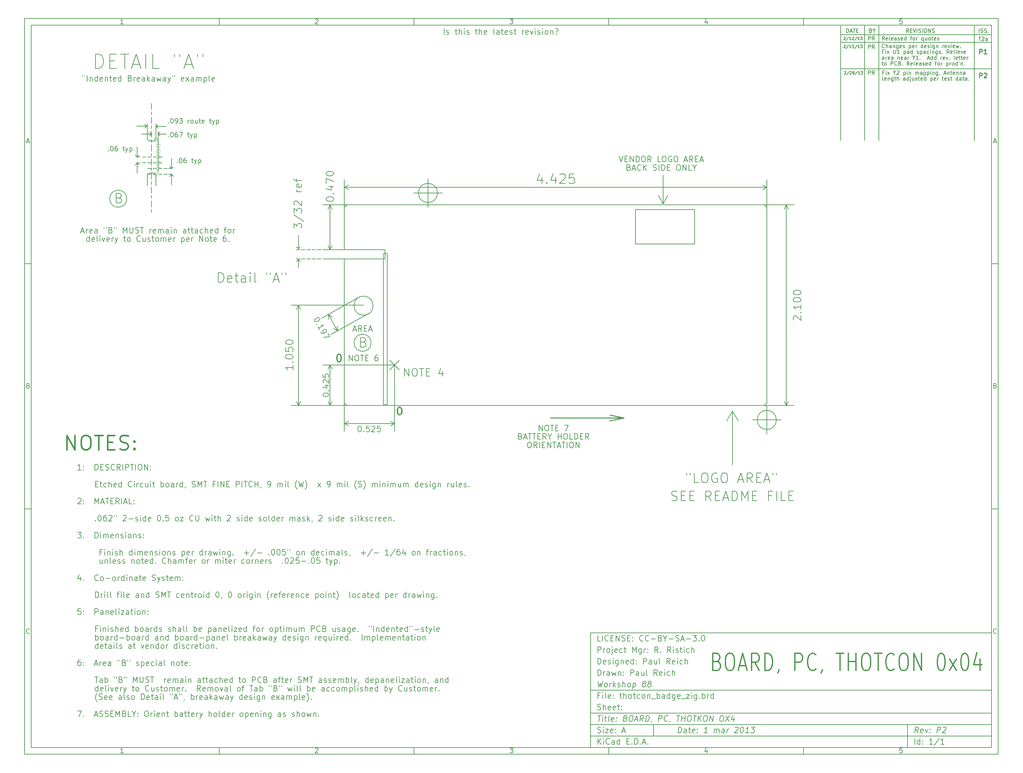
<source format=gbr>
G04 (created by PCBNEW (2012-11-15 BZR 3804)-stable) date Fri 01 Mar 2013 04:47:19 CST*
%MOIN*%
G04 Gerber Fmt 3.4, Leading zero omitted, Abs format*
%FSLAX34Y34*%
G01*
G70*
G90*
G04 APERTURE LIST*
%ADD10C,0.006*%
%ADD11C,0.007*%
%ADD12C,0.005*%
%ADD13C,0.01*%
%ADD14C,0.012*%
%ADD15C,0.008*%
%ADD16C,0.004*%
%ADD17C,0.015*%
%ADD18C,0.00590551*%
G04 APERTURE END LIST*
G54D10*
X-38750Y36250D02*
X63250Y36250D01*
X63250Y-40750D01*
X-38750Y-40750D01*
X-38750Y36250D01*
X-38050Y35550D02*
X62550Y35550D01*
X62550Y-40050D01*
X-38050Y-40050D01*
X-38050Y35550D01*
X-18350Y36250D02*
X-18350Y35550D01*
X-28407Y35697D02*
X-28692Y35697D01*
X-28550Y35697D02*
X-28550Y36197D01*
X-28597Y36126D01*
X-28645Y36078D01*
X-28692Y36054D01*
X-18350Y-40750D02*
X-18350Y-40050D01*
X-28407Y-40602D02*
X-28692Y-40602D01*
X-28550Y-40602D02*
X-28550Y-40102D01*
X-28597Y-40173D01*
X-28645Y-40221D01*
X-28692Y-40245D01*
X2050Y36250D02*
X2050Y35550D01*
X-8292Y36150D02*
X-8269Y36173D01*
X-8221Y36197D01*
X-8102Y36197D01*
X-8054Y36173D01*
X-8030Y36150D01*
X-8007Y36102D01*
X-8007Y36054D01*
X-8030Y35983D01*
X-8316Y35697D01*
X-8007Y35697D01*
X2050Y-40750D02*
X2050Y-40050D01*
X-8292Y-40150D02*
X-8269Y-40126D01*
X-8221Y-40102D01*
X-8102Y-40102D01*
X-8054Y-40126D01*
X-8030Y-40150D01*
X-8007Y-40197D01*
X-8007Y-40245D01*
X-8030Y-40316D01*
X-8316Y-40602D01*
X-8007Y-40602D01*
X22450Y36250D02*
X22450Y35550D01*
X12083Y36197D02*
X12392Y36197D01*
X12226Y36007D01*
X12297Y36007D01*
X12345Y35983D01*
X12369Y35959D01*
X12392Y35911D01*
X12392Y35792D01*
X12369Y35745D01*
X12345Y35721D01*
X12297Y35697D01*
X12154Y35697D01*
X12107Y35721D01*
X12083Y35745D01*
X22450Y-40750D02*
X22450Y-40050D01*
X12083Y-40102D02*
X12392Y-40102D01*
X12226Y-40292D01*
X12297Y-40292D01*
X12345Y-40316D01*
X12369Y-40340D01*
X12392Y-40388D01*
X12392Y-40507D01*
X12369Y-40554D01*
X12345Y-40578D01*
X12297Y-40602D01*
X12154Y-40602D01*
X12107Y-40578D01*
X12083Y-40554D01*
X42850Y36250D02*
X42850Y35550D01*
X32745Y36030D02*
X32745Y35697D01*
X32626Y36221D02*
X32507Y35864D01*
X32816Y35864D01*
X42850Y-40750D02*
X42850Y-40050D01*
X32745Y-40269D02*
X32745Y-40602D01*
X32626Y-40078D02*
X32507Y-40435D01*
X32816Y-40435D01*
X53169Y36197D02*
X52930Y36197D01*
X52907Y35959D01*
X52930Y35983D01*
X52978Y36007D01*
X53097Y36007D01*
X53145Y35983D01*
X53169Y35959D01*
X53192Y35911D01*
X53192Y35792D01*
X53169Y35745D01*
X53145Y35721D01*
X53097Y35697D01*
X52978Y35697D01*
X52930Y35721D01*
X52907Y35745D01*
X53169Y-40102D02*
X52930Y-40102D01*
X52907Y-40340D01*
X52930Y-40316D01*
X52978Y-40292D01*
X53097Y-40292D01*
X53145Y-40316D01*
X53169Y-40340D01*
X53192Y-40388D01*
X53192Y-40507D01*
X53169Y-40554D01*
X53145Y-40578D01*
X53097Y-40602D01*
X52978Y-40602D01*
X52930Y-40578D01*
X52907Y-40554D01*
X-38750Y10590D02*
X-38050Y10590D01*
X-38519Y23360D02*
X-38280Y23360D01*
X-38566Y23217D02*
X-38399Y23717D01*
X-38233Y23217D01*
X63250Y10590D02*
X62550Y10590D01*
X62780Y23360D02*
X63019Y23360D01*
X62733Y23217D02*
X62900Y23717D01*
X63066Y23217D01*
X-38750Y-15070D02*
X-38050Y-15070D01*
X-38364Y-2180D02*
X-38292Y-2204D01*
X-38269Y-2228D01*
X-38245Y-2275D01*
X-38245Y-2347D01*
X-38269Y-2394D01*
X-38292Y-2418D01*
X-38340Y-2442D01*
X-38530Y-2442D01*
X-38530Y-1942D01*
X-38364Y-1942D01*
X-38316Y-1966D01*
X-38292Y-1990D01*
X-38269Y-2037D01*
X-38269Y-2085D01*
X-38292Y-2132D01*
X-38316Y-2156D01*
X-38364Y-2180D01*
X-38530Y-2180D01*
X63250Y-15070D02*
X62550Y-15070D01*
X62935Y-2180D02*
X63007Y-2204D01*
X63030Y-2228D01*
X63054Y-2275D01*
X63054Y-2347D01*
X63030Y-2394D01*
X63007Y-2418D01*
X62959Y-2442D01*
X62769Y-2442D01*
X62769Y-1942D01*
X62935Y-1942D01*
X62983Y-1966D01*
X63007Y-1990D01*
X63030Y-2037D01*
X63030Y-2085D01*
X63007Y-2132D01*
X62983Y-2156D01*
X62935Y-2180D01*
X62769Y-2180D01*
X-38245Y-28054D02*
X-38269Y-28078D01*
X-38340Y-28102D01*
X-38388Y-28102D01*
X-38459Y-28078D01*
X-38507Y-28030D01*
X-38530Y-27983D01*
X-38554Y-27888D01*
X-38554Y-27816D01*
X-38530Y-27721D01*
X-38507Y-27673D01*
X-38459Y-27626D01*
X-38388Y-27602D01*
X-38340Y-27602D01*
X-38269Y-27626D01*
X-38245Y-27650D01*
X63054Y-28054D02*
X63030Y-28078D01*
X62959Y-28102D01*
X62911Y-28102D01*
X62840Y-28078D01*
X62792Y-28030D01*
X62769Y-27983D01*
X62745Y-27888D01*
X62745Y-27816D01*
X62769Y-27721D01*
X62792Y-27673D01*
X62840Y-27626D01*
X62911Y-27602D01*
X62959Y-27602D01*
X63030Y-27626D01*
X63054Y-27650D01*
X29700Y-38492D02*
X29775Y-37892D01*
X29917Y-37892D01*
X30000Y-37921D01*
X30050Y-37978D01*
X30071Y-38035D01*
X30085Y-38150D01*
X30075Y-38235D01*
X30032Y-38350D01*
X29996Y-38407D01*
X29932Y-38464D01*
X29842Y-38492D01*
X29700Y-38492D01*
X30557Y-38492D02*
X30596Y-38178D01*
X30575Y-38121D01*
X30521Y-38092D01*
X30407Y-38092D01*
X30346Y-38121D01*
X30560Y-38464D02*
X30500Y-38492D01*
X30357Y-38492D01*
X30303Y-38464D01*
X30282Y-38407D01*
X30289Y-38350D01*
X30325Y-38292D01*
X30385Y-38264D01*
X30528Y-38264D01*
X30589Y-38235D01*
X30807Y-38092D02*
X31035Y-38092D01*
X30917Y-37892D02*
X30853Y-38407D01*
X30875Y-38464D01*
X30928Y-38492D01*
X30985Y-38492D01*
X31417Y-38464D02*
X31357Y-38492D01*
X31242Y-38492D01*
X31189Y-38464D01*
X31167Y-38407D01*
X31196Y-38178D01*
X31232Y-38121D01*
X31292Y-38092D01*
X31407Y-38092D01*
X31460Y-38121D01*
X31482Y-38178D01*
X31475Y-38235D01*
X31182Y-38292D01*
X31707Y-38435D02*
X31732Y-38464D01*
X31700Y-38492D01*
X31675Y-38464D01*
X31707Y-38435D01*
X31700Y-38492D01*
X31746Y-38121D02*
X31771Y-38150D01*
X31739Y-38178D01*
X31714Y-38150D01*
X31746Y-38121D01*
X31739Y-38178D01*
X32757Y-38492D02*
X32414Y-38492D01*
X32585Y-38492D02*
X32660Y-37892D01*
X32592Y-37978D01*
X32528Y-38035D01*
X32467Y-38064D01*
X33471Y-38492D02*
X33521Y-38092D01*
X33514Y-38150D02*
X33546Y-38121D01*
X33607Y-38092D01*
X33692Y-38092D01*
X33746Y-38121D01*
X33767Y-38178D01*
X33728Y-38492D01*
X33767Y-38178D02*
X33803Y-38121D01*
X33864Y-38092D01*
X33950Y-38092D01*
X34003Y-38121D01*
X34025Y-38178D01*
X33985Y-38492D01*
X34528Y-38492D02*
X34567Y-38178D01*
X34546Y-38121D01*
X34492Y-38092D01*
X34378Y-38092D01*
X34317Y-38121D01*
X34532Y-38464D02*
X34471Y-38492D01*
X34328Y-38492D01*
X34275Y-38464D01*
X34253Y-38407D01*
X34260Y-38350D01*
X34296Y-38292D01*
X34357Y-38264D01*
X34500Y-38264D01*
X34560Y-38235D01*
X34814Y-38492D02*
X34864Y-38092D01*
X34850Y-38207D02*
X34885Y-38150D01*
X34917Y-38121D01*
X34978Y-38092D01*
X35035Y-38092D01*
X35682Y-37950D02*
X35714Y-37921D01*
X35775Y-37892D01*
X35917Y-37892D01*
X35971Y-37921D01*
X35996Y-37950D01*
X36017Y-38007D01*
X36010Y-38064D01*
X35971Y-38150D01*
X35585Y-38492D01*
X35957Y-38492D01*
X36403Y-37892D02*
X36460Y-37892D01*
X36514Y-37921D01*
X36539Y-37950D01*
X36560Y-38007D01*
X36575Y-38121D01*
X36557Y-38264D01*
X36514Y-38378D01*
X36478Y-38435D01*
X36446Y-38464D01*
X36385Y-38492D01*
X36328Y-38492D01*
X36275Y-38464D01*
X36250Y-38435D01*
X36228Y-38378D01*
X36214Y-38264D01*
X36232Y-38121D01*
X36275Y-38007D01*
X36310Y-37950D01*
X36342Y-37921D01*
X36403Y-37892D01*
X37100Y-38492D02*
X36757Y-38492D01*
X36928Y-38492D02*
X37003Y-37892D01*
X36935Y-37978D01*
X36871Y-38035D01*
X36810Y-38064D01*
X37375Y-37892D02*
X37746Y-37892D01*
X37517Y-38121D01*
X37603Y-38121D01*
X37657Y-38150D01*
X37682Y-38178D01*
X37703Y-38235D01*
X37685Y-38378D01*
X37650Y-38435D01*
X37617Y-38464D01*
X37557Y-38492D01*
X37385Y-38492D01*
X37332Y-38464D01*
X37307Y-38435D01*
X21292Y-39692D02*
X21292Y-39092D01*
X21635Y-39692D02*
X21378Y-39350D01*
X21635Y-39092D02*
X21292Y-39435D01*
X21892Y-39692D02*
X21892Y-39292D01*
X21892Y-39092D02*
X21864Y-39121D01*
X21892Y-39150D01*
X21921Y-39121D01*
X21892Y-39092D01*
X21892Y-39150D01*
X22521Y-39635D02*
X22492Y-39664D01*
X22407Y-39692D01*
X22350Y-39692D01*
X22264Y-39664D01*
X22207Y-39607D01*
X22178Y-39550D01*
X22150Y-39435D01*
X22150Y-39350D01*
X22178Y-39235D01*
X22207Y-39178D01*
X22264Y-39121D01*
X22350Y-39092D01*
X22407Y-39092D01*
X22492Y-39121D01*
X22521Y-39150D01*
X23035Y-39692D02*
X23035Y-39378D01*
X23007Y-39321D01*
X22950Y-39292D01*
X22835Y-39292D01*
X22778Y-39321D01*
X23035Y-39664D02*
X22978Y-39692D01*
X22835Y-39692D01*
X22778Y-39664D01*
X22750Y-39607D01*
X22750Y-39550D01*
X22778Y-39492D01*
X22835Y-39464D01*
X22978Y-39464D01*
X23035Y-39435D01*
X23578Y-39692D02*
X23578Y-39092D01*
X23578Y-39664D02*
X23521Y-39692D01*
X23407Y-39692D01*
X23350Y-39664D01*
X23321Y-39635D01*
X23292Y-39578D01*
X23292Y-39407D01*
X23321Y-39350D01*
X23350Y-39321D01*
X23407Y-39292D01*
X23521Y-39292D01*
X23578Y-39321D01*
X24321Y-39378D02*
X24521Y-39378D01*
X24607Y-39692D02*
X24321Y-39692D01*
X24321Y-39092D01*
X24607Y-39092D01*
X24864Y-39635D02*
X24892Y-39664D01*
X24864Y-39692D01*
X24835Y-39664D01*
X24864Y-39635D01*
X24864Y-39692D01*
X25149Y-39692D02*
X25149Y-39092D01*
X25292Y-39092D01*
X25378Y-39121D01*
X25435Y-39178D01*
X25464Y-39235D01*
X25492Y-39350D01*
X25492Y-39435D01*
X25464Y-39550D01*
X25435Y-39607D01*
X25378Y-39664D01*
X25292Y-39692D01*
X25149Y-39692D01*
X25749Y-39635D02*
X25778Y-39664D01*
X25749Y-39692D01*
X25721Y-39664D01*
X25749Y-39635D01*
X25749Y-39692D01*
X26007Y-39521D02*
X26292Y-39521D01*
X25949Y-39692D02*
X26149Y-39092D01*
X26349Y-39692D01*
X26549Y-39635D02*
X26578Y-39664D01*
X26549Y-39692D01*
X26521Y-39664D01*
X26549Y-39635D01*
X26549Y-39692D01*
X54842Y-38492D02*
X54678Y-38207D01*
X54500Y-38492D02*
X54575Y-37892D01*
X54803Y-37892D01*
X54857Y-37921D01*
X54882Y-37950D01*
X54903Y-38007D01*
X54892Y-38092D01*
X54857Y-38150D01*
X54825Y-38178D01*
X54764Y-38207D01*
X54535Y-38207D01*
X55332Y-38464D02*
X55271Y-38492D01*
X55157Y-38492D01*
X55103Y-38464D01*
X55082Y-38407D01*
X55110Y-38178D01*
X55146Y-38121D01*
X55207Y-38092D01*
X55321Y-38092D01*
X55375Y-38121D01*
X55396Y-38178D01*
X55389Y-38235D01*
X55096Y-38292D01*
X55607Y-38092D02*
X55700Y-38492D01*
X55892Y-38092D01*
X56078Y-38435D02*
X56103Y-38464D01*
X56071Y-38492D01*
X56046Y-38464D01*
X56078Y-38435D01*
X56071Y-38492D01*
X56117Y-38121D02*
X56142Y-38150D01*
X56110Y-38178D01*
X56085Y-38150D01*
X56117Y-38121D01*
X56110Y-38178D01*
X56814Y-38492D02*
X56889Y-37892D01*
X57117Y-37892D01*
X57171Y-37921D01*
X57196Y-37950D01*
X57217Y-38007D01*
X57207Y-38092D01*
X57171Y-38150D01*
X57139Y-38178D01*
X57078Y-38207D01*
X56850Y-38207D01*
X57453Y-37950D02*
X57485Y-37921D01*
X57546Y-37892D01*
X57689Y-37892D01*
X57742Y-37921D01*
X57767Y-37950D01*
X57789Y-38007D01*
X57782Y-38064D01*
X57742Y-38150D01*
X57357Y-38492D01*
X57728Y-38492D01*
X21264Y-38464D02*
X21350Y-38492D01*
X21492Y-38492D01*
X21550Y-38464D01*
X21578Y-38435D01*
X21607Y-38378D01*
X21607Y-38321D01*
X21578Y-38264D01*
X21550Y-38235D01*
X21492Y-38207D01*
X21378Y-38178D01*
X21321Y-38150D01*
X21292Y-38121D01*
X21264Y-38064D01*
X21264Y-38007D01*
X21292Y-37950D01*
X21321Y-37921D01*
X21378Y-37892D01*
X21521Y-37892D01*
X21607Y-37921D01*
X21864Y-38492D02*
X21864Y-38092D01*
X21864Y-37892D02*
X21835Y-37921D01*
X21864Y-37950D01*
X21892Y-37921D01*
X21864Y-37892D01*
X21864Y-37950D01*
X22092Y-38092D02*
X22407Y-38092D01*
X22092Y-38492D01*
X22407Y-38492D01*
X22864Y-38464D02*
X22807Y-38492D01*
X22692Y-38492D01*
X22635Y-38464D01*
X22607Y-38407D01*
X22607Y-38178D01*
X22635Y-38121D01*
X22692Y-38092D01*
X22807Y-38092D01*
X22864Y-38121D01*
X22892Y-38178D01*
X22892Y-38235D01*
X22607Y-38292D01*
X23150Y-38435D02*
X23178Y-38464D01*
X23150Y-38492D01*
X23121Y-38464D01*
X23150Y-38435D01*
X23150Y-38492D01*
X23150Y-38121D02*
X23178Y-38150D01*
X23150Y-38178D01*
X23121Y-38150D01*
X23150Y-38121D01*
X23150Y-38178D01*
X23864Y-38321D02*
X24150Y-38321D01*
X23807Y-38492D02*
X24007Y-37892D01*
X24207Y-38492D01*
X54492Y-39692D02*
X54492Y-39092D01*
X55035Y-39692D02*
X55035Y-39092D01*
X55035Y-39664D02*
X54978Y-39692D01*
X54864Y-39692D01*
X54807Y-39664D01*
X54778Y-39635D01*
X54750Y-39578D01*
X54750Y-39407D01*
X54778Y-39350D01*
X54807Y-39321D01*
X54864Y-39292D01*
X54978Y-39292D01*
X55035Y-39321D01*
X55321Y-39635D02*
X55350Y-39664D01*
X55321Y-39692D01*
X55292Y-39664D01*
X55321Y-39635D01*
X55321Y-39692D01*
X55321Y-39321D02*
X55350Y-39350D01*
X55321Y-39378D01*
X55292Y-39350D01*
X55321Y-39321D01*
X55321Y-39378D01*
X56378Y-39692D02*
X56035Y-39692D01*
X56207Y-39692D02*
X56207Y-39092D01*
X56149Y-39178D01*
X56092Y-39235D01*
X56035Y-39264D01*
X57064Y-39064D02*
X56550Y-39835D01*
X57578Y-39692D02*
X57235Y-39692D01*
X57407Y-39692D02*
X57407Y-39092D01*
X57349Y-39178D01*
X57292Y-39235D01*
X57235Y-39264D01*
X21289Y-36692D02*
X21632Y-36692D01*
X21385Y-37292D02*
X21460Y-36692D01*
X21757Y-37292D02*
X21807Y-36892D01*
X21832Y-36692D02*
X21800Y-36721D01*
X21825Y-36750D01*
X21857Y-36721D01*
X21832Y-36692D01*
X21825Y-36750D01*
X22007Y-36892D02*
X22235Y-36892D01*
X22117Y-36692D02*
X22053Y-37207D01*
X22075Y-37264D01*
X22128Y-37292D01*
X22185Y-37292D01*
X22471Y-37292D02*
X22417Y-37264D01*
X22396Y-37207D01*
X22460Y-36692D01*
X22932Y-37264D02*
X22871Y-37292D01*
X22757Y-37292D01*
X22703Y-37264D01*
X22682Y-37207D01*
X22710Y-36978D01*
X22746Y-36921D01*
X22807Y-36892D01*
X22921Y-36892D01*
X22975Y-36921D01*
X22996Y-36978D01*
X22989Y-37035D01*
X22696Y-37092D01*
X23221Y-37235D02*
X23246Y-37264D01*
X23214Y-37292D01*
X23189Y-37264D01*
X23221Y-37235D01*
X23214Y-37292D01*
X23260Y-36921D02*
X23285Y-36950D01*
X23253Y-36978D01*
X23228Y-36950D01*
X23260Y-36921D01*
X23253Y-36978D01*
X24196Y-36978D02*
X24278Y-37007D01*
X24303Y-37035D01*
X24325Y-37092D01*
X24314Y-37178D01*
X24278Y-37235D01*
X24246Y-37264D01*
X24185Y-37292D01*
X23957Y-37292D01*
X24032Y-36692D01*
X24232Y-36692D01*
X24285Y-36721D01*
X24310Y-36750D01*
X24332Y-36807D01*
X24325Y-36864D01*
X24289Y-36921D01*
X24257Y-36950D01*
X24196Y-36978D01*
X23996Y-36978D01*
X24746Y-36692D02*
X24860Y-36692D01*
X24914Y-36721D01*
X24964Y-36778D01*
X24978Y-36892D01*
X24953Y-37092D01*
X24910Y-37207D01*
X24846Y-37264D01*
X24785Y-37292D01*
X24671Y-37292D01*
X24617Y-37264D01*
X24567Y-37207D01*
X24553Y-37092D01*
X24578Y-36892D01*
X24621Y-36778D01*
X24685Y-36721D01*
X24746Y-36692D01*
X25178Y-37121D02*
X25464Y-37121D01*
X25100Y-37292D02*
X25375Y-36692D01*
X25500Y-37292D01*
X26042Y-37292D02*
X25878Y-37007D01*
X25700Y-37292D02*
X25775Y-36692D01*
X26003Y-36692D01*
X26057Y-36721D01*
X26082Y-36750D01*
X26103Y-36807D01*
X26092Y-36892D01*
X26057Y-36950D01*
X26025Y-36978D01*
X25964Y-37007D01*
X25735Y-37007D01*
X26300Y-37292D02*
X26375Y-36692D01*
X26517Y-36692D01*
X26600Y-36721D01*
X26650Y-36778D01*
X26671Y-36835D01*
X26685Y-36950D01*
X26675Y-37035D01*
X26632Y-37150D01*
X26596Y-37207D01*
X26532Y-37264D01*
X26442Y-37292D01*
X26300Y-37292D01*
X26932Y-37264D02*
X26928Y-37292D01*
X26892Y-37350D01*
X26860Y-37378D01*
X27642Y-37292D02*
X27717Y-36692D01*
X27946Y-36692D01*
X27999Y-36721D01*
X28025Y-36750D01*
X28046Y-36807D01*
X28035Y-36892D01*
X28000Y-36950D01*
X27967Y-36978D01*
X27907Y-37007D01*
X27678Y-37007D01*
X28592Y-37235D02*
X28560Y-37264D01*
X28471Y-37292D01*
X28414Y-37292D01*
X28332Y-37264D01*
X28282Y-37207D01*
X28260Y-37150D01*
X28246Y-37035D01*
X28257Y-36950D01*
X28300Y-36835D01*
X28335Y-36778D01*
X28399Y-36721D01*
X28489Y-36692D01*
X28546Y-36692D01*
X28628Y-36721D01*
X28653Y-36750D01*
X28875Y-37264D02*
X28871Y-37292D01*
X28835Y-37350D01*
X28803Y-37378D01*
X29575Y-36692D02*
X29917Y-36692D01*
X29671Y-37292D02*
X29746Y-36692D01*
X30042Y-37292D02*
X30117Y-36692D01*
X30082Y-36978D02*
X30425Y-36978D01*
X30385Y-37292D02*
X30460Y-36692D01*
X30860Y-36692D02*
X30975Y-36692D01*
X31028Y-36721D01*
X31078Y-36778D01*
X31092Y-36892D01*
X31067Y-37092D01*
X31024Y-37207D01*
X30960Y-37264D01*
X30900Y-37292D01*
X30785Y-37292D01*
X30732Y-37264D01*
X30682Y-37207D01*
X30667Y-37092D01*
X30692Y-36892D01*
X30735Y-36778D01*
X30799Y-36721D01*
X30860Y-36692D01*
X31289Y-36692D02*
X31632Y-36692D01*
X31385Y-37292D02*
X31460Y-36692D01*
X31757Y-37292D02*
X31832Y-36692D01*
X32099Y-37292D02*
X31885Y-36950D01*
X32174Y-36692D02*
X31789Y-37035D01*
X32546Y-36692D02*
X32660Y-36692D01*
X32714Y-36721D01*
X32764Y-36778D01*
X32778Y-36892D01*
X32753Y-37092D01*
X32710Y-37207D01*
X32646Y-37264D01*
X32585Y-37292D01*
X32471Y-37292D01*
X32417Y-37264D01*
X32367Y-37207D01*
X32353Y-37092D01*
X32378Y-36892D01*
X32421Y-36778D01*
X32485Y-36721D01*
X32546Y-36692D01*
X32985Y-37292D02*
X33060Y-36692D01*
X33328Y-37292D01*
X33403Y-36692D01*
X34260Y-36692D02*
X34374Y-36692D01*
X34428Y-36721D01*
X34478Y-36778D01*
X34492Y-36892D01*
X34467Y-37092D01*
X34424Y-37207D01*
X34360Y-37264D01*
X34299Y-37292D01*
X34185Y-37292D01*
X34132Y-37264D01*
X34082Y-37207D01*
X34067Y-37092D01*
X34092Y-36892D01*
X34135Y-36778D01*
X34199Y-36721D01*
X34260Y-36692D01*
X34717Y-36692D02*
X35042Y-37292D01*
X35117Y-36692D02*
X34642Y-37292D01*
X35578Y-36892D02*
X35528Y-37292D01*
X35464Y-36664D02*
X35267Y-37092D01*
X35639Y-37092D01*
X21492Y-34578D02*
X21292Y-34578D01*
X21292Y-34892D02*
X21292Y-34292D01*
X21578Y-34292D01*
X21807Y-34892D02*
X21807Y-34492D01*
X21807Y-34292D02*
X21778Y-34321D01*
X21807Y-34350D01*
X21835Y-34321D01*
X21807Y-34292D01*
X21807Y-34350D01*
X22178Y-34892D02*
X22121Y-34864D01*
X22092Y-34807D01*
X22092Y-34292D01*
X22635Y-34864D02*
X22578Y-34892D01*
X22464Y-34892D01*
X22407Y-34864D01*
X22378Y-34807D01*
X22378Y-34578D01*
X22407Y-34521D01*
X22464Y-34492D01*
X22578Y-34492D01*
X22635Y-34521D01*
X22664Y-34578D01*
X22664Y-34635D01*
X22378Y-34692D01*
X22921Y-34835D02*
X22950Y-34864D01*
X22921Y-34892D01*
X22892Y-34864D01*
X22921Y-34835D01*
X22921Y-34892D01*
X22921Y-34521D02*
X22950Y-34550D01*
X22921Y-34578D01*
X22892Y-34550D01*
X22921Y-34521D01*
X22921Y-34578D01*
X23578Y-34492D02*
X23807Y-34492D01*
X23664Y-34292D02*
X23664Y-34807D01*
X23692Y-34864D01*
X23750Y-34892D01*
X23807Y-34892D01*
X24007Y-34892D02*
X24007Y-34292D01*
X24264Y-34892D02*
X24264Y-34578D01*
X24235Y-34521D01*
X24178Y-34492D01*
X24092Y-34492D01*
X24035Y-34521D01*
X24007Y-34550D01*
X24635Y-34892D02*
X24578Y-34864D01*
X24550Y-34835D01*
X24521Y-34778D01*
X24521Y-34607D01*
X24550Y-34550D01*
X24578Y-34521D01*
X24635Y-34492D01*
X24721Y-34492D01*
X24778Y-34521D01*
X24807Y-34550D01*
X24835Y-34607D01*
X24835Y-34778D01*
X24807Y-34835D01*
X24778Y-34864D01*
X24721Y-34892D01*
X24635Y-34892D01*
X25007Y-34492D02*
X25235Y-34492D01*
X25092Y-34292D02*
X25092Y-34807D01*
X25121Y-34864D01*
X25178Y-34892D01*
X25235Y-34892D01*
X25692Y-34864D02*
X25635Y-34892D01*
X25521Y-34892D01*
X25464Y-34864D01*
X25435Y-34835D01*
X25407Y-34778D01*
X25407Y-34607D01*
X25435Y-34550D01*
X25464Y-34521D01*
X25521Y-34492D01*
X25635Y-34492D01*
X25692Y-34521D01*
X26035Y-34892D02*
X25978Y-34864D01*
X25950Y-34835D01*
X25921Y-34778D01*
X25921Y-34607D01*
X25950Y-34550D01*
X25978Y-34521D01*
X26035Y-34492D01*
X26121Y-34492D01*
X26178Y-34521D01*
X26207Y-34550D01*
X26235Y-34607D01*
X26235Y-34778D01*
X26207Y-34835D01*
X26178Y-34864D01*
X26121Y-34892D01*
X26035Y-34892D01*
X26492Y-34492D02*
X26492Y-34892D01*
X26492Y-34550D02*
X26521Y-34521D01*
X26578Y-34492D01*
X26664Y-34492D01*
X26721Y-34521D01*
X26750Y-34578D01*
X26750Y-34892D01*
X26892Y-34950D02*
X27350Y-34950D01*
X27492Y-34892D02*
X27492Y-34292D01*
X27492Y-34521D02*
X27550Y-34492D01*
X27664Y-34492D01*
X27721Y-34521D01*
X27750Y-34550D01*
X27778Y-34607D01*
X27778Y-34778D01*
X27750Y-34835D01*
X27721Y-34864D01*
X27664Y-34892D01*
X27550Y-34892D01*
X27492Y-34864D01*
X28292Y-34892D02*
X28292Y-34578D01*
X28264Y-34521D01*
X28207Y-34492D01*
X28092Y-34492D01*
X28035Y-34521D01*
X28292Y-34864D02*
X28235Y-34892D01*
X28092Y-34892D01*
X28035Y-34864D01*
X28007Y-34807D01*
X28007Y-34750D01*
X28035Y-34692D01*
X28092Y-34664D01*
X28235Y-34664D01*
X28292Y-34635D01*
X28835Y-34892D02*
X28835Y-34292D01*
X28835Y-34864D02*
X28778Y-34892D01*
X28664Y-34892D01*
X28607Y-34864D01*
X28578Y-34835D01*
X28550Y-34778D01*
X28550Y-34607D01*
X28578Y-34550D01*
X28607Y-34521D01*
X28664Y-34492D01*
X28778Y-34492D01*
X28835Y-34521D01*
X29378Y-34492D02*
X29378Y-34978D01*
X29350Y-35035D01*
X29321Y-35064D01*
X29264Y-35092D01*
X29178Y-35092D01*
X29121Y-35064D01*
X29378Y-34864D02*
X29321Y-34892D01*
X29207Y-34892D01*
X29150Y-34864D01*
X29121Y-34835D01*
X29092Y-34778D01*
X29092Y-34607D01*
X29121Y-34550D01*
X29150Y-34521D01*
X29207Y-34492D01*
X29321Y-34492D01*
X29378Y-34521D01*
X29892Y-34864D02*
X29835Y-34892D01*
X29721Y-34892D01*
X29664Y-34864D01*
X29635Y-34807D01*
X29635Y-34578D01*
X29664Y-34521D01*
X29721Y-34492D01*
X29835Y-34492D01*
X29892Y-34521D01*
X29921Y-34578D01*
X29921Y-34635D01*
X29635Y-34692D01*
X30035Y-34950D02*
X30492Y-34950D01*
X30578Y-34492D02*
X30892Y-34492D01*
X30578Y-34892D01*
X30892Y-34892D01*
X31121Y-34892D02*
X31121Y-34492D01*
X31121Y-34292D02*
X31092Y-34321D01*
X31121Y-34350D01*
X31150Y-34321D01*
X31121Y-34292D01*
X31121Y-34350D01*
X31664Y-34492D02*
X31664Y-34978D01*
X31635Y-35035D01*
X31607Y-35064D01*
X31549Y-35092D01*
X31464Y-35092D01*
X31407Y-35064D01*
X31664Y-34864D02*
X31607Y-34892D01*
X31492Y-34892D01*
X31435Y-34864D01*
X31407Y-34835D01*
X31378Y-34778D01*
X31378Y-34607D01*
X31407Y-34550D01*
X31435Y-34521D01*
X31492Y-34492D01*
X31607Y-34492D01*
X31664Y-34521D01*
X31949Y-34835D02*
X31978Y-34864D01*
X31949Y-34892D01*
X31921Y-34864D01*
X31949Y-34835D01*
X31949Y-34892D01*
X32235Y-34892D02*
X32235Y-34292D01*
X32235Y-34521D02*
X32292Y-34492D01*
X32407Y-34492D01*
X32464Y-34521D01*
X32492Y-34550D01*
X32521Y-34607D01*
X32521Y-34778D01*
X32492Y-34835D01*
X32464Y-34864D01*
X32407Y-34892D01*
X32292Y-34892D01*
X32235Y-34864D01*
X32778Y-34892D02*
X32778Y-34492D01*
X32778Y-34607D02*
X32807Y-34550D01*
X32835Y-34521D01*
X32892Y-34492D01*
X32949Y-34492D01*
X33407Y-34892D02*
X33407Y-34292D01*
X33407Y-34864D02*
X33349Y-34892D01*
X33235Y-34892D01*
X33178Y-34864D01*
X33149Y-34835D01*
X33121Y-34778D01*
X33121Y-34607D01*
X33149Y-34550D01*
X33178Y-34521D01*
X33235Y-34492D01*
X33349Y-34492D01*
X33407Y-34521D01*
X21264Y-36064D02*
X21350Y-36092D01*
X21492Y-36092D01*
X21550Y-36064D01*
X21578Y-36035D01*
X21607Y-35978D01*
X21607Y-35921D01*
X21578Y-35864D01*
X21550Y-35835D01*
X21492Y-35807D01*
X21378Y-35778D01*
X21321Y-35750D01*
X21292Y-35721D01*
X21264Y-35664D01*
X21264Y-35607D01*
X21292Y-35550D01*
X21321Y-35521D01*
X21378Y-35492D01*
X21521Y-35492D01*
X21607Y-35521D01*
X21864Y-36092D02*
X21864Y-35492D01*
X22121Y-36092D02*
X22121Y-35778D01*
X22092Y-35721D01*
X22035Y-35692D01*
X21950Y-35692D01*
X21892Y-35721D01*
X21864Y-35750D01*
X22635Y-36064D02*
X22578Y-36092D01*
X22464Y-36092D01*
X22407Y-36064D01*
X22378Y-36007D01*
X22378Y-35778D01*
X22407Y-35721D01*
X22464Y-35692D01*
X22578Y-35692D01*
X22635Y-35721D01*
X22664Y-35778D01*
X22664Y-35835D01*
X22378Y-35892D01*
X23150Y-36064D02*
X23092Y-36092D01*
X22978Y-36092D01*
X22921Y-36064D01*
X22892Y-36007D01*
X22892Y-35778D01*
X22921Y-35721D01*
X22978Y-35692D01*
X23092Y-35692D01*
X23150Y-35721D01*
X23178Y-35778D01*
X23178Y-35835D01*
X22892Y-35892D01*
X23350Y-35692D02*
X23578Y-35692D01*
X23435Y-35492D02*
X23435Y-36007D01*
X23464Y-36064D01*
X23521Y-36092D01*
X23578Y-36092D01*
X23778Y-36035D02*
X23807Y-36064D01*
X23778Y-36092D01*
X23750Y-36064D01*
X23778Y-36035D01*
X23778Y-36092D01*
X23778Y-35721D02*
X23807Y-35750D01*
X23778Y-35778D01*
X23750Y-35750D01*
X23778Y-35721D01*
X23778Y-35778D01*
X21317Y-33092D02*
X21385Y-33692D01*
X21553Y-33264D01*
X21614Y-33692D01*
X21832Y-33092D01*
X22071Y-33692D02*
X22017Y-33664D01*
X21992Y-33635D01*
X21971Y-33578D01*
X21992Y-33407D01*
X22028Y-33350D01*
X22060Y-33321D01*
X22121Y-33292D01*
X22207Y-33292D01*
X22260Y-33321D01*
X22285Y-33350D01*
X22307Y-33407D01*
X22285Y-33578D01*
X22250Y-33635D01*
X22217Y-33664D01*
X22157Y-33692D01*
X22071Y-33692D01*
X22528Y-33692D02*
X22578Y-33292D01*
X22564Y-33407D02*
X22600Y-33350D01*
X22632Y-33321D01*
X22692Y-33292D01*
X22750Y-33292D01*
X22900Y-33692D02*
X22975Y-33092D01*
X22985Y-33464D02*
X23128Y-33692D01*
X23178Y-33292D02*
X22921Y-33521D01*
X23360Y-33664D02*
X23414Y-33692D01*
X23528Y-33692D01*
X23589Y-33664D01*
X23625Y-33607D01*
X23628Y-33578D01*
X23607Y-33521D01*
X23553Y-33492D01*
X23467Y-33492D01*
X23414Y-33464D01*
X23392Y-33407D01*
X23396Y-33378D01*
X23432Y-33321D01*
X23492Y-33292D01*
X23578Y-33292D01*
X23632Y-33321D01*
X23871Y-33692D02*
X23946Y-33092D01*
X24128Y-33692D02*
X24167Y-33378D01*
X24146Y-33321D01*
X24092Y-33292D01*
X24007Y-33292D01*
X23946Y-33321D01*
X23914Y-33350D01*
X24499Y-33692D02*
X24446Y-33664D01*
X24421Y-33635D01*
X24400Y-33578D01*
X24421Y-33407D01*
X24457Y-33350D01*
X24489Y-33321D01*
X24549Y-33292D01*
X24635Y-33292D01*
X24689Y-33321D01*
X24714Y-33350D01*
X24735Y-33407D01*
X24714Y-33578D01*
X24678Y-33635D01*
X24646Y-33664D01*
X24585Y-33692D01*
X24499Y-33692D01*
X25007Y-33292D02*
X24932Y-33892D01*
X25003Y-33321D02*
X25064Y-33292D01*
X25178Y-33292D01*
X25232Y-33321D01*
X25257Y-33350D01*
X25278Y-33407D01*
X25257Y-33578D01*
X25221Y-33635D01*
X25189Y-33664D01*
X25128Y-33692D01*
X25014Y-33692D01*
X24960Y-33664D01*
X26085Y-33350D02*
X26032Y-33321D01*
X26007Y-33292D01*
X25985Y-33235D01*
X25989Y-33207D01*
X26024Y-33150D01*
X26057Y-33121D01*
X26117Y-33092D01*
X26232Y-33092D01*
X26285Y-33121D01*
X26310Y-33150D01*
X26332Y-33207D01*
X26328Y-33235D01*
X26292Y-33292D01*
X26260Y-33321D01*
X26199Y-33350D01*
X26085Y-33350D01*
X26025Y-33378D01*
X25992Y-33407D01*
X25957Y-33464D01*
X25942Y-33578D01*
X25964Y-33635D01*
X25989Y-33664D01*
X26042Y-33692D01*
X26157Y-33692D01*
X26217Y-33664D01*
X26249Y-33635D01*
X26285Y-33578D01*
X26299Y-33464D01*
X26278Y-33407D01*
X26253Y-33378D01*
X26199Y-33350D01*
X26657Y-33350D02*
X26603Y-33321D01*
X26578Y-33292D01*
X26557Y-33235D01*
X26560Y-33207D01*
X26596Y-33150D01*
X26628Y-33121D01*
X26689Y-33092D01*
X26803Y-33092D01*
X26857Y-33121D01*
X26882Y-33150D01*
X26903Y-33207D01*
X26900Y-33235D01*
X26864Y-33292D01*
X26832Y-33321D01*
X26771Y-33350D01*
X26657Y-33350D01*
X26596Y-33378D01*
X26564Y-33407D01*
X26528Y-33464D01*
X26514Y-33578D01*
X26535Y-33635D01*
X26560Y-33664D01*
X26614Y-33692D01*
X26728Y-33692D01*
X26789Y-33664D01*
X26821Y-33635D01*
X26857Y-33578D01*
X26871Y-33464D01*
X26849Y-33407D01*
X26825Y-33378D01*
X26771Y-33350D01*
X21292Y-32492D02*
X21292Y-31892D01*
X21435Y-31892D01*
X21521Y-31921D01*
X21578Y-31978D01*
X21607Y-32035D01*
X21635Y-32150D01*
X21635Y-32235D01*
X21607Y-32350D01*
X21578Y-32407D01*
X21521Y-32464D01*
X21435Y-32492D01*
X21292Y-32492D01*
X21892Y-32492D02*
X21892Y-32092D01*
X21892Y-32207D02*
X21921Y-32150D01*
X21950Y-32121D01*
X22007Y-32092D01*
X22064Y-32092D01*
X22521Y-32492D02*
X22521Y-32178D01*
X22492Y-32121D01*
X22435Y-32092D01*
X22321Y-32092D01*
X22264Y-32121D01*
X22521Y-32464D02*
X22464Y-32492D01*
X22321Y-32492D01*
X22264Y-32464D01*
X22235Y-32407D01*
X22235Y-32350D01*
X22264Y-32292D01*
X22321Y-32264D01*
X22464Y-32264D01*
X22521Y-32235D01*
X22750Y-32092D02*
X22864Y-32492D01*
X22978Y-32207D01*
X23092Y-32492D01*
X23207Y-32092D01*
X23435Y-32092D02*
X23435Y-32492D01*
X23435Y-32150D02*
X23464Y-32121D01*
X23521Y-32092D01*
X23607Y-32092D01*
X23664Y-32121D01*
X23692Y-32178D01*
X23692Y-32492D01*
X23978Y-32435D02*
X24007Y-32464D01*
X23978Y-32492D01*
X23950Y-32464D01*
X23978Y-32435D01*
X23978Y-32492D01*
X23978Y-32121D02*
X24007Y-32150D01*
X23978Y-32178D01*
X23950Y-32150D01*
X23978Y-32121D01*
X23978Y-32178D01*
X24721Y-32492D02*
X24721Y-31892D01*
X24950Y-31892D01*
X25007Y-31921D01*
X25035Y-31950D01*
X25064Y-32007D01*
X25064Y-32092D01*
X25035Y-32150D01*
X25007Y-32178D01*
X24950Y-32207D01*
X24721Y-32207D01*
X25578Y-32492D02*
X25578Y-32178D01*
X25550Y-32121D01*
X25492Y-32092D01*
X25378Y-32092D01*
X25321Y-32121D01*
X25578Y-32464D02*
X25521Y-32492D01*
X25378Y-32492D01*
X25321Y-32464D01*
X25292Y-32407D01*
X25292Y-32350D01*
X25321Y-32292D01*
X25378Y-32264D01*
X25521Y-32264D01*
X25578Y-32235D01*
X26121Y-32092D02*
X26121Y-32492D01*
X25864Y-32092D02*
X25864Y-32407D01*
X25892Y-32464D01*
X25949Y-32492D01*
X26035Y-32492D01*
X26092Y-32464D01*
X26121Y-32435D01*
X26492Y-32492D02*
X26435Y-32464D01*
X26407Y-32407D01*
X26407Y-31892D01*
X27521Y-32492D02*
X27321Y-32207D01*
X27178Y-32492D02*
X27178Y-31892D01*
X27407Y-31892D01*
X27464Y-31921D01*
X27492Y-31950D01*
X27521Y-32007D01*
X27521Y-32092D01*
X27492Y-32150D01*
X27464Y-32178D01*
X27407Y-32207D01*
X27178Y-32207D01*
X28007Y-32464D02*
X27950Y-32492D01*
X27835Y-32492D01*
X27778Y-32464D01*
X27750Y-32407D01*
X27750Y-32178D01*
X27778Y-32121D01*
X27835Y-32092D01*
X27950Y-32092D01*
X28007Y-32121D01*
X28035Y-32178D01*
X28035Y-32235D01*
X27750Y-32292D01*
X28292Y-32492D02*
X28292Y-32092D01*
X28292Y-31892D02*
X28264Y-31921D01*
X28292Y-31950D01*
X28321Y-31921D01*
X28292Y-31892D01*
X28292Y-31950D01*
X28835Y-32464D02*
X28778Y-32492D01*
X28664Y-32492D01*
X28607Y-32464D01*
X28578Y-32435D01*
X28550Y-32378D01*
X28550Y-32207D01*
X28578Y-32150D01*
X28607Y-32121D01*
X28664Y-32092D01*
X28778Y-32092D01*
X28835Y-32121D01*
X29092Y-32492D02*
X29092Y-31892D01*
X29350Y-32492D02*
X29350Y-32178D01*
X29321Y-32121D01*
X29264Y-32092D01*
X29178Y-32092D01*
X29121Y-32121D01*
X29092Y-32150D01*
X21292Y-31292D02*
X21292Y-30692D01*
X21435Y-30692D01*
X21521Y-30721D01*
X21578Y-30778D01*
X21607Y-30835D01*
X21635Y-30950D01*
X21635Y-31035D01*
X21607Y-31150D01*
X21578Y-31207D01*
X21521Y-31264D01*
X21435Y-31292D01*
X21292Y-31292D01*
X22121Y-31264D02*
X22064Y-31292D01*
X21950Y-31292D01*
X21892Y-31264D01*
X21864Y-31207D01*
X21864Y-30978D01*
X21892Y-30921D01*
X21950Y-30892D01*
X22064Y-30892D01*
X22121Y-30921D01*
X22150Y-30978D01*
X22150Y-31035D01*
X21864Y-31092D01*
X22378Y-31264D02*
X22435Y-31292D01*
X22550Y-31292D01*
X22607Y-31264D01*
X22635Y-31207D01*
X22635Y-31178D01*
X22607Y-31121D01*
X22550Y-31092D01*
X22464Y-31092D01*
X22407Y-31064D01*
X22378Y-31007D01*
X22378Y-30978D01*
X22407Y-30921D01*
X22464Y-30892D01*
X22550Y-30892D01*
X22607Y-30921D01*
X22892Y-31292D02*
X22892Y-30892D01*
X22892Y-30692D02*
X22864Y-30721D01*
X22892Y-30750D01*
X22921Y-30721D01*
X22892Y-30692D01*
X22892Y-30750D01*
X23435Y-30892D02*
X23435Y-31378D01*
X23407Y-31435D01*
X23378Y-31464D01*
X23321Y-31492D01*
X23235Y-31492D01*
X23178Y-31464D01*
X23435Y-31264D02*
X23378Y-31292D01*
X23264Y-31292D01*
X23207Y-31264D01*
X23178Y-31235D01*
X23150Y-31178D01*
X23150Y-31007D01*
X23178Y-30950D01*
X23207Y-30921D01*
X23264Y-30892D01*
X23378Y-30892D01*
X23435Y-30921D01*
X23721Y-30892D02*
X23721Y-31292D01*
X23721Y-30950D02*
X23750Y-30921D01*
X23807Y-30892D01*
X23892Y-30892D01*
X23950Y-30921D01*
X23978Y-30978D01*
X23978Y-31292D01*
X24492Y-31264D02*
X24435Y-31292D01*
X24321Y-31292D01*
X24264Y-31264D01*
X24235Y-31207D01*
X24235Y-30978D01*
X24264Y-30921D01*
X24321Y-30892D01*
X24435Y-30892D01*
X24492Y-30921D01*
X24521Y-30978D01*
X24521Y-31035D01*
X24235Y-31092D01*
X25035Y-31292D02*
X25035Y-30692D01*
X25035Y-31264D02*
X24978Y-31292D01*
X24864Y-31292D01*
X24807Y-31264D01*
X24778Y-31235D01*
X24750Y-31178D01*
X24750Y-31007D01*
X24778Y-30950D01*
X24807Y-30921D01*
X24864Y-30892D01*
X24978Y-30892D01*
X25035Y-30921D01*
X25321Y-31235D02*
X25350Y-31264D01*
X25321Y-31292D01*
X25292Y-31264D01*
X25321Y-31235D01*
X25321Y-31292D01*
X25321Y-30921D02*
X25350Y-30950D01*
X25321Y-30978D01*
X25292Y-30950D01*
X25321Y-30921D01*
X25321Y-30978D01*
X26064Y-31292D02*
X26064Y-30692D01*
X26292Y-30692D01*
X26349Y-30721D01*
X26378Y-30750D01*
X26407Y-30807D01*
X26407Y-30892D01*
X26378Y-30950D01*
X26349Y-30978D01*
X26292Y-31007D01*
X26064Y-31007D01*
X26921Y-31292D02*
X26921Y-30978D01*
X26892Y-30921D01*
X26835Y-30892D01*
X26721Y-30892D01*
X26664Y-30921D01*
X26921Y-31264D02*
X26864Y-31292D01*
X26721Y-31292D01*
X26664Y-31264D01*
X26635Y-31207D01*
X26635Y-31150D01*
X26664Y-31092D01*
X26721Y-31064D01*
X26864Y-31064D01*
X26921Y-31035D01*
X27464Y-30892D02*
X27464Y-31292D01*
X27207Y-30892D02*
X27207Y-31207D01*
X27235Y-31264D01*
X27292Y-31292D01*
X27378Y-31292D01*
X27435Y-31264D01*
X27464Y-31235D01*
X27835Y-31292D02*
X27778Y-31264D01*
X27749Y-31207D01*
X27749Y-30692D01*
X28864Y-31292D02*
X28664Y-31007D01*
X28521Y-31292D02*
X28521Y-30692D01*
X28750Y-30692D01*
X28807Y-30721D01*
X28835Y-30750D01*
X28864Y-30807D01*
X28864Y-30892D01*
X28835Y-30950D01*
X28807Y-30978D01*
X28750Y-31007D01*
X28521Y-31007D01*
X29350Y-31264D02*
X29292Y-31292D01*
X29178Y-31292D01*
X29121Y-31264D01*
X29092Y-31207D01*
X29092Y-30978D01*
X29121Y-30921D01*
X29178Y-30892D01*
X29292Y-30892D01*
X29350Y-30921D01*
X29378Y-30978D01*
X29378Y-31035D01*
X29092Y-31092D01*
X29635Y-31292D02*
X29635Y-30892D01*
X29635Y-30692D02*
X29607Y-30721D01*
X29635Y-30750D01*
X29664Y-30721D01*
X29635Y-30692D01*
X29635Y-30750D01*
X30178Y-31264D02*
X30121Y-31292D01*
X30007Y-31292D01*
X29950Y-31264D01*
X29921Y-31235D01*
X29892Y-31178D01*
X29892Y-31007D01*
X29921Y-30950D01*
X29950Y-30921D01*
X30007Y-30892D01*
X30121Y-30892D01*
X30178Y-30921D01*
X30435Y-31292D02*
X30435Y-30692D01*
X30692Y-31292D02*
X30692Y-30978D01*
X30664Y-30921D01*
X30607Y-30892D01*
X30521Y-30892D01*
X30464Y-30921D01*
X30435Y-30950D01*
X21292Y-30092D02*
X21292Y-29492D01*
X21521Y-29492D01*
X21578Y-29521D01*
X21607Y-29550D01*
X21635Y-29607D01*
X21635Y-29692D01*
X21607Y-29750D01*
X21578Y-29778D01*
X21521Y-29807D01*
X21292Y-29807D01*
X21892Y-30092D02*
X21892Y-29692D01*
X21892Y-29807D02*
X21921Y-29750D01*
X21950Y-29721D01*
X22007Y-29692D01*
X22064Y-29692D01*
X22350Y-30092D02*
X22292Y-30064D01*
X22264Y-30035D01*
X22235Y-29978D01*
X22235Y-29807D01*
X22264Y-29750D01*
X22292Y-29721D01*
X22350Y-29692D01*
X22435Y-29692D01*
X22492Y-29721D01*
X22521Y-29750D01*
X22550Y-29807D01*
X22550Y-29978D01*
X22521Y-30035D01*
X22492Y-30064D01*
X22435Y-30092D01*
X22350Y-30092D01*
X22807Y-29692D02*
X22807Y-30207D01*
X22778Y-30264D01*
X22721Y-30292D01*
X22692Y-30292D01*
X22807Y-29492D02*
X22778Y-29521D01*
X22807Y-29550D01*
X22835Y-29521D01*
X22807Y-29492D01*
X22807Y-29550D01*
X23321Y-30064D02*
X23264Y-30092D01*
X23150Y-30092D01*
X23092Y-30064D01*
X23064Y-30007D01*
X23064Y-29778D01*
X23092Y-29721D01*
X23150Y-29692D01*
X23264Y-29692D01*
X23321Y-29721D01*
X23350Y-29778D01*
X23350Y-29835D01*
X23064Y-29892D01*
X23864Y-30064D02*
X23807Y-30092D01*
X23692Y-30092D01*
X23635Y-30064D01*
X23607Y-30035D01*
X23578Y-29978D01*
X23578Y-29807D01*
X23607Y-29750D01*
X23635Y-29721D01*
X23692Y-29692D01*
X23807Y-29692D01*
X23864Y-29721D01*
X24035Y-29692D02*
X24264Y-29692D01*
X24121Y-29492D02*
X24121Y-30007D01*
X24150Y-30064D01*
X24207Y-30092D01*
X24264Y-30092D01*
X24921Y-30092D02*
X24921Y-29492D01*
X25121Y-29921D01*
X25321Y-29492D01*
X25321Y-30092D01*
X25864Y-29692D02*
X25864Y-30178D01*
X25835Y-30235D01*
X25807Y-30264D01*
X25750Y-30292D01*
X25664Y-30292D01*
X25607Y-30264D01*
X25864Y-30064D02*
X25807Y-30092D01*
X25692Y-30092D01*
X25635Y-30064D01*
X25607Y-30035D01*
X25578Y-29978D01*
X25578Y-29807D01*
X25607Y-29750D01*
X25635Y-29721D01*
X25692Y-29692D01*
X25807Y-29692D01*
X25864Y-29721D01*
X26150Y-30092D02*
X26150Y-29692D01*
X26150Y-29807D02*
X26178Y-29750D01*
X26207Y-29721D01*
X26264Y-29692D01*
X26321Y-29692D01*
X26521Y-30035D02*
X26550Y-30064D01*
X26521Y-30092D01*
X26492Y-30064D01*
X26521Y-30035D01*
X26521Y-30092D01*
X26521Y-29721D02*
X26550Y-29750D01*
X26521Y-29778D01*
X26492Y-29750D01*
X26521Y-29721D01*
X26521Y-29778D01*
X27607Y-30092D02*
X27407Y-29807D01*
X27264Y-30092D02*
X27264Y-29492D01*
X27492Y-29492D01*
X27550Y-29521D01*
X27578Y-29550D01*
X27607Y-29607D01*
X27607Y-29692D01*
X27578Y-29750D01*
X27550Y-29778D01*
X27492Y-29807D01*
X27264Y-29807D01*
X27864Y-30035D02*
X27892Y-30064D01*
X27864Y-30092D01*
X27835Y-30064D01*
X27864Y-30035D01*
X27864Y-30092D01*
X28950Y-30092D02*
X28750Y-29807D01*
X28607Y-30092D02*
X28607Y-29492D01*
X28835Y-29492D01*
X28892Y-29521D01*
X28921Y-29550D01*
X28950Y-29607D01*
X28950Y-29692D01*
X28921Y-29750D01*
X28892Y-29778D01*
X28835Y-29807D01*
X28607Y-29807D01*
X29207Y-30092D02*
X29207Y-29692D01*
X29207Y-29492D02*
X29178Y-29521D01*
X29207Y-29550D01*
X29235Y-29521D01*
X29207Y-29492D01*
X29207Y-29550D01*
X29464Y-30064D02*
X29521Y-30092D01*
X29635Y-30092D01*
X29692Y-30064D01*
X29721Y-30007D01*
X29721Y-29978D01*
X29692Y-29921D01*
X29635Y-29892D01*
X29550Y-29892D01*
X29492Y-29864D01*
X29464Y-29807D01*
X29464Y-29778D01*
X29492Y-29721D01*
X29550Y-29692D01*
X29635Y-29692D01*
X29692Y-29721D01*
X29892Y-29692D02*
X30121Y-29692D01*
X29978Y-29492D02*
X29978Y-30007D01*
X30007Y-30064D01*
X30064Y-30092D01*
X30121Y-30092D01*
X30321Y-30092D02*
X30321Y-29692D01*
X30321Y-29492D02*
X30292Y-29521D01*
X30321Y-29550D01*
X30350Y-29521D01*
X30321Y-29492D01*
X30321Y-29550D01*
X30864Y-30064D02*
X30807Y-30092D01*
X30692Y-30092D01*
X30635Y-30064D01*
X30607Y-30035D01*
X30578Y-29978D01*
X30578Y-29807D01*
X30607Y-29750D01*
X30635Y-29721D01*
X30692Y-29692D01*
X30807Y-29692D01*
X30864Y-29721D01*
X31121Y-30092D02*
X31121Y-29492D01*
X31378Y-30092D02*
X31378Y-29778D01*
X31350Y-29721D01*
X31292Y-29692D01*
X31207Y-29692D01*
X31150Y-29721D01*
X31121Y-29750D01*
X21578Y-28892D02*
X21292Y-28892D01*
X21292Y-28292D01*
X21778Y-28892D02*
X21778Y-28292D01*
X22407Y-28835D02*
X22378Y-28864D01*
X22292Y-28892D01*
X22235Y-28892D01*
X22149Y-28864D01*
X22092Y-28807D01*
X22064Y-28750D01*
X22035Y-28635D01*
X22035Y-28550D01*
X22064Y-28435D01*
X22092Y-28378D01*
X22149Y-28321D01*
X22235Y-28292D01*
X22292Y-28292D01*
X22378Y-28321D01*
X22407Y-28350D01*
X22664Y-28578D02*
X22864Y-28578D01*
X22949Y-28892D02*
X22664Y-28892D01*
X22664Y-28292D01*
X22949Y-28292D01*
X23207Y-28892D02*
X23207Y-28292D01*
X23549Y-28892D01*
X23549Y-28292D01*
X23807Y-28864D02*
X23892Y-28892D01*
X24035Y-28892D01*
X24092Y-28864D01*
X24121Y-28835D01*
X24149Y-28778D01*
X24149Y-28721D01*
X24121Y-28664D01*
X24092Y-28635D01*
X24035Y-28607D01*
X23921Y-28578D01*
X23864Y-28550D01*
X23835Y-28521D01*
X23807Y-28464D01*
X23807Y-28407D01*
X23835Y-28350D01*
X23864Y-28321D01*
X23921Y-28292D01*
X24064Y-28292D01*
X24149Y-28321D01*
X24407Y-28578D02*
X24607Y-28578D01*
X24692Y-28892D02*
X24407Y-28892D01*
X24407Y-28292D01*
X24692Y-28292D01*
X24949Y-28835D02*
X24978Y-28864D01*
X24949Y-28892D01*
X24921Y-28864D01*
X24949Y-28835D01*
X24949Y-28892D01*
X24949Y-28521D02*
X24978Y-28550D01*
X24949Y-28578D01*
X24921Y-28550D01*
X24949Y-28521D01*
X24949Y-28578D01*
X26035Y-28835D02*
X26007Y-28864D01*
X25921Y-28892D01*
X25864Y-28892D01*
X25778Y-28864D01*
X25721Y-28807D01*
X25692Y-28750D01*
X25664Y-28635D01*
X25664Y-28550D01*
X25692Y-28435D01*
X25721Y-28378D01*
X25778Y-28321D01*
X25864Y-28292D01*
X25921Y-28292D01*
X26007Y-28321D01*
X26035Y-28350D01*
X26635Y-28835D02*
X26607Y-28864D01*
X26521Y-28892D01*
X26464Y-28892D01*
X26378Y-28864D01*
X26321Y-28807D01*
X26292Y-28750D01*
X26264Y-28635D01*
X26264Y-28550D01*
X26292Y-28435D01*
X26321Y-28378D01*
X26378Y-28321D01*
X26464Y-28292D01*
X26521Y-28292D01*
X26607Y-28321D01*
X26635Y-28350D01*
X26892Y-28664D02*
X27349Y-28664D01*
X27835Y-28578D02*
X27921Y-28607D01*
X27949Y-28635D01*
X27978Y-28692D01*
X27978Y-28778D01*
X27949Y-28835D01*
X27921Y-28864D01*
X27864Y-28892D01*
X27635Y-28892D01*
X27635Y-28292D01*
X27835Y-28292D01*
X27892Y-28321D01*
X27921Y-28350D01*
X27949Y-28407D01*
X27949Y-28464D01*
X27921Y-28521D01*
X27892Y-28550D01*
X27835Y-28578D01*
X27635Y-28578D01*
X28349Y-28607D02*
X28349Y-28892D01*
X28149Y-28292D02*
X28349Y-28607D01*
X28549Y-28292D01*
X28749Y-28664D02*
X29207Y-28664D01*
X29464Y-28864D02*
X29549Y-28892D01*
X29692Y-28892D01*
X29749Y-28864D01*
X29778Y-28835D01*
X29807Y-28778D01*
X29807Y-28721D01*
X29778Y-28664D01*
X29749Y-28635D01*
X29692Y-28607D01*
X29578Y-28578D01*
X29521Y-28550D01*
X29492Y-28521D01*
X29464Y-28464D01*
X29464Y-28407D01*
X29492Y-28350D01*
X29521Y-28321D01*
X29578Y-28292D01*
X29721Y-28292D01*
X29807Y-28321D01*
X30035Y-28721D02*
X30321Y-28721D01*
X29978Y-28892D02*
X30178Y-28292D01*
X30378Y-28892D01*
X30578Y-28664D02*
X31035Y-28664D01*
X31264Y-28292D02*
X31635Y-28292D01*
X31435Y-28521D01*
X31521Y-28521D01*
X31578Y-28550D01*
X31607Y-28578D01*
X31635Y-28635D01*
X31635Y-28778D01*
X31607Y-28835D01*
X31578Y-28864D01*
X31521Y-28892D01*
X31350Y-28892D01*
X31292Y-28864D01*
X31264Y-28835D01*
X31892Y-28835D02*
X31921Y-28864D01*
X31892Y-28892D01*
X31864Y-28864D01*
X31892Y-28835D01*
X31892Y-28892D01*
X32292Y-28292D02*
X32350Y-28292D01*
X32407Y-28321D01*
X32435Y-28350D01*
X32464Y-28407D01*
X32492Y-28521D01*
X32492Y-28664D01*
X32464Y-28778D01*
X32435Y-28835D01*
X32407Y-28864D01*
X32350Y-28892D01*
X32292Y-28892D01*
X32235Y-28864D01*
X32207Y-28835D01*
X32178Y-28778D01*
X32150Y-28664D01*
X32150Y-28521D01*
X32178Y-28407D01*
X32207Y-28350D01*
X32235Y-28321D01*
X32292Y-28292D01*
X20550Y-28050D02*
X20550Y-40050D01*
X20550Y-34050D02*
X62550Y-34050D01*
X20550Y-28050D02*
X62550Y-28050D01*
X20550Y-36450D02*
X62550Y-36450D01*
X53750Y-37650D02*
X53750Y-40050D01*
X20550Y-38850D02*
X62550Y-38850D01*
X20550Y-37650D02*
X62550Y-37650D01*
X27150Y-37650D02*
X27150Y-38850D01*
G54D11*
X29019Y-14157D02*
X29161Y-14204D01*
X29400Y-14204D01*
X29495Y-14157D01*
X29542Y-14109D01*
X29590Y-14014D01*
X29590Y-13919D01*
X29542Y-13823D01*
X29495Y-13776D01*
X29400Y-13728D01*
X29209Y-13680D01*
X29114Y-13633D01*
X29066Y-13585D01*
X29019Y-13490D01*
X29019Y-13395D01*
X29066Y-13300D01*
X29114Y-13252D01*
X29209Y-13204D01*
X29447Y-13204D01*
X29590Y-13252D01*
X30019Y-13680D02*
X30352Y-13680D01*
X30495Y-14204D02*
X30019Y-14204D01*
X30019Y-13204D01*
X30495Y-13204D01*
X30923Y-13680D02*
X31257Y-13680D01*
X31400Y-14204D02*
X30923Y-14204D01*
X30923Y-13204D01*
X31400Y-13204D01*
X33161Y-14204D02*
X32828Y-13728D01*
X32590Y-14204D02*
X32590Y-13204D01*
X32971Y-13204D01*
X33066Y-13252D01*
X33114Y-13300D01*
X33161Y-13395D01*
X33161Y-13538D01*
X33114Y-13633D01*
X33066Y-13680D01*
X32971Y-13728D01*
X32590Y-13728D01*
X33590Y-13680D02*
X33923Y-13680D01*
X34066Y-14204D02*
X33590Y-14204D01*
X33590Y-13204D01*
X34066Y-13204D01*
X34447Y-13919D02*
X34923Y-13919D01*
X34352Y-14204D02*
X34685Y-13204D01*
X35019Y-14204D01*
X35352Y-14204D02*
X35352Y-13204D01*
X35590Y-13204D01*
X35733Y-13252D01*
X35828Y-13347D01*
X35876Y-13442D01*
X35923Y-13633D01*
X35923Y-13776D01*
X35876Y-13966D01*
X35828Y-14061D01*
X35733Y-14157D01*
X35590Y-14204D01*
X35352Y-14204D01*
X36352Y-14204D02*
X36352Y-13204D01*
X36685Y-13919D01*
X37019Y-13204D01*
X37019Y-14204D01*
X37495Y-13680D02*
X37828Y-13680D01*
X37971Y-14204D02*
X37495Y-14204D01*
X37495Y-13204D01*
X37971Y-13204D01*
X39495Y-13680D02*
X39161Y-13680D01*
X39161Y-14204D02*
X39161Y-13204D01*
X39638Y-13204D01*
X40019Y-14204D02*
X40019Y-13204D01*
X40971Y-14204D02*
X40495Y-14204D01*
X40495Y-13204D01*
X41304Y-13680D02*
X41638Y-13680D01*
X41780Y-14204D02*
X41304Y-14204D01*
X41304Y-13204D01*
X41780Y-13204D01*
G54D12*
X15150Y-6892D02*
X15150Y-6292D01*
X15492Y-6892D01*
X15492Y-6292D01*
X15892Y-6292D02*
X16007Y-6292D01*
X16064Y-6321D01*
X16121Y-6378D01*
X16150Y-6492D01*
X16150Y-6692D01*
X16121Y-6807D01*
X16064Y-6864D01*
X16007Y-6892D01*
X15892Y-6892D01*
X15835Y-6864D01*
X15778Y-6807D01*
X15750Y-6692D01*
X15750Y-6492D01*
X15778Y-6378D01*
X15835Y-6321D01*
X15892Y-6292D01*
X16321Y-6292D02*
X16664Y-6292D01*
X16492Y-6892D02*
X16492Y-6292D01*
X16864Y-6578D02*
X17064Y-6578D01*
X17149Y-6892D02*
X16864Y-6892D01*
X16864Y-6292D01*
X17149Y-6292D01*
X17807Y-6292D02*
X18207Y-6292D01*
X17949Y-6892D01*
X13178Y-7468D02*
X13264Y-7497D01*
X13292Y-7525D01*
X13321Y-7582D01*
X13321Y-7668D01*
X13292Y-7725D01*
X13264Y-7754D01*
X13207Y-7782D01*
X12978Y-7782D01*
X12978Y-7182D01*
X13178Y-7182D01*
X13235Y-7211D01*
X13264Y-7240D01*
X13292Y-7297D01*
X13292Y-7354D01*
X13264Y-7411D01*
X13235Y-7440D01*
X13178Y-7468D01*
X12978Y-7468D01*
X13550Y-7611D02*
X13835Y-7611D01*
X13492Y-7782D02*
X13692Y-7182D01*
X13892Y-7782D01*
X14007Y-7182D02*
X14350Y-7182D01*
X14178Y-7782D02*
X14178Y-7182D01*
X14464Y-7182D02*
X14807Y-7182D01*
X14635Y-7782D02*
X14635Y-7182D01*
X15007Y-7468D02*
X15207Y-7468D01*
X15292Y-7782D02*
X15007Y-7782D01*
X15007Y-7182D01*
X15292Y-7182D01*
X15892Y-7782D02*
X15692Y-7497D01*
X15550Y-7782D02*
X15550Y-7182D01*
X15778Y-7182D01*
X15835Y-7211D01*
X15864Y-7240D01*
X15892Y-7297D01*
X15892Y-7382D01*
X15864Y-7440D01*
X15835Y-7468D01*
X15778Y-7497D01*
X15550Y-7497D01*
X16264Y-7497D02*
X16264Y-7782D01*
X16064Y-7182D02*
X16264Y-7497D01*
X16464Y-7182D01*
X17121Y-7782D02*
X17121Y-7182D01*
X17121Y-7468D02*
X17464Y-7468D01*
X17464Y-7782D02*
X17464Y-7182D01*
X17864Y-7182D02*
X17978Y-7182D01*
X18035Y-7211D01*
X18092Y-7268D01*
X18121Y-7382D01*
X18121Y-7582D01*
X18092Y-7697D01*
X18035Y-7754D01*
X17978Y-7782D01*
X17864Y-7782D01*
X17807Y-7754D01*
X17750Y-7697D01*
X17721Y-7582D01*
X17721Y-7382D01*
X17750Y-7268D01*
X17807Y-7211D01*
X17864Y-7182D01*
X18664Y-7782D02*
X18378Y-7782D01*
X18378Y-7182D01*
X18864Y-7782D02*
X18864Y-7182D01*
X19007Y-7182D01*
X19092Y-7211D01*
X19150Y-7268D01*
X19178Y-7325D01*
X19207Y-7440D01*
X19207Y-7525D01*
X19178Y-7640D01*
X19150Y-7697D01*
X19092Y-7754D01*
X19007Y-7782D01*
X18864Y-7782D01*
X19464Y-7468D02*
X19664Y-7468D01*
X19750Y-7782D02*
X19464Y-7782D01*
X19464Y-7182D01*
X19750Y-7182D01*
X20350Y-7782D02*
X20150Y-7497D01*
X20007Y-7782D02*
X20007Y-7182D01*
X20235Y-7182D01*
X20292Y-7211D01*
X20321Y-7240D01*
X20350Y-7297D01*
X20350Y-7382D01*
X20321Y-7440D01*
X20292Y-7468D01*
X20235Y-7497D01*
X20007Y-7497D01*
X14078Y-8072D02*
X14192Y-8072D01*
X14250Y-8101D01*
X14307Y-8158D01*
X14335Y-8272D01*
X14335Y-8472D01*
X14307Y-8587D01*
X14250Y-8644D01*
X14192Y-8672D01*
X14078Y-8672D01*
X14021Y-8644D01*
X13964Y-8587D01*
X13935Y-8472D01*
X13935Y-8272D01*
X13964Y-8158D01*
X14021Y-8101D01*
X14078Y-8072D01*
X14935Y-8672D02*
X14735Y-8387D01*
X14592Y-8672D02*
X14592Y-8072D01*
X14821Y-8072D01*
X14878Y-8101D01*
X14907Y-8130D01*
X14935Y-8187D01*
X14935Y-8272D01*
X14907Y-8330D01*
X14878Y-8358D01*
X14821Y-8387D01*
X14592Y-8387D01*
X15192Y-8672D02*
X15192Y-8072D01*
X15478Y-8358D02*
X15678Y-8358D01*
X15764Y-8672D02*
X15478Y-8672D01*
X15478Y-8072D01*
X15764Y-8072D01*
X16021Y-8672D02*
X16021Y-8072D01*
X16364Y-8672D01*
X16364Y-8072D01*
X16564Y-8072D02*
X16907Y-8072D01*
X16735Y-8672D02*
X16735Y-8072D01*
X17078Y-8501D02*
X17364Y-8501D01*
X17021Y-8672D02*
X17221Y-8072D01*
X17421Y-8672D01*
X17535Y-8072D02*
X17878Y-8072D01*
X17707Y-8672D02*
X17707Y-8072D01*
X18078Y-8672D02*
X18078Y-8072D01*
X18478Y-8072D02*
X18592Y-8072D01*
X18650Y-8101D01*
X18707Y-8158D01*
X18735Y-8272D01*
X18735Y-8472D01*
X18707Y-8587D01*
X18650Y-8644D01*
X18592Y-8672D01*
X18478Y-8672D01*
X18421Y-8644D01*
X18364Y-8587D01*
X18335Y-8472D01*
X18335Y-8272D01*
X18364Y-8158D01*
X18421Y-8101D01*
X18478Y-8072D01*
X18992Y-8672D02*
X18992Y-8072D01*
X19335Y-8672D01*
X19335Y-8072D01*
X-500Y500D02*
X500Y-500D01*
X-500Y-500D02*
X500Y500D01*
G54D13*
X61269Y30047D02*
X61269Y30547D01*
X61459Y30547D01*
X61507Y30523D01*
X61530Y30500D01*
X61554Y30452D01*
X61554Y30380D01*
X61530Y30333D01*
X61507Y30309D01*
X61459Y30285D01*
X61269Y30285D01*
X61745Y30500D02*
X61769Y30523D01*
X61816Y30547D01*
X61935Y30547D01*
X61983Y30523D01*
X62007Y30500D01*
X62030Y30452D01*
X62030Y30404D01*
X62007Y30333D01*
X61721Y30047D01*
X62030Y30047D01*
G54D12*
X51278Y30597D02*
X51145Y30597D01*
X51145Y30388D02*
X51145Y30788D01*
X51335Y30788D01*
X51488Y30388D02*
X51488Y30654D01*
X51488Y30788D02*
X51469Y30769D01*
X51488Y30750D01*
X51507Y30769D01*
X51488Y30788D01*
X51488Y30750D01*
X51640Y30388D02*
X51850Y30654D01*
X51640Y30654D02*
X51850Y30388D01*
X52383Y30578D02*
X52383Y30388D01*
X52250Y30788D02*
X52383Y30578D01*
X52516Y30788D01*
X52630Y30750D02*
X52650Y30769D01*
X52688Y30788D01*
X52783Y30788D01*
X52821Y30769D01*
X52840Y30750D01*
X52859Y30711D01*
X52859Y30673D01*
X52840Y30616D01*
X52611Y30388D01*
X52859Y30388D01*
X53335Y30654D02*
X53335Y30254D01*
X53335Y30635D02*
X53373Y30654D01*
X53449Y30654D01*
X53488Y30635D01*
X53507Y30616D01*
X53526Y30578D01*
X53526Y30464D01*
X53507Y30426D01*
X53488Y30407D01*
X53449Y30388D01*
X53373Y30388D01*
X53335Y30407D01*
X53697Y30388D02*
X53697Y30654D01*
X53697Y30788D02*
X53678Y30769D01*
X53697Y30750D01*
X53716Y30769D01*
X53697Y30788D01*
X53697Y30750D01*
X53888Y30654D02*
X53888Y30388D01*
X53888Y30616D02*
X53907Y30635D01*
X53945Y30654D01*
X54002Y30654D01*
X54040Y30635D01*
X54059Y30597D01*
X54059Y30388D01*
X54554Y30388D02*
X54554Y30654D01*
X54554Y30616D02*
X54573Y30635D01*
X54611Y30654D01*
X54669Y30654D01*
X54707Y30635D01*
X54726Y30597D01*
X54726Y30388D01*
X54726Y30597D02*
X54745Y30635D01*
X54783Y30654D01*
X54840Y30654D01*
X54878Y30635D01*
X54897Y30597D01*
X54897Y30388D01*
X55259Y30388D02*
X55259Y30597D01*
X55240Y30635D01*
X55202Y30654D01*
X55126Y30654D01*
X55088Y30635D01*
X55259Y30407D02*
X55221Y30388D01*
X55126Y30388D01*
X55088Y30407D01*
X55069Y30445D01*
X55069Y30483D01*
X55088Y30521D01*
X55126Y30540D01*
X55221Y30540D01*
X55259Y30559D01*
X55450Y30654D02*
X55450Y30254D01*
X55450Y30635D02*
X55488Y30654D01*
X55564Y30654D01*
X55602Y30635D01*
X55621Y30616D01*
X55640Y30578D01*
X55640Y30464D01*
X55621Y30426D01*
X55602Y30407D01*
X55564Y30388D01*
X55488Y30388D01*
X55450Y30407D01*
X55811Y30654D02*
X55811Y30254D01*
X55811Y30635D02*
X55850Y30654D01*
X55926Y30654D01*
X55964Y30635D01*
X55983Y30616D01*
X56002Y30578D01*
X56002Y30464D01*
X55983Y30426D01*
X55964Y30407D01*
X55926Y30388D01*
X55850Y30388D01*
X55811Y30407D01*
X56173Y30388D02*
X56173Y30654D01*
X56173Y30788D02*
X56154Y30769D01*
X56173Y30750D01*
X56192Y30769D01*
X56173Y30788D01*
X56173Y30750D01*
X56364Y30654D02*
X56364Y30388D01*
X56364Y30616D02*
X56383Y30635D01*
X56421Y30654D01*
X56478Y30654D01*
X56516Y30635D01*
X56535Y30597D01*
X56535Y30388D01*
X56897Y30654D02*
X56897Y30330D01*
X56878Y30292D01*
X56859Y30273D01*
X56821Y30254D01*
X56764Y30254D01*
X56726Y30273D01*
X56897Y30407D02*
X56859Y30388D01*
X56783Y30388D01*
X56745Y30407D01*
X56726Y30426D01*
X56707Y30464D01*
X56707Y30578D01*
X56726Y30616D01*
X56745Y30635D01*
X56783Y30654D01*
X56859Y30654D01*
X56897Y30635D01*
X57088Y30426D02*
X57107Y30407D01*
X57088Y30388D01*
X57069Y30407D01*
X57088Y30426D01*
X57088Y30388D01*
X57564Y30502D02*
X57754Y30502D01*
X57526Y30388D02*
X57659Y30788D01*
X57792Y30388D01*
X57926Y30654D02*
X57926Y30388D01*
X57926Y30616D02*
X57945Y30635D01*
X57983Y30654D01*
X58040Y30654D01*
X58078Y30635D01*
X58097Y30597D01*
X58097Y30388D01*
X58230Y30654D02*
X58383Y30654D01*
X58288Y30788D02*
X58288Y30445D01*
X58307Y30407D01*
X58345Y30388D01*
X58383Y30388D01*
X58669Y30407D02*
X58630Y30388D01*
X58554Y30388D01*
X58516Y30407D01*
X58497Y30445D01*
X58497Y30597D01*
X58516Y30635D01*
X58554Y30654D01*
X58630Y30654D01*
X58669Y30635D01*
X58688Y30597D01*
X58688Y30559D01*
X58497Y30521D01*
X58859Y30654D02*
X58859Y30388D01*
X58859Y30616D02*
X58878Y30635D01*
X58916Y30654D01*
X58973Y30654D01*
X59011Y30635D01*
X59030Y30597D01*
X59030Y30388D01*
X59221Y30654D02*
X59221Y30388D01*
X59221Y30616D02*
X59240Y30635D01*
X59278Y30654D01*
X59335Y30654D01*
X59373Y30635D01*
X59392Y30597D01*
X59392Y30388D01*
X59754Y30388D02*
X59754Y30597D01*
X59735Y30635D01*
X59697Y30654D01*
X59621Y30654D01*
X59583Y30635D01*
X59754Y30407D02*
X59716Y30388D01*
X59621Y30388D01*
X59583Y30407D01*
X59564Y30445D01*
X59564Y30483D01*
X59583Y30521D01*
X59621Y30540D01*
X59716Y30540D01*
X59754Y30559D01*
X51202Y29778D02*
X51164Y29797D01*
X51145Y29835D01*
X51145Y30178D01*
X51507Y29797D02*
X51469Y29778D01*
X51392Y29778D01*
X51354Y29797D01*
X51335Y29835D01*
X51335Y29987D01*
X51354Y30025D01*
X51392Y30044D01*
X51469Y30044D01*
X51507Y30025D01*
X51526Y29987D01*
X51526Y29949D01*
X51335Y29911D01*
X51697Y30044D02*
X51697Y29778D01*
X51697Y30006D02*
X51716Y30025D01*
X51754Y30044D01*
X51811Y30044D01*
X51849Y30025D01*
X51869Y29987D01*
X51869Y29778D01*
X52230Y30044D02*
X52230Y29720D01*
X52211Y29682D01*
X52192Y29663D01*
X52154Y29644D01*
X52097Y29644D01*
X52059Y29663D01*
X52230Y29797D02*
X52192Y29778D01*
X52116Y29778D01*
X52078Y29797D01*
X52059Y29816D01*
X52040Y29854D01*
X52040Y29968D01*
X52059Y30006D01*
X52078Y30025D01*
X52116Y30044D01*
X52192Y30044D01*
X52230Y30025D01*
X52364Y30044D02*
X52516Y30044D01*
X52421Y30178D02*
X52421Y29835D01*
X52440Y29797D01*
X52478Y29778D01*
X52516Y29778D01*
X52649Y29778D02*
X52649Y30178D01*
X52821Y29778D02*
X52821Y29987D01*
X52802Y30025D01*
X52764Y30044D01*
X52707Y30044D01*
X52669Y30025D01*
X52649Y30006D01*
X53488Y29778D02*
X53488Y29987D01*
X53469Y30025D01*
X53430Y30044D01*
X53354Y30044D01*
X53316Y30025D01*
X53488Y29797D02*
X53449Y29778D01*
X53354Y29778D01*
X53316Y29797D01*
X53297Y29835D01*
X53297Y29873D01*
X53316Y29911D01*
X53354Y29930D01*
X53449Y29930D01*
X53488Y29949D01*
X53849Y29778D02*
X53849Y30178D01*
X53849Y29797D02*
X53811Y29778D01*
X53735Y29778D01*
X53697Y29797D01*
X53678Y29816D01*
X53659Y29854D01*
X53659Y29968D01*
X53678Y30006D01*
X53697Y30025D01*
X53735Y30044D01*
X53811Y30044D01*
X53849Y30025D01*
X54040Y30044D02*
X54040Y29701D01*
X54021Y29663D01*
X53983Y29644D01*
X53964Y29644D01*
X54040Y30178D02*
X54021Y30159D01*
X54040Y30140D01*
X54059Y30159D01*
X54040Y30178D01*
X54040Y30140D01*
X54402Y30044D02*
X54402Y29778D01*
X54230Y30044D02*
X54230Y29835D01*
X54249Y29797D01*
X54288Y29778D01*
X54345Y29778D01*
X54383Y29797D01*
X54402Y29816D01*
X54573Y29797D02*
X54611Y29778D01*
X54688Y29778D01*
X54726Y29797D01*
X54745Y29835D01*
X54745Y29854D01*
X54726Y29892D01*
X54688Y29911D01*
X54630Y29911D01*
X54592Y29930D01*
X54573Y29968D01*
X54573Y29987D01*
X54592Y30025D01*
X54630Y30044D01*
X54688Y30044D01*
X54726Y30025D01*
X54859Y30044D02*
X55011Y30044D01*
X54916Y30178D02*
X54916Y29835D01*
X54935Y29797D01*
X54973Y29778D01*
X55011Y29778D01*
X55297Y29797D02*
X55259Y29778D01*
X55183Y29778D01*
X55145Y29797D01*
X55126Y29835D01*
X55126Y29987D01*
X55145Y30025D01*
X55183Y30044D01*
X55259Y30044D01*
X55297Y30025D01*
X55316Y29987D01*
X55316Y29949D01*
X55126Y29911D01*
X55659Y29778D02*
X55659Y30178D01*
X55659Y29797D02*
X55621Y29778D01*
X55545Y29778D01*
X55507Y29797D01*
X55488Y29816D01*
X55469Y29854D01*
X55469Y29968D01*
X55488Y30006D01*
X55507Y30025D01*
X55545Y30044D01*
X55621Y30044D01*
X55659Y30025D01*
X56154Y30044D02*
X56154Y29644D01*
X56154Y30025D02*
X56192Y30044D01*
X56269Y30044D01*
X56307Y30025D01*
X56326Y30006D01*
X56345Y29968D01*
X56345Y29854D01*
X56326Y29816D01*
X56307Y29797D01*
X56269Y29778D01*
X56192Y29778D01*
X56154Y29797D01*
X56669Y29797D02*
X56630Y29778D01*
X56554Y29778D01*
X56516Y29797D01*
X56497Y29835D01*
X56497Y29987D01*
X56516Y30025D01*
X56554Y30044D01*
X56630Y30044D01*
X56669Y30025D01*
X56688Y29987D01*
X56688Y29949D01*
X56497Y29911D01*
X56859Y29778D02*
X56859Y30044D01*
X56859Y29968D02*
X56878Y30006D01*
X56897Y30025D01*
X56935Y30044D01*
X56973Y30044D01*
X57354Y30044D02*
X57507Y30044D01*
X57411Y30178D02*
X57411Y29835D01*
X57430Y29797D01*
X57469Y29778D01*
X57507Y29778D01*
X57792Y29797D02*
X57754Y29778D01*
X57678Y29778D01*
X57640Y29797D01*
X57621Y29835D01*
X57621Y29987D01*
X57640Y30025D01*
X57678Y30044D01*
X57754Y30044D01*
X57792Y30025D01*
X57811Y29987D01*
X57811Y29949D01*
X57621Y29911D01*
X57964Y29797D02*
X58002Y29778D01*
X58078Y29778D01*
X58116Y29797D01*
X58135Y29835D01*
X58135Y29854D01*
X58116Y29892D01*
X58078Y29911D01*
X58021Y29911D01*
X57983Y29930D01*
X57964Y29968D01*
X57964Y29987D01*
X57983Y30025D01*
X58021Y30044D01*
X58078Y30044D01*
X58116Y30025D01*
X58249Y30044D02*
X58402Y30044D01*
X58307Y30178D02*
X58307Y29835D01*
X58326Y29797D01*
X58364Y29778D01*
X58402Y29778D01*
X59011Y29778D02*
X59011Y30178D01*
X59011Y29797D02*
X58973Y29778D01*
X58897Y29778D01*
X58859Y29797D01*
X58840Y29816D01*
X58821Y29854D01*
X58821Y29968D01*
X58840Y30006D01*
X58859Y30025D01*
X58897Y30044D01*
X58973Y30044D01*
X59011Y30025D01*
X59373Y29778D02*
X59373Y29987D01*
X59354Y30025D01*
X59316Y30044D01*
X59240Y30044D01*
X59202Y30025D01*
X59373Y29797D02*
X59335Y29778D01*
X59240Y29778D01*
X59202Y29797D01*
X59183Y29835D01*
X59183Y29873D01*
X59202Y29911D01*
X59240Y29930D01*
X59335Y29930D01*
X59373Y29949D01*
X59507Y30044D02*
X59659Y30044D01*
X59564Y30178D02*
X59564Y29835D01*
X59583Y29797D01*
X59621Y29778D01*
X59659Y29778D01*
X59964Y29778D02*
X59964Y29987D01*
X59945Y30025D01*
X59907Y30044D01*
X59830Y30044D01*
X59792Y30025D01*
X59964Y29797D02*
X59926Y29778D01*
X59830Y29778D01*
X59792Y29797D01*
X59773Y29835D01*
X59773Y29873D01*
X59792Y29911D01*
X59830Y29930D01*
X59926Y29930D01*
X59964Y29949D01*
X60154Y29816D02*
X60173Y29797D01*
X60154Y29778D01*
X60135Y29797D01*
X60154Y29816D01*
X60154Y29778D01*
X49645Y30388D02*
X49645Y30788D01*
X49797Y30788D01*
X49835Y30769D01*
X49854Y30750D01*
X49873Y30711D01*
X49873Y30654D01*
X49854Y30616D01*
X49835Y30597D01*
X49797Y30578D01*
X49645Y30578D01*
X50273Y30388D02*
X50140Y30578D01*
X50045Y30388D02*
X50045Y30788D01*
X50197Y30788D01*
X50235Y30769D01*
X50254Y30750D01*
X50273Y30711D01*
X50273Y30654D01*
X50254Y30616D01*
X50235Y30597D01*
X50197Y30578D01*
X50045Y30578D01*
X47107Y30700D02*
X47121Y30714D01*
X47150Y30728D01*
X47221Y30728D01*
X47250Y30714D01*
X47264Y30700D01*
X47278Y30671D01*
X47278Y30642D01*
X47264Y30600D01*
X47092Y30428D01*
X47278Y30428D01*
X47621Y30742D02*
X47364Y30357D01*
X47707Y30700D02*
X47721Y30714D01*
X47750Y30728D01*
X47821Y30728D01*
X47850Y30714D01*
X47864Y30700D01*
X47878Y30671D01*
X47878Y30642D01*
X47864Y30600D01*
X47692Y30428D01*
X47878Y30428D01*
X48050Y30600D02*
X48021Y30614D01*
X48007Y30628D01*
X47992Y30657D01*
X47992Y30671D01*
X48007Y30700D01*
X48021Y30714D01*
X48050Y30728D01*
X48107Y30728D01*
X48135Y30714D01*
X48150Y30700D01*
X48164Y30671D01*
X48164Y30657D01*
X48150Y30628D01*
X48135Y30614D01*
X48107Y30600D01*
X48050Y30600D01*
X48021Y30585D01*
X48007Y30571D01*
X47992Y30542D01*
X47992Y30485D01*
X48007Y30457D01*
X48021Y30442D01*
X48050Y30428D01*
X48107Y30428D01*
X48135Y30442D01*
X48150Y30457D01*
X48164Y30485D01*
X48164Y30542D01*
X48150Y30571D01*
X48135Y30585D01*
X48107Y30600D01*
X48507Y30742D02*
X48249Y30357D01*
X48764Y30428D02*
X48592Y30428D01*
X48678Y30428D02*
X48678Y30728D01*
X48650Y30685D01*
X48621Y30657D01*
X48592Y30642D01*
X48864Y30728D02*
X49049Y30728D01*
X48949Y30614D01*
X48992Y30614D01*
X49021Y30600D01*
X49035Y30585D01*
X49049Y30557D01*
X49049Y30485D01*
X49035Y30457D01*
X49021Y30442D01*
X48992Y30428D01*
X48907Y30428D01*
X48878Y30442D01*
X48864Y30457D01*
X31450Y16250D02*
X25250Y16250D01*
X31450Y12650D02*
X31450Y16250D01*
X25250Y12650D02*
X31450Y12650D01*
X25250Y16250D02*
X25250Y12650D01*
X-2250Y6200D02*
G75*
G03X-2250Y6200I-1000J0D01*
G74*
G01*
X15423Y19661D02*
X15423Y18995D01*
X15185Y20042D02*
X14947Y19328D01*
X15566Y19328D01*
X15947Y19090D02*
X15995Y19042D01*
X15947Y18995D01*
X15900Y19042D01*
X15947Y19090D01*
X15947Y18995D01*
X16852Y19661D02*
X16852Y18995D01*
X16614Y20042D02*
X16376Y19328D01*
X16995Y19328D01*
X17328Y19900D02*
X17376Y19947D01*
X17471Y19995D01*
X17709Y19995D01*
X17804Y19947D01*
X17852Y19900D01*
X17900Y19804D01*
X17900Y19709D01*
X17852Y19566D01*
X17280Y18995D01*
X17900Y18995D01*
X18804Y19995D02*
X18328Y19995D01*
X18280Y19519D01*
X18328Y19566D01*
X18423Y19614D01*
X18661Y19614D01*
X18757Y19566D01*
X18804Y19519D01*
X18852Y19423D01*
X18852Y19185D01*
X18804Y19090D01*
X18757Y19042D01*
X18661Y18995D01*
X18423Y18995D01*
X18328Y19042D01*
X18280Y19090D01*
X-5250Y18599D02*
X39000Y18599D01*
X-5250Y15450D02*
X-5250Y19387D01*
X39000Y15450D02*
X39000Y19387D01*
X39000Y18599D02*
X38556Y18369D01*
X39000Y18599D02*
X38556Y18830D01*
X-5250Y18599D02*
X-4806Y18369D01*
X-5250Y18599D02*
X-4806Y18830D01*
X-2455Y2320D02*
G75*
G03X-2455Y2320I-894J0D01*
G74*
G01*
X-23350Y20575D02*
X-23350Y21625D01*
X35400Y-4850D02*
X36000Y-5850D01*
X35400Y-4850D02*
X34800Y-5850D01*
X35400Y-10450D02*
X35400Y-4850D01*
G54D11*
X30585Y-11304D02*
X30585Y-11495D01*
X30966Y-11304D02*
X30966Y-11495D01*
X31871Y-12304D02*
X31395Y-12304D01*
X31395Y-11304D01*
X32395Y-11304D02*
X32585Y-11304D01*
X32680Y-11352D01*
X32776Y-11447D01*
X32823Y-11638D01*
X32823Y-11971D01*
X32776Y-12161D01*
X32680Y-12257D01*
X32585Y-12304D01*
X32395Y-12304D01*
X32300Y-12257D01*
X32204Y-12161D01*
X32157Y-11971D01*
X32157Y-11638D01*
X32204Y-11447D01*
X32300Y-11352D01*
X32395Y-11304D01*
X33776Y-11352D02*
X33680Y-11304D01*
X33538Y-11304D01*
X33395Y-11352D01*
X33300Y-11447D01*
X33252Y-11542D01*
X33204Y-11733D01*
X33204Y-11876D01*
X33252Y-12066D01*
X33300Y-12161D01*
X33395Y-12257D01*
X33538Y-12304D01*
X33633Y-12304D01*
X33776Y-12257D01*
X33823Y-12209D01*
X33823Y-11876D01*
X33633Y-11876D01*
X34442Y-11304D02*
X34633Y-11304D01*
X34728Y-11352D01*
X34823Y-11447D01*
X34871Y-11638D01*
X34871Y-11971D01*
X34823Y-12161D01*
X34728Y-12257D01*
X34633Y-12304D01*
X34442Y-12304D01*
X34347Y-12257D01*
X34252Y-12161D01*
X34204Y-11971D01*
X34204Y-11638D01*
X34252Y-11447D01*
X34347Y-11352D01*
X34442Y-11304D01*
X36014Y-12019D02*
X36490Y-12019D01*
X35919Y-12304D02*
X36252Y-11304D01*
X36585Y-12304D01*
X37490Y-12304D02*
X37157Y-11828D01*
X36919Y-12304D02*
X36919Y-11304D01*
X37300Y-11304D01*
X37395Y-11352D01*
X37442Y-11400D01*
X37490Y-11495D01*
X37490Y-11638D01*
X37442Y-11733D01*
X37395Y-11780D01*
X37300Y-11828D01*
X36919Y-11828D01*
X37919Y-11780D02*
X38252Y-11780D01*
X38395Y-12304D02*
X37919Y-12304D01*
X37919Y-11304D01*
X38395Y-11304D01*
X38776Y-12019D02*
X39252Y-12019D01*
X38680Y-12304D02*
X39014Y-11304D01*
X39347Y-12304D01*
X39633Y-11304D02*
X39633Y-11495D01*
X40014Y-11304D02*
X40014Y-11495D01*
G54D12*
X5192Y34607D02*
X5192Y35207D01*
X5450Y34635D02*
X5507Y34607D01*
X5621Y34607D01*
X5678Y34635D01*
X5707Y34692D01*
X5707Y34721D01*
X5678Y34778D01*
X5621Y34807D01*
X5535Y34807D01*
X5478Y34835D01*
X5450Y34892D01*
X5450Y34921D01*
X5478Y34978D01*
X5535Y35007D01*
X5621Y35007D01*
X5678Y34978D01*
X6335Y35007D02*
X6564Y35007D01*
X6421Y35207D02*
X6421Y34692D01*
X6450Y34635D01*
X6507Y34607D01*
X6564Y34607D01*
X6764Y34607D02*
X6764Y35207D01*
X7021Y34607D02*
X7021Y34921D01*
X6992Y34978D01*
X6935Y35007D01*
X6850Y35007D01*
X6792Y34978D01*
X6764Y34950D01*
X7307Y34607D02*
X7307Y35007D01*
X7307Y35207D02*
X7278Y35178D01*
X7307Y35150D01*
X7335Y35178D01*
X7307Y35207D01*
X7307Y35150D01*
X7564Y34635D02*
X7621Y34607D01*
X7735Y34607D01*
X7792Y34635D01*
X7821Y34692D01*
X7821Y34721D01*
X7792Y34778D01*
X7735Y34807D01*
X7650Y34807D01*
X7592Y34835D01*
X7564Y34892D01*
X7564Y34921D01*
X7592Y34978D01*
X7650Y35007D01*
X7735Y35007D01*
X7792Y34978D01*
X8450Y35007D02*
X8678Y35007D01*
X8535Y35207D02*
X8535Y34692D01*
X8564Y34635D01*
X8621Y34607D01*
X8678Y34607D01*
X8878Y34607D02*
X8878Y35207D01*
X9135Y34607D02*
X9135Y34921D01*
X9107Y34978D01*
X9050Y35007D01*
X8964Y35007D01*
X8907Y34978D01*
X8878Y34950D01*
X9650Y34635D02*
X9592Y34607D01*
X9478Y34607D01*
X9421Y34635D01*
X9392Y34692D01*
X9392Y34921D01*
X9421Y34978D01*
X9478Y35007D01*
X9592Y35007D01*
X9650Y34978D01*
X9678Y34921D01*
X9678Y34864D01*
X9392Y34807D01*
X10478Y34607D02*
X10421Y34635D01*
X10392Y34692D01*
X10392Y35207D01*
X10964Y34607D02*
X10964Y34921D01*
X10935Y34978D01*
X10878Y35007D01*
X10764Y35007D01*
X10707Y34978D01*
X10964Y34635D02*
X10907Y34607D01*
X10764Y34607D01*
X10707Y34635D01*
X10678Y34692D01*
X10678Y34750D01*
X10707Y34807D01*
X10764Y34835D01*
X10907Y34835D01*
X10964Y34864D01*
X11164Y35007D02*
X11392Y35007D01*
X11250Y35207D02*
X11250Y34692D01*
X11278Y34635D01*
X11335Y34607D01*
X11392Y34607D01*
X11821Y34635D02*
X11764Y34607D01*
X11650Y34607D01*
X11592Y34635D01*
X11564Y34692D01*
X11564Y34921D01*
X11592Y34978D01*
X11650Y35007D01*
X11764Y35007D01*
X11821Y34978D01*
X11850Y34921D01*
X11850Y34864D01*
X11564Y34807D01*
X12078Y34635D02*
X12135Y34607D01*
X12250Y34607D01*
X12307Y34635D01*
X12335Y34692D01*
X12335Y34721D01*
X12307Y34778D01*
X12250Y34807D01*
X12164Y34807D01*
X12107Y34835D01*
X12078Y34892D01*
X12078Y34921D01*
X12107Y34978D01*
X12164Y35007D01*
X12250Y35007D01*
X12307Y34978D01*
X12507Y35007D02*
X12735Y35007D01*
X12592Y35207D02*
X12592Y34692D01*
X12621Y34635D01*
X12678Y34607D01*
X12735Y34607D01*
X13392Y34607D02*
X13392Y35007D01*
X13392Y34892D02*
X13421Y34950D01*
X13450Y34978D01*
X13507Y35007D01*
X13564Y35007D01*
X13992Y34635D02*
X13935Y34607D01*
X13821Y34607D01*
X13764Y34635D01*
X13735Y34692D01*
X13735Y34921D01*
X13764Y34978D01*
X13821Y35007D01*
X13935Y35007D01*
X13992Y34978D01*
X14021Y34921D01*
X14021Y34864D01*
X13735Y34807D01*
X14221Y35007D02*
X14364Y34607D01*
X14507Y35007D01*
X14735Y34607D02*
X14735Y35007D01*
X14735Y35207D02*
X14707Y35178D01*
X14735Y35150D01*
X14764Y35178D01*
X14735Y35207D01*
X14735Y35150D01*
X14992Y34635D02*
X15050Y34607D01*
X15164Y34607D01*
X15221Y34635D01*
X15250Y34692D01*
X15250Y34721D01*
X15221Y34778D01*
X15164Y34807D01*
X15078Y34807D01*
X15021Y34835D01*
X14992Y34892D01*
X14992Y34921D01*
X15021Y34978D01*
X15078Y35007D01*
X15164Y35007D01*
X15221Y34978D01*
X15507Y34607D02*
X15507Y35007D01*
X15507Y35207D02*
X15478Y35178D01*
X15507Y35150D01*
X15535Y35178D01*
X15507Y35207D01*
X15507Y35150D01*
X15878Y34607D02*
X15821Y34635D01*
X15792Y34664D01*
X15764Y34721D01*
X15764Y34892D01*
X15792Y34950D01*
X15821Y34978D01*
X15878Y35007D01*
X15964Y35007D01*
X16021Y34978D01*
X16050Y34950D01*
X16078Y34892D01*
X16078Y34721D01*
X16050Y34664D01*
X16021Y34635D01*
X15964Y34607D01*
X15878Y34607D01*
X16335Y35007D02*
X16335Y34607D01*
X16335Y34950D02*
X16364Y34978D01*
X16421Y35007D01*
X16507Y35007D01*
X16564Y34978D01*
X16592Y34921D01*
X16592Y34607D01*
X16964Y34664D02*
X16992Y34635D01*
X16964Y34607D01*
X16935Y34635D01*
X16964Y34664D01*
X16964Y34607D01*
X16850Y35178D02*
X16907Y35207D01*
X17050Y35207D01*
X17107Y35178D01*
X17135Y35121D01*
X17135Y35064D01*
X17107Y35007D01*
X17078Y34978D01*
X17021Y34950D01*
X16992Y34921D01*
X16964Y34864D01*
X16964Y34835D01*
X46750Y31000D02*
X62500Y31000D01*
G54D13*
X61269Y32547D02*
X61269Y33047D01*
X61459Y33047D01*
X61507Y33023D01*
X61530Y33000D01*
X61554Y32952D01*
X61554Y32880D01*
X61530Y32833D01*
X61507Y32809D01*
X61459Y32785D01*
X61269Y32785D01*
X62030Y32547D02*
X61745Y32547D01*
X61888Y32547D02*
X61888Y33047D01*
X61840Y32976D01*
X61792Y32928D01*
X61745Y32904D01*
G54D12*
X51323Y33226D02*
X51304Y33207D01*
X51247Y33188D01*
X51209Y33188D01*
X51152Y33207D01*
X51114Y33245D01*
X51095Y33283D01*
X51076Y33359D01*
X51076Y33416D01*
X51095Y33492D01*
X51114Y33530D01*
X51152Y33569D01*
X51209Y33588D01*
X51247Y33588D01*
X51304Y33569D01*
X51323Y33550D01*
X51495Y33188D02*
X51495Y33588D01*
X51666Y33188D02*
X51666Y33397D01*
X51647Y33435D01*
X51609Y33454D01*
X51552Y33454D01*
X51514Y33435D01*
X51495Y33416D01*
X52028Y33188D02*
X52028Y33397D01*
X52009Y33435D01*
X51971Y33454D01*
X51895Y33454D01*
X51857Y33435D01*
X52028Y33207D02*
X51990Y33188D01*
X51895Y33188D01*
X51857Y33207D01*
X51838Y33245D01*
X51838Y33283D01*
X51857Y33321D01*
X51895Y33340D01*
X51990Y33340D01*
X52028Y33359D01*
X52219Y33454D02*
X52219Y33188D01*
X52219Y33416D02*
X52238Y33435D01*
X52276Y33454D01*
X52333Y33454D01*
X52371Y33435D01*
X52390Y33397D01*
X52390Y33188D01*
X52752Y33454D02*
X52752Y33130D01*
X52733Y33092D01*
X52714Y33073D01*
X52676Y33054D01*
X52619Y33054D01*
X52580Y33073D01*
X52752Y33207D02*
X52714Y33188D01*
X52638Y33188D01*
X52600Y33207D01*
X52580Y33226D01*
X52561Y33264D01*
X52561Y33378D01*
X52580Y33416D01*
X52600Y33435D01*
X52638Y33454D01*
X52714Y33454D01*
X52752Y33435D01*
X53095Y33207D02*
X53057Y33188D01*
X52980Y33188D01*
X52942Y33207D01*
X52923Y33245D01*
X52923Y33397D01*
X52942Y33435D01*
X52980Y33454D01*
X53057Y33454D01*
X53095Y33435D01*
X53114Y33397D01*
X53114Y33359D01*
X52923Y33321D01*
X53266Y33207D02*
X53304Y33188D01*
X53380Y33188D01*
X53419Y33207D01*
X53438Y33245D01*
X53438Y33264D01*
X53419Y33302D01*
X53380Y33321D01*
X53323Y33321D01*
X53285Y33340D01*
X53266Y33378D01*
X53266Y33397D01*
X53285Y33435D01*
X53323Y33454D01*
X53380Y33454D01*
X53419Y33435D01*
X53914Y33454D02*
X53914Y33054D01*
X53914Y33435D02*
X53952Y33454D01*
X54028Y33454D01*
X54066Y33435D01*
X54085Y33416D01*
X54104Y33378D01*
X54104Y33264D01*
X54085Y33226D01*
X54066Y33207D01*
X54028Y33188D01*
X53952Y33188D01*
X53914Y33207D01*
X54428Y33207D02*
X54390Y33188D01*
X54314Y33188D01*
X54276Y33207D01*
X54257Y33245D01*
X54257Y33397D01*
X54276Y33435D01*
X54314Y33454D01*
X54390Y33454D01*
X54428Y33435D01*
X54447Y33397D01*
X54447Y33359D01*
X54257Y33321D01*
X54619Y33188D02*
X54619Y33454D01*
X54619Y33378D02*
X54638Y33416D01*
X54657Y33435D01*
X54695Y33454D01*
X54733Y33454D01*
X55342Y33188D02*
X55342Y33588D01*
X55342Y33207D02*
X55304Y33188D01*
X55228Y33188D01*
X55190Y33207D01*
X55171Y33226D01*
X55152Y33264D01*
X55152Y33378D01*
X55171Y33416D01*
X55190Y33435D01*
X55228Y33454D01*
X55304Y33454D01*
X55342Y33435D01*
X55685Y33207D02*
X55647Y33188D01*
X55571Y33188D01*
X55533Y33207D01*
X55514Y33245D01*
X55514Y33397D01*
X55533Y33435D01*
X55571Y33454D01*
X55647Y33454D01*
X55685Y33435D01*
X55704Y33397D01*
X55704Y33359D01*
X55514Y33321D01*
X55857Y33207D02*
X55895Y33188D01*
X55971Y33188D01*
X56009Y33207D01*
X56028Y33245D01*
X56028Y33264D01*
X56009Y33302D01*
X55971Y33321D01*
X55914Y33321D01*
X55876Y33340D01*
X55857Y33378D01*
X55857Y33397D01*
X55876Y33435D01*
X55914Y33454D01*
X55971Y33454D01*
X56009Y33435D01*
X56199Y33188D02*
X56199Y33454D01*
X56199Y33588D02*
X56180Y33569D01*
X56199Y33550D01*
X56219Y33569D01*
X56199Y33588D01*
X56199Y33550D01*
X56561Y33454D02*
X56561Y33130D01*
X56542Y33092D01*
X56523Y33073D01*
X56485Y33054D01*
X56428Y33054D01*
X56390Y33073D01*
X56561Y33207D02*
X56523Y33188D01*
X56447Y33188D01*
X56409Y33207D01*
X56390Y33226D01*
X56371Y33264D01*
X56371Y33378D01*
X56390Y33416D01*
X56409Y33435D01*
X56447Y33454D01*
X56523Y33454D01*
X56561Y33435D01*
X56752Y33454D02*
X56752Y33188D01*
X56752Y33416D02*
X56771Y33435D01*
X56809Y33454D01*
X56866Y33454D01*
X56904Y33435D01*
X56923Y33397D01*
X56923Y33188D01*
X57419Y33188D02*
X57419Y33454D01*
X57419Y33378D02*
X57438Y33416D01*
X57457Y33435D01*
X57495Y33454D01*
X57533Y33454D01*
X57819Y33207D02*
X57780Y33188D01*
X57704Y33188D01*
X57666Y33207D01*
X57647Y33245D01*
X57647Y33397D01*
X57666Y33435D01*
X57704Y33454D01*
X57780Y33454D01*
X57819Y33435D01*
X57838Y33397D01*
X57838Y33359D01*
X57647Y33321D01*
X57971Y33454D02*
X58066Y33188D01*
X58161Y33454D01*
X58314Y33188D02*
X58314Y33454D01*
X58314Y33588D02*
X58295Y33569D01*
X58314Y33550D01*
X58333Y33569D01*
X58314Y33588D01*
X58314Y33550D01*
X58657Y33207D02*
X58619Y33188D01*
X58542Y33188D01*
X58504Y33207D01*
X58485Y33245D01*
X58485Y33397D01*
X58504Y33435D01*
X58542Y33454D01*
X58619Y33454D01*
X58657Y33435D01*
X58676Y33397D01*
X58676Y33359D01*
X58485Y33321D01*
X58809Y33454D02*
X58885Y33188D01*
X58961Y33378D01*
X59038Y33188D01*
X59114Y33454D01*
X59266Y33226D02*
X59285Y33207D01*
X59266Y33188D01*
X59247Y33207D01*
X59266Y33226D01*
X59266Y33188D01*
X51228Y32787D02*
X51095Y32787D01*
X51095Y32578D02*
X51095Y32978D01*
X51285Y32978D01*
X51438Y32578D02*
X51438Y32844D01*
X51438Y32978D02*
X51419Y32959D01*
X51438Y32940D01*
X51457Y32959D01*
X51438Y32978D01*
X51438Y32940D01*
X51590Y32578D02*
X51800Y32844D01*
X51590Y32844D02*
X51800Y32578D01*
X52257Y32978D02*
X52257Y32654D01*
X52276Y32616D01*
X52295Y32597D01*
X52333Y32578D01*
X52409Y32578D01*
X52447Y32597D01*
X52466Y32616D01*
X52485Y32654D01*
X52485Y32978D01*
X52885Y32578D02*
X52657Y32578D01*
X52771Y32578D02*
X52771Y32978D01*
X52733Y32920D01*
X52695Y32882D01*
X52657Y32863D01*
X53361Y32844D02*
X53361Y32444D01*
X53361Y32825D02*
X53400Y32844D01*
X53476Y32844D01*
X53514Y32825D01*
X53533Y32806D01*
X53552Y32768D01*
X53552Y32654D01*
X53533Y32616D01*
X53514Y32597D01*
X53476Y32578D01*
X53400Y32578D01*
X53361Y32597D01*
X53895Y32578D02*
X53895Y32787D01*
X53876Y32825D01*
X53838Y32844D01*
X53761Y32844D01*
X53723Y32825D01*
X53895Y32597D02*
X53857Y32578D01*
X53761Y32578D01*
X53723Y32597D01*
X53704Y32635D01*
X53704Y32673D01*
X53723Y32711D01*
X53761Y32730D01*
X53857Y32730D01*
X53895Y32749D01*
X54257Y32578D02*
X54257Y32978D01*
X54257Y32597D02*
X54219Y32578D01*
X54142Y32578D01*
X54104Y32597D01*
X54085Y32616D01*
X54066Y32654D01*
X54066Y32768D01*
X54085Y32806D01*
X54104Y32825D01*
X54142Y32844D01*
X54219Y32844D01*
X54257Y32825D01*
X54733Y32597D02*
X54771Y32578D01*
X54847Y32578D01*
X54885Y32597D01*
X54904Y32635D01*
X54904Y32654D01*
X54885Y32692D01*
X54847Y32711D01*
X54790Y32711D01*
X54752Y32730D01*
X54733Y32768D01*
X54733Y32787D01*
X54752Y32825D01*
X54790Y32844D01*
X54847Y32844D01*
X54885Y32825D01*
X55076Y32844D02*
X55076Y32444D01*
X55076Y32825D02*
X55114Y32844D01*
X55190Y32844D01*
X55228Y32825D01*
X55247Y32806D01*
X55266Y32768D01*
X55266Y32654D01*
X55247Y32616D01*
X55228Y32597D01*
X55190Y32578D01*
X55114Y32578D01*
X55076Y32597D01*
X55609Y32578D02*
X55609Y32787D01*
X55590Y32825D01*
X55552Y32844D01*
X55476Y32844D01*
X55438Y32825D01*
X55609Y32597D02*
X55571Y32578D01*
X55476Y32578D01*
X55438Y32597D01*
X55419Y32635D01*
X55419Y32673D01*
X55438Y32711D01*
X55476Y32730D01*
X55571Y32730D01*
X55609Y32749D01*
X55971Y32597D02*
X55933Y32578D01*
X55857Y32578D01*
X55819Y32597D01*
X55799Y32616D01*
X55780Y32654D01*
X55780Y32768D01*
X55799Y32806D01*
X55819Y32825D01*
X55857Y32844D01*
X55933Y32844D01*
X55971Y32825D01*
X56142Y32578D02*
X56142Y32844D01*
X56142Y32978D02*
X56123Y32959D01*
X56142Y32940D01*
X56161Y32959D01*
X56142Y32978D01*
X56142Y32940D01*
X56333Y32844D02*
X56333Y32578D01*
X56333Y32806D02*
X56352Y32825D01*
X56390Y32844D01*
X56447Y32844D01*
X56485Y32825D01*
X56504Y32787D01*
X56504Y32578D01*
X56866Y32844D02*
X56866Y32520D01*
X56847Y32482D01*
X56828Y32463D01*
X56790Y32444D01*
X56733Y32444D01*
X56695Y32463D01*
X56866Y32597D02*
X56828Y32578D01*
X56752Y32578D01*
X56714Y32597D01*
X56695Y32616D01*
X56676Y32654D01*
X56676Y32768D01*
X56695Y32806D01*
X56714Y32825D01*
X56752Y32844D01*
X56828Y32844D01*
X56866Y32825D01*
X57038Y32597D02*
X57076Y32578D01*
X57152Y32578D01*
X57190Y32597D01*
X57209Y32635D01*
X57209Y32654D01*
X57190Y32692D01*
X57152Y32711D01*
X57095Y32711D01*
X57057Y32730D01*
X57038Y32768D01*
X57038Y32787D01*
X57057Y32825D01*
X57095Y32844D01*
X57152Y32844D01*
X57190Y32825D01*
X57380Y32616D02*
X57399Y32597D01*
X57380Y32578D01*
X57361Y32597D01*
X57380Y32616D01*
X57380Y32578D01*
X58104Y32578D02*
X57971Y32768D01*
X57876Y32578D02*
X57876Y32978D01*
X58028Y32978D01*
X58066Y32959D01*
X58085Y32940D01*
X58104Y32901D01*
X58104Y32844D01*
X58085Y32806D01*
X58066Y32787D01*
X58028Y32768D01*
X57876Y32768D01*
X58428Y32597D02*
X58390Y32578D01*
X58314Y32578D01*
X58276Y32597D01*
X58257Y32635D01*
X58257Y32787D01*
X58276Y32825D01*
X58314Y32844D01*
X58390Y32844D01*
X58428Y32825D01*
X58447Y32787D01*
X58447Y32749D01*
X58257Y32711D01*
X58676Y32578D02*
X58638Y32597D01*
X58619Y32635D01*
X58619Y32978D01*
X58828Y32578D02*
X58828Y32844D01*
X58828Y32978D02*
X58809Y32959D01*
X58828Y32940D01*
X58847Y32959D01*
X58828Y32978D01*
X58828Y32940D01*
X59171Y32597D02*
X59133Y32578D01*
X59057Y32578D01*
X59019Y32597D01*
X58999Y32635D01*
X58999Y32787D01*
X59019Y32825D01*
X59057Y32844D01*
X59133Y32844D01*
X59171Y32825D01*
X59190Y32787D01*
X59190Y32749D01*
X58999Y32711D01*
X59323Y32844D02*
X59419Y32578D01*
X59514Y32844D01*
X59819Y32597D02*
X59780Y32578D01*
X59704Y32578D01*
X59666Y32597D01*
X59647Y32635D01*
X59647Y32787D01*
X59666Y32825D01*
X59704Y32844D01*
X59780Y32844D01*
X59819Y32825D01*
X59838Y32787D01*
X59838Y32749D01*
X59647Y32711D01*
X51266Y31968D02*
X51266Y32177D01*
X51247Y32215D01*
X51209Y32234D01*
X51133Y32234D01*
X51095Y32215D01*
X51266Y31987D02*
X51228Y31968D01*
X51133Y31968D01*
X51095Y31987D01*
X51076Y32025D01*
X51076Y32063D01*
X51095Y32101D01*
X51133Y32120D01*
X51228Y32120D01*
X51266Y32139D01*
X51457Y31968D02*
X51457Y32234D01*
X51457Y32158D02*
X51476Y32196D01*
X51495Y32215D01*
X51533Y32234D01*
X51571Y32234D01*
X51857Y31987D02*
X51819Y31968D01*
X51742Y31968D01*
X51704Y31987D01*
X51685Y32025D01*
X51685Y32177D01*
X51704Y32215D01*
X51742Y32234D01*
X51819Y32234D01*
X51857Y32215D01*
X51876Y32177D01*
X51876Y32139D01*
X51685Y32101D01*
X52219Y31968D02*
X52219Y32177D01*
X52199Y32215D01*
X52161Y32234D01*
X52085Y32234D01*
X52047Y32215D01*
X52219Y31987D02*
X52180Y31968D01*
X52085Y31968D01*
X52047Y31987D01*
X52028Y32025D01*
X52028Y32063D01*
X52047Y32101D01*
X52085Y32120D01*
X52180Y32120D01*
X52219Y32139D01*
X52714Y32234D02*
X52714Y31968D01*
X52714Y32196D02*
X52733Y32215D01*
X52771Y32234D01*
X52828Y32234D01*
X52866Y32215D01*
X52885Y32177D01*
X52885Y31968D01*
X53228Y31987D02*
X53190Y31968D01*
X53114Y31968D01*
X53076Y31987D01*
X53057Y32025D01*
X53057Y32177D01*
X53076Y32215D01*
X53114Y32234D01*
X53190Y32234D01*
X53228Y32215D01*
X53247Y32177D01*
X53247Y32139D01*
X53057Y32101D01*
X53590Y31968D02*
X53590Y32177D01*
X53571Y32215D01*
X53533Y32234D01*
X53457Y32234D01*
X53419Y32215D01*
X53590Y31987D02*
X53552Y31968D01*
X53457Y31968D01*
X53419Y31987D01*
X53399Y32025D01*
X53399Y32063D01*
X53419Y32101D01*
X53457Y32120D01*
X53552Y32120D01*
X53590Y32139D01*
X53780Y31968D02*
X53780Y32234D01*
X53780Y32158D02*
X53799Y32196D01*
X53819Y32215D01*
X53857Y32234D01*
X53895Y32234D01*
X54409Y32158D02*
X54409Y31968D01*
X54276Y32368D02*
X54409Y32158D01*
X54542Y32368D01*
X54885Y31968D02*
X54657Y31968D01*
X54771Y31968D02*
X54771Y32368D01*
X54733Y32310D01*
X54695Y32272D01*
X54657Y32253D01*
X55057Y32006D02*
X55076Y31987D01*
X55057Y31968D01*
X55038Y31987D01*
X55057Y32006D01*
X55057Y31968D01*
X55838Y32082D02*
X56028Y32082D01*
X55799Y31968D02*
X55933Y32368D01*
X56066Y31968D01*
X56371Y31968D02*
X56371Y32368D01*
X56371Y31987D02*
X56333Y31968D01*
X56257Y31968D01*
X56219Y31987D01*
X56199Y32006D01*
X56180Y32044D01*
X56180Y32158D01*
X56199Y32196D01*
X56219Y32215D01*
X56257Y32234D01*
X56333Y32234D01*
X56371Y32215D01*
X56733Y31968D02*
X56733Y32368D01*
X56733Y31987D02*
X56695Y31968D01*
X56619Y31968D01*
X56580Y31987D01*
X56561Y32006D01*
X56542Y32044D01*
X56542Y32158D01*
X56561Y32196D01*
X56580Y32215D01*
X56619Y32234D01*
X56695Y32234D01*
X56733Y32215D01*
X57228Y31968D02*
X57228Y32234D01*
X57228Y32158D02*
X57247Y32196D01*
X57266Y32215D01*
X57304Y32234D01*
X57342Y32234D01*
X57628Y31987D02*
X57590Y31968D01*
X57514Y31968D01*
X57476Y31987D01*
X57457Y32025D01*
X57457Y32177D01*
X57476Y32215D01*
X57514Y32234D01*
X57590Y32234D01*
X57628Y32215D01*
X57647Y32177D01*
X57647Y32139D01*
X57457Y32101D01*
X57780Y32234D02*
X57876Y31968D01*
X57971Y32234D01*
X58123Y32006D02*
X58142Y31987D01*
X58123Y31968D01*
X58104Y31987D01*
X58123Y32006D01*
X58123Y31968D01*
X58676Y31968D02*
X58638Y31987D01*
X58619Y32025D01*
X58619Y32368D01*
X58980Y31987D02*
X58942Y31968D01*
X58866Y31968D01*
X58828Y31987D01*
X58809Y32025D01*
X58809Y32177D01*
X58828Y32215D01*
X58866Y32234D01*
X58942Y32234D01*
X58980Y32215D01*
X58999Y32177D01*
X58999Y32139D01*
X58809Y32101D01*
X59114Y32234D02*
X59266Y32234D01*
X59171Y32368D02*
X59171Y32025D01*
X59190Y31987D01*
X59228Y31968D01*
X59266Y31968D01*
X59342Y32234D02*
X59495Y32234D01*
X59399Y32368D02*
X59399Y32025D01*
X59419Y31987D01*
X59457Y31968D01*
X59495Y31968D01*
X59780Y31987D02*
X59742Y31968D01*
X59666Y31968D01*
X59628Y31987D01*
X59609Y32025D01*
X59609Y32177D01*
X59628Y32215D01*
X59666Y32234D01*
X59742Y32234D01*
X59780Y32215D01*
X59799Y32177D01*
X59799Y32139D01*
X59609Y32101D01*
X59971Y31968D02*
X59971Y32234D01*
X59971Y32158D02*
X59990Y32196D01*
X60009Y32215D01*
X60047Y32234D01*
X60085Y32234D01*
X51038Y31624D02*
X51190Y31624D01*
X51095Y31758D02*
X51095Y31415D01*
X51114Y31377D01*
X51152Y31358D01*
X51190Y31358D01*
X51380Y31358D02*
X51342Y31377D01*
X51323Y31396D01*
X51304Y31434D01*
X51304Y31548D01*
X51323Y31586D01*
X51342Y31605D01*
X51380Y31624D01*
X51438Y31624D01*
X51476Y31605D01*
X51495Y31586D01*
X51514Y31548D01*
X51514Y31434D01*
X51495Y31396D01*
X51476Y31377D01*
X51438Y31358D01*
X51380Y31358D01*
X51990Y31358D02*
X51990Y31758D01*
X52142Y31758D01*
X52180Y31739D01*
X52199Y31720D01*
X52219Y31681D01*
X52219Y31624D01*
X52199Y31586D01*
X52180Y31567D01*
X52142Y31548D01*
X51990Y31548D01*
X52619Y31396D02*
X52599Y31377D01*
X52542Y31358D01*
X52504Y31358D01*
X52447Y31377D01*
X52409Y31415D01*
X52390Y31453D01*
X52371Y31529D01*
X52371Y31586D01*
X52390Y31662D01*
X52409Y31700D01*
X52447Y31739D01*
X52504Y31758D01*
X52542Y31758D01*
X52599Y31739D01*
X52619Y31720D01*
X52923Y31567D02*
X52980Y31548D01*
X52999Y31529D01*
X53019Y31491D01*
X53019Y31434D01*
X52999Y31396D01*
X52980Y31377D01*
X52942Y31358D01*
X52790Y31358D01*
X52790Y31758D01*
X52923Y31758D01*
X52961Y31739D01*
X52980Y31720D01*
X52999Y31681D01*
X52999Y31643D01*
X52980Y31605D01*
X52961Y31586D01*
X52923Y31567D01*
X52790Y31567D01*
X53190Y31396D02*
X53209Y31377D01*
X53190Y31358D01*
X53171Y31377D01*
X53190Y31396D01*
X53190Y31358D01*
X53914Y31358D02*
X53780Y31548D01*
X53685Y31358D02*
X53685Y31758D01*
X53838Y31758D01*
X53876Y31739D01*
X53895Y31720D01*
X53914Y31681D01*
X53914Y31624D01*
X53895Y31586D01*
X53876Y31567D01*
X53838Y31548D01*
X53685Y31548D01*
X54238Y31377D02*
X54199Y31358D01*
X54123Y31358D01*
X54085Y31377D01*
X54066Y31415D01*
X54066Y31567D01*
X54085Y31605D01*
X54123Y31624D01*
X54199Y31624D01*
X54238Y31605D01*
X54257Y31567D01*
X54257Y31529D01*
X54066Y31491D01*
X54485Y31358D02*
X54447Y31377D01*
X54428Y31415D01*
X54428Y31758D01*
X54790Y31377D02*
X54752Y31358D01*
X54676Y31358D01*
X54638Y31377D01*
X54619Y31415D01*
X54619Y31567D01*
X54638Y31605D01*
X54676Y31624D01*
X54752Y31624D01*
X54790Y31605D01*
X54809Y31567D01*
X54809Y31529D01*
X54619Y31491D01*
X55152Y31358D02*
X55152Y31567D01*
X55133Y31605D01*
X55095Y31624D01*
X55019Y31624D01*
X54980Y31605D01*
X55152Y31377D02*
X55114Y31358D01*
X55019Y31358D01*
X54980Y31377D01*
X54961Y31415D01*
X54961Y31453D01*
X54980Y31491D01*
X55019Y31510D01*
X55114Y31510D01*
X55152Y31529D01*
X55323Y31377D02*
X55361Y31358D01*
X55438Y31358D01*
X55476Y31377D01*
X55495Y31415D01*
X55495Y31434D01*
X55476Y31472D01*
X55438Y31491D01*
X55380Y31491D01*
X55342Y31510D01*
X55323Y31548D01*
X55323Y31567D01*
X55342Y31605D01*
X55380Y31624D01*
X55438Y31624D01*
X55476Y31605D01*
X55819Y31377D02*
X55780Y31358D01*
X55704Y31358D01*
X55666Y31377D01*
X55647Y31415D01*
X55647Y31567D01*
X55666Y31605D01*
X55704Y31624D01*
X55780Y31624D01*
X55819Y31605D01*
X55838Y31567D01*
X55838Y31529D01*
X55647Y31491D01*
X56180Y31358D02*
X56180Y31758D01*
X56180Y31377D02*
X56142Y31358D01*
X56066Y31358D01*
X56028Y31377D01*
X56009Y31396D01*
X55990Y31434D01*
X55990Y31548D01*
X56009Y31586D01*
X56028Y31605D01*
X56066Y31624D01*
X56142Y31624D01*
X56180Y31605D01*
X56619Y31624D02*
X56771Y31624D01*
X56676Y31358D02*
X56676Y31700D01*
X56695Y31739D01*
X56733Y31758D01*
X56771Y31758D01*
X56961Y31358D02*
X56923Y31377D01*
X56904Y31396D01*
X56885Y31434D01*
X56885Y31548D01*
X56904Y31586D01*
X56923Y31605D01*
X56961Y31624D01*
X57019Y31624D01*
X57057Y31605D01*
X57076Y31586D01*
X57095Y31548D01*
X57095Y31434D01*
X57076Y31396D01*
X57057Y31377D01*
X57019Y31358D01*
X56961Y31358D01*
X57266Y31358D02*
X57266Y31624D01*
X57266Y31548D02*
X57285Y31586D01*
X57304Y31605D01*
X57342Y31624D01*
X57380Y31624D01*
X57819Y31624D02*
X57819Y31224D01*
X57819Y31605D02*
X57857Y31624D01*
X57933Y31624D01*
X57971Y31605D01*
X57990Y31586D01*
X58009Y31548D01*
X58009Y31434D01*
X57990Y31396D01*
X57971Y31377D01*
X57933Y31358D01*
X57857Y31358D01*
X57819Y31377D01*
X58180Y31358D02*
X58180Y31624D01*
X58180Y31548D02*
X58199Y31586D01*
X58219Y31605D01*
X58257Y31624D01*
X58295Y31624D01*
X58485Y31358D02*
X58447Y31377D01*
X58428Y31396D01*
X58409Y31434D01*
X58409Y31548D01*
X58428Y31586D01*
X58447Y31605D01*
X58485Y31624D01*
X58542Y31624D01*
X58580Y31605D01*
X58599Y31586D01*
X58619Y31548D01*
X58619Y31434D01*
X58599Y31396D01*
X58580Y31377D01*
X58542Y31358D01*
X58485Y31358D01*
X58961Y31358D02*
X58961Y31758D01*
X58961Y31377D02*
X58923Y31358D01*
X58847Y31358D01*
X58809Y31377D01*
X58790Y31396D01*
X58771Y31434D01*
X58771Y31548D01*
X58790Y31586D01*
X58809Y31605D01*
X58847Y31624D01*
X58923Y31624D01*
X58961Y31605D01*
X59171Y31758D02*
X59133Y31681D01*
X59342Y31624D02*
X59342Y31358D01*
X59342Y31586D02*
X59361Y31605D01*
X59399Y31624D01*
X59457Y31624D01*
X59495Y31605D01*
X59514Y31567D01*
X59514Y31358D01*
X59704Y31396D02*
X59723Y31377D01*
X59704Y31358D01*
X59685Y31377D01*
X59704Y31396D01*
X59704Y31358D01*
X49645Y33088D02*
X49645Y33488D01*
X49797Y33488D01*
X49835Y33469D01*
X49854Y33450D01*
X49873Y33411D01*
X49873Y33354D01*
X49854Y33316D01*
X49835Y33297D01*
X49797Y33278D01*
X49645Y33278D01*
X50273Y33088D02*
X50140Y33278D01*
X50045Y33088D02*
X50045Y33488D01*
X50197Y33488D01*
X50235Y33469D01*
X50254Y33450D01*
X50273Y33411D01*
X50273Y33354D01*
X50254Y33316D01*
X50235Y33297D01*
X50197Y33278D01*
X50045Y33278D01*
X47057Y33450D02*
X47071Y33464D01*
X47100Y33478D01*
X47171Y33478D01*
X47200Y33464D01*
X47214Y33450D01*
X47228Y33421D01*
X47228Y33392D01*
X47214Y33350D01*
X47042Y33178D01*
X47228Y33178D01*
X47571Y33492D02*
X47314Y33107D01*
X47828Y33178D02*
X47657Y33178D01*
X47742Y33178D02*
X47742Y33478D01*
X47714Y33435D01*
X47685Y33407D01*
X47657Y33392D01*
X47928Y33478D02*
X48114Y33478D01*
X48014Y33364D01*
X48057Y33364D01*
X48085Y33350D01*
X48100Y33335D01*
X48114Y33307D01*
X48114Y33235D01*
X48100Y33207D01*
X48085Y33192D01*
X48057Y33178D01*
X47971Y33178D01*
X47942Y33192D01*
X47928Y33207D01*
X48457Y33492D02*
X48199Y33107D01*
X48714Y33178D02*
X48542Y33178D01*
X48628Y33178D02*
X48628Y33478D01*
X48600Y33435D01*
X48571Y33407D01*
X48542Y33392D01*
X48814Y33478D02*
X48999Y33478D01*
X48899Y33364D01*
X48942Y33364D01*
X48971Y33350D01*
X48985Y33335D01*
X48999Y33307D01*
X48999Y33235D01*
X48985Y33207D01*
X48971Y33192D01*
X48942Y33178D01*
X48857Y33178D01*
X48828Y33192D01*
X48814Y33207D01*
X28150Y16850D02*
X28650Y17750D01*
X28150Y16850D02*
X27650Y17750D01*
X28150Y19900D02*
X28150Y16900D01*
X23535Y21857D02*
X23735Y21257D01*
X23935Y21857D01*
X24135Y21571D02*
X24335Y21571D01*
X24421Y21257D02*
X24135Y21257D01*
X24135Y21857D01*
X24421Y21857D01*
X24678Y21257D02*
X24678Y21857D01*
X25021Y21257D01*
X25021Y21857D01*
X25307Y21257D02*
X25307Y21857D01*
X25450Y21857D01*
X25535Y21828D01*
X25592Y21771D01*
X25621Y21714D01*
X25650Y21600D01*
X25650Y21514D01*
X25621Y21400D01*
X25592Y21342D01*
X25535Y21285D01*
X25450Y21257D01*
X25307Y21257D01*
X26021Y21857D02*
X26135Y21857D01*
X26192Y21828D01*
X26250Y21771D01*
X26278Y21657D01*
X26278Y21457D01*
X26250Y21342D01*
X26192Y21285D01*
X26135Y21257D01*
X26021Y21257D01*
X25964Y21285D01*
X25907Y21342D01*
X25878Y21457D01*
X25878Y21657D01*
X25907Y21771D01*
X25964Y21828D01*
X26021Y21857D01*
X26878Y21257D02*
X26678Y21542D01*
X26535Y21257D02*
X26535Y21857D01*
X26764Y21857D01*
X26821Y21828D01*
X26850Y21800D01*
X26878Y21742D01*
X26878Y21657D01*
X26850Y21600D01*
X26821Y21571D01*
X26764Y21542D01*
X26535Y21542D01*
X27878Y21257D02*
X27592Y21257D01*
X27592Y21857D01*
X28192Y21857D02*
X28307Y21857D01*
X28364Y21828D01*
X28421Y21771D01*
X28450Y21657D01*
X28450Y21457D01*
X28421Y21342D01*
X28364Y21285D01*
X28307Y21257D01*
X28192Y21257D01*
X28135Y21285D01*
X28078Y21342D01*
X28050Y21457D01*
X28050Y21657D01*
X28078Y21771D01*
X28135Y21828D01*
X28192Y21857D01*
X29021Y21828D02*
X28964Y21857D01*
X28878Y21857D01*
X28792Y21828D01*
X28735Y21771D01*
X28707Y21714D01*
X28678Y21600D01*
X28678Y21514D01*
X28707Y21400D01*
X28735Y21342D01*
X28792Y21285D01*
X28878Y21257D01*
X28935Y21257D01*
X29021Y21285D01*
X29049Y21314D01*
X29049Y21514D01*
X28935Y21514D01*
X29421Y21857D02*
X29535Y21857D01*
X29592Y21828D01*
X29649Y21771D01*
X29678Y21657D01*
X29678Y21457D01*
X29649Y21342D01*
X29592Y21285D01*
X29535Y21257D01*
X29421Y21257D01*
X29364Y21285D01*
X29307Y21342D01*
X29278Y21457D01*
X29278Y21657D01*
X29307Y21771D01*
X29364Y21828D01*
X29421Y21857D01*
X30364Y21428D02*
X30649Y21428D01*
X30307Y21257D02*
X30507Y21857D01*
X30707Y21257D01*
X31249Y21257D02*
X31049Y21542D01*
X30907Y21257D02*
X30907Y21857D01*
X31135Y21857D01*
X31192Y21828D01*
X31221Y21800D01*
X31249Y21742D01*
X31249Y21657D01*
X31221Y21600D01*
X31192Y21571D01*
X31135Y21542D01*
X30907Y21542D01*
X31507Y21571D02*
X31707Y21571D01*
X31792Y21257D02*
X31507Y21257D01*
X31507Y21857D01*
X31792Y21857D01*
X32021Y21428D02*
X32307Y21428D01*
X31964Y21257D02*
X32164Y21857D01*
X32364Y21257D01*
X24550Y20681D02*
X24635Y20652D01*
X24664Y20624D01*
X24692Y20567D01*
X24692Y20481D01*
X24664Y20424D01*
X24635Y20395D01*
X24578Y20367D01*
X24350Y20367D01*
X24350Y20967D01*
X24550Y20967D01*
X24607Y20938D01*
X24635Y20910D01*
X24664Y20852D01*
X24664Y20795D01*
X24635Y20738D01*
X24607Y20710D01*
X24550Y20681D01*
X24350Y20681D01*
X24921Y20538D02*
X25207Y20538D01*
X24864Y20367D02*
X25064Y20967D01*
X25264Y20367D01*
X25807Y20424D02*
X25778Y20395D01*
X25692Y20367D01*
X25635Y20367D01*
X25550Y20395D01*
X25492Y20452D01*
X25464Y20510D01*
X25435Y20624D01*
X25435Y20710D01*
X25464Y20824D01*
X25492Y20881D01*
X25550Y20938D01*
X25635Y20967D01*
X25692Y20967D01*
X25778Y20938D01*
X25807Y20910D01*
X26064Y20367D02*
X26064Y20967D01*
X26407Y20367D02*
X26150Y20710D01*
X26407Y20967D02*
X26064Y20624D01*
X27092Y20395D02*
X27178Y20367D01*
X27321Y20367D01*
X27378Y20395D01*
X27407Y20424D01*
X27435Y20481D01*
X27435Y20538D01*
X27407Y20595D01*
X27378Y20624D01*
X27321Y20652D01*
X27207Y20681D01*
X27150Y20710D01*
X27121Y20738D01*
X27092Y20795D01*
X27092Y20852D01*
X27121Y20910D01*
X27150Y20938D01*
X27207Y20967D01*
X27350Y20967D01*
X27435Y20938D01*
X27692Y20367D02*
X27692Y20967D01*
X27978Y20367D02*
X27978Y20967D01*
X28121Y20967D01*
X28207Y20938D01*
X28264Y20881D01*
X28292Y20824D01*
X28321Y20710D01*
X28321Y20624D01*
X28292Y20510D01*
X28264Y20452D01*
X28207Y20395D01*
X28121Y20367D01*
X27978Y20367D01*
X28578Y20681D02*
X28778Y20681D01*
X28864Y20367D02*
X28578Y20367D01*
X28578Y20967D01*
X28864Y20967D01*
X29692Y20967D02*
X29807Y20967D01*
X29864Y20938D01*
X29921Y20881D01*
X29950Y20767D01*
X29950Y20567D01*
X29921Y20452D01*
X29864Y20395D01*
X29807Y20367D01*
X29692Y20367D01*
X29635Y20395D01*
X29578Y20452D01*
X29550Y20567D01*
X29550Y20767D01*
X29578Y20881D01*
X29635Y20938D01*
X29692Y20967D01*
X30207Y20367D02*
X30207Y20967D01*
X30550Y20367D01*
X30550Y20967D01*
X31121Y20367D02*
X30835Y20367D01*
X30835Y20967D01*
X31435Y20652D02*
X31435Y20367D01*
X31235Y20967D02*
X31435Y20652D01*
X31635Y20967D01*
X-7868Y4912D02*
X-7840Y4862D01*
X-7837Y4798D01*
X-7848Y4759D01*
X-7884Y4707D01*
X-7970Y4626D01*
X-8095Y4557D01*
X-8209Y4526D01*
X-8273Y4523D01*
X-8311Y4534D01*
X-8364Y4570D01*
X-8392Y4620D01*
X-8395Y4684D01*
X-8384Y4723D01*
X-8348Y4776D01*
X-8262Y4856D01*
X-8137Y4926D01*
X-8023Y4956D01*
X-7959Y4959D01*
X-7920Y4948D01*
X-7868Y4912D01*
X-8120Y4248D02*
X-8131Y4210D01*
X-8170Y4221D01*
X-8159Y4260D01*
X-8120Y4248D01*
X-8170Y4221D01*
X-7878Y3696D02*
X-8045Y3996D01*
X-7961Y3846D02*
X-7437Y4138D01*
X-7540Y4146D01*
X-7617Y4168D01*
X-7670Y4204D01*
X-7739Y3447D02*
X-7683Y3347D01*
X-7631Y3311D01*
X-7592Y3300D01*
X-7489Y3292D01*
X-7375Y3322D01*
X-7175Y3433D01*
X-7139Y3486D01*
X-7128Y3525D01*
X-7131Y3589D01*
X-7187Y3689D01*
X-7240Y3725D01*
X-7278Y3736D01*
X-7342Y3733D01*
X-7467Y3663D01*
X-7503Y3611D01*
X-7514Y3572D01*
X-7511Y3508D01*
X-7456Y3408D01*
X-7403Y3372D01*
X-7364Y3361D01*
X-7300Y3364D01*
X-6978Y3314D02*
X-6784Y2965D01*
X-7433Y2898D01*
X-6935Y5282D02*
X-5975Y3562D01*
X-3590Y7150D02*
X-7622Y4899D01*
X-2630Y5430D02*
X-6662Y3179D01*
X-5975Y3562D02*
X-6393Y3837D01*
X-5975Y3562D02*
X-5989Y4062D01*
X-6935Y5282D02*
X-6920Y4783D01*
X-6935Y5282D02*
X-6517Y5008D01*
X-10626Y-54D02*
X-10626Y-511D01*
X-10626Y-283D02*
X-11426Y-283D01*
X-11311Y-359D01*
X-11235Y-435D01*
X-11197Y-511D01*
X-10702Y288D02*
X-10664Y326D01*
X-10626Y288D01*
X-10664Y250D01*
X-10702Y288D01*
X-10626Y288D01*
X-11426Y821D02*
X-11426Y897D01*
X-11388Y973D01*
X-11350Y1011D01*
X-11273Y1050D01*
X-11121Y1088D01*
X-10930Y1088D01*
X-10778Y1050D01*
X-10702Y1011D01*
X-10664Y973D01*
X-10626Y897D01*
X-10626Y821D01*
X-10664Y745D01*
X-10702Y707D01*
X-10778Y669D01*
X-10930Y630D01*
X-11121Y630D01*
X-11273Y669D01*
X-11350Y707D01*
X-11388Y745D01*
X-11426Y821D01*
X-11426Y1811D02*
X-11426Y1430D01*
X-11045Y1392D01*
X-11083Y1430D01*
X-11121Y1507D01*
X-11121Y1697D01*
X-11083Y1773D01*
X-11045Y1811D01*
X-10969Y1850D01*
X-10778Y1850D01*
X-10702Y1811D01*
X-10664Y1773D01*
X-10626Y1697D01*
X-10626Y1507D01*
X-10664Y1430D01*
X-10702Y1392D01*
X-11426Y2345D02*
X-11426Y2421D01*
X-11388Y2497D01*
X-11350Y2535D01*
X-11273Y2573D01*
X-11121Y2611D01*
X-10930Y2611D01*
X-10778Y2573D01*
X-10702Y2535D01*
X-10664Y2497D01*
X-10626Y2421D01*
X-10626Y2345D01*
X-10664Y2269D01*
X-10702Y2230D01*
X-10778Y2192D01*
X-10930Y2154D01*
X-11121Y2154D01*
X-11273Y2192D01*
X-11350Y2230D01*
X-11388Y2269D01*
X-11426Y2345D01*
X-10050Y-4250D02*
X-10050Y6250D01*
X-3250Y-4250D02*
X-10837Y-4250D01*
X-3250Y6250D02*
X-10837Y6250D01*
X-10050Y6250D02*
X-9819Y5806D01*
X-10050Y6250D02*
X-10280Y5806D01*
X-10050Y-4250D02*
X-9819Y-3806D01*
X-10050Y-4250D02*
X-10280Y-3806D01*
G54D13*
X24050Y-5545D02*
X22570Y-5245D01*
G54D11*
X-8250Y12050D02*
X-8650Y12050D01*
X-8800Y12050D02*
X-9200Y12050D01*
X-8250Y11100D02*
X-8650Y11100D01*
X-7700Y11100D02*
X-8100Y11100D01*
X-9200Y11100D02*
X-8800Y11100D01*
X-9900Y12050D02*
X-10300Y12050D01*
X-9900Y11100D02*
X-10300Y11100D01*
G54D12*
X-7500Y-3153D02*
X-7500Y-3096D01*
X-7472Y-3039D01*
X-7443Y-3010D01*
X-7386Y-2982D01*
X-7272Y-2953D01*
X-7129Y-2953D01*
X-7015Y-2982D01*
X-6957Y-3010D01*
X-6929Y-3039D01*
X-6900Y-3096D01*
X-6900Y-3153D01*
X-6929Y-3210D01*
X-6957Y-3239D01*
X-7015Y-3267D01*
X-7129Y-3296D01*
X-7272Y-3296D01*
X-7386Y-3267D01*
X-7443Y-3239D01*
X-7472Y-3210D01*
X-7500Y-3153D01*
X-6957Y-2696D02*
X-6929Y-2667D01*
X-6900Y-2696D01*
X-6929Y-2725D01*
X-6957Y-2696D01*
X-6900Y-2696D01*
X-7300Y-2153D02*
X-6900Y-2153D01*
X-7529Y-2296D02*
X-7100Y-2439D01*
X-7100Y-2067D01*
X-7443Y-1867D02*
X-7472Y-1839D01*
X-7500Y-1782D01*
X-7500Y-1639D01*
X-7472Y-1582D01*
X-7443Y-1553D01*
X-7386Y-1525D01*
X-7329Y-1525D01*
X-7243Y-1553D01*
X-6900Y-1896D01*
X-6900Y-1525D01*
X-7500Y-982D02*
X-7500Y-1267D01*
X-7215Y-1296D01*
X-7243Y-1267D01*
X-7272Y-1210D01*
X-7272Y-1067D01*
X-7243Y-1010D01*
X-7215Y-982D01*
X-7157Y-953D01*
X-7015Y-953D01*
X-6957Y-982D01*
X-6929Y-1010D01*
X-6900Y-1067D01*
X-6900Y-1210D01*
X-6929Y-1267D01*
X-6957Y-1296D01*
X-6750Y-4250D02*
X-6750Y0D01*
X0Y-4250D02*
X-7537Y-4250D01*
X0Y0D02*
X-7537Y0D01*
X-6750Y0D02*
X-6519Y-443D01*
X-6750Y0D02*
X-6980Y-443D01*
X-6750Y-4250D02*
X-6519Y-3806D01*
X-6750Y-4250D02*
X-6980Y-3806D01*
X-3678Y-6392D02*
X-3621Y-6392D01*
X-3564Y-6421D01*
X-3535Y-6450D01*
X-3507Y-6507D01*
X-3478Y-6621D01*
X-3478Y-6764D01*
X-3507Y-6878D01*
X-3535Y-6935D01*
X-3564Y-6964D01*
X-3621Y-6992D01*
X-3678Y-6992D01*
X-3735Y-6964D01*
X-3764Y-6935D01*
X-3792Y-6878D01*
X-3821Y-6764D01*
X-3821Y-6621D01*
X-3792Y-6507D01*
X-3764Y-6450D01*
X-3735Y-6421D01*
X-3678Y-6392D01*
X-3221Y-6935D02*
X-3192Y-6964D01*
X-3221Y-6992D01*
X-3250Y-6964D01*
X-3221Y-6935D01*
X-3221Y-6992D01*
X-2650Y-6392D02*
X-2935Y-6392D01*
X-2964Y-6678D01*
X-2935Y-6650D01*
X-2878Y-6621D01*
X-2735Y-6621D01*
X-2678Y-6650D01*
X-2650Y-6678D01*
X-2621Y-6735D01*
X-2621Y-6878D01*
X-2650Y-6935D01*
X-2678Y-6964D01*
X-2735Y-6992D01*
X-2878Y-6992D01*
X-2935Y-6964D01*
X-2964Y-6935D01*
X-2392Y-6450D02*
X-2364Y-6421D01*
X-2307Y-6392D01*
X-2164Y-6392D01*
X-2107Y-6421D01*
X-2078Y-6450D01*
X-2050Y-6507D01*
X-2050Y-6564D01*
X-2078Y-6650D01*
X-2421Y-6992D01*
X-2050Y-6992D01*
X-1507Y-6392D02*
X-1792Y-6392D01*
X-1821Y-6678D01*
X-1792Y-6650D01*
X-1735Y-6621D01*
X-1592Y-6621D01*
X-1535Y-6650D01*
X-1507Y-6678D01*
X-1478Y-6735D01*
X-1478Y-6878D01*
X-1507Y-6935D01*
X-1535Y-6964D01*
X-1592Y-6992D01*
X-1735Y-6992D01*
X-1792Y-6964D01*
X-1821Y-6935D01*
X0Y-6149D02*
X-5250Y-6149D01*
X0Y0D02*
X0Y-6937D01*
X-5250Y0D02*
X-5250Y-6937D01*
X-5250Y-6149D02*
X-4806Y-5919D01*
X-5250Y-6149D02*
X-4806Y-6380D01*
X0Y-6149D02*
X-443Y-5919D01*
X0Y-6149D02*
X-443Y-6380D01*
G54D10*
X4500Y18000D02*
G75*
G03X4500Y18000I-1000J0D01*
G74*
G01*
X2000Y18000D02*
X5000Y18000D01*
X3500Y19500D02*
X3500Y16500D01*
X40000Y-5750D02*
G75*
G03X40000Y-5750I-1000J0D01*
G74*
G01*
X37500Y-5750D02*
X40500Y-5750D01*
X39000Y-4250D02*
X39000Y-7250D01*
G54D14*
X-5857Y1126D02*
X-5780Y1126D01*
X-5704Y1088D01*
X-5666Y1050D01*
X-5628Y973D01*
X-5590Y821D01*
X-5590Y630D01*
X-5628Y478D01*
X-5666Y402D01*
X-5704Y364D01*
X-5780Y326D01*
X-5857Y326D01*
X-5933Y364D01*
X-5971Y402D01*
X-6009Y478D01*
X-6047Y630D01*
X-6047Y821D01*
X-6009Y973D01*
X-5971Y1050D01*
X-5933Y1088D01*
X-5857Y1126D01*
X492Y-4423D02*
X569Y-4423D01*
X645Y-4461D01*
X683Y-4500D01*
X721Y-4576D01*
X759Y-4728D01*
X759Y-4919D01*
X721Y-5071D01*
X683Y-5147D01*
X645Y-5185D01*
X569Y-5223D01*
X492Y-5223D01*
X416Y-5185D01*
X378Y-5147D01*
X340Y-5071D01*
X302Y-4919D01*
X302Y-4728D01*
X340Y-4576D01*
X378Y-4500D01*
X416Y-4461D01*
X492Y-4423D01*
G54D12*
X-4321Y3698D02*
X-4035Y3698D01*
X-4378Y3527D02*
X-4178Y4127D01*
X-3978Y3527D01*
X-3435Y3527D02*
X-3635Y3812D01*
X-3778Y3527D02*
X-3778Y4127D01*
X-3549Y4127D01*
X-3492Y4098D01*
X-3464Y4070D01*
X-3435Y4012D01*
X-3435Y3927D01*
X-3464Y3870D01*
X-3492Y3841D01*
X-3549Y3812D01*
X-3778Y3812D01*
X-3178Y3841D02*
X-2978Y3841D01*
X-2892Y3527D02*
X-3178Y3527D01*
X-3178Y4127D01*
X-2892Y4127D01*
X-2664Y3698D02*
X-2378Y3698D01*
X-2721Y3527D02*
X-2521Y4127D01*
X-2321Y3527D01*
G54D14*
X33800Y-31035D02*
X34000Y-31121D01*
X34066Y-31207D01*
X34133Y-31378D01*
X34133Y-31635D01*
X34066Y-31807D01*
X34000Y-31892D01*
X33866Y-31978D01*
X33333Y-31978D01*
X33333Y-30178D01*
X33800Y-30178D01*
X33933Y-30264D01*
X34000Y-30350D01*
X34066Y-30521D01*
X34066Y-30692D01*
X34000Y-30864D01*
X33933Y-30950D01*
X33800Y-31035D01*
X33333Y-31035D01*
X35000Y-30178D02*
X35266Y-30178D01*
X35400Y-30264D01*
X35533Y-30435D01*
X35600Y-30778D01*
X35600Y-31378D01*
X35533Y-31721D01*
X35400Y-31892D01*
X35266Y-31978D01*
X35000Y-31978D01*
X34866Y-31892D01*
X34733Y-31721D01*
X34666Y-31378D01*
X34666Y-30778D01*
X34733Y-30435D01*
X34866Y-30264D01*
X35000Y-30178D01*
X36133Y-31464D02*
X36800Y-31464D01*
X36000Y-31978D02*
X36466Y-30178D01*
X36933Y-31978D01*
X38200Y-31978D02*
X37733Y-31121D01*
X37400Y-31978D02*
X37400Y-30178D01*
X37933Y-30178D01*
X38066Y-30264D01*
X38133Y-30350D01*
X38200Y-30521D01*
X38200Y-30778D01*
X38133Y-30950D01*
X38066Y-31035D01*
X37933Y-31121D01*
X37400Y-31121D01*
X38800Y-31978D02*
X38800Y-30178D01*
X39133Y-30178D01*
X39333Y-30264D01*
X39466Y-30435D01*
X39533Y-30607D01*
X39600Y-30950D01*
X39600Y-31207D01*
X39533Y-31550D01*
X39466Y-31721D01*
X39333Y-31892D01*
X39133Y-31978D01*
X38800Y-31978D01*
X40266Y-31892D02*
X40266Y-31978D01*
X40200Y-32150D01*
X40133Y-32235D01*
X41933Y-31978D02*
X41933Y-30178D01*
X42466Y-30178D01*
X42599Y-30264D01*
X42666Y-30350D01*
X42733Y-30521D01*
X42733Y-30778D01*
X42666Y-30950D01*
X42599Y-31035D01*
X42466Y-31121D01*
X41933Y-31121D01*
X44133Y-31807D02*
X44066Y-31892D01*
X43866Y-31978D01*
X43733Y-31978D01*
X43533Y-31892D01*
X43399Y-31721D01*
X43333Y-31550D01*
X43266Y-31207D01*
X43266Y-30950D01*
X43333Y-30607D01*
X43399Y-30435D01*
X43533Y-30264D01*
X43733Y-30178D01*
X43866Y-30178D01*
X44066Y-30264D01*
X44133Y-30350D01*
X44799Y-31892D02*
X44799Y-31978D01*
X44733Y-32150D01*
X44666Y-32235D01*
X46266Y-30178D02*
X47066Y-30178D01*
X46666Y-31978D02*
X46666Y-30178D01*
X47533Y-31978D02*
X47533Y-30178D01*
X47533Y-31035D02*
X48333Y-31035D01*
X48333Y-31978D02*
X48333Y-30178D01*
X49266Y-30178D02*
X49533Y-30178D01*
X49666Y-30264D01*
X49799Y-30435D01*
X49866Y-30778D01*
X49866Y-31378D01*
X49799Y-31721D01*
X49666Y-31892D01*
X49533Y-31978D01*
X49266Y-31978D01*
X49133Y-31892D01*
X48999Y-31721D01*
X48933Y-31378D01*
X48933Y-30778D01*
X48999Y-30435D01*
X49133Y-30264D01*
X49266Y-30178D01*
X50266Y-30178D02*
X51066Y-30178D01*
X50666Y-31978D02*
X50666Y-30178D01*
X52333Y-31807D02*
X52266Y-31892D01*
X52066Y-31978D01*
X51933Y-31978D01*
X51733Y-31892D01*
X51599Y-31721D01*
X51533Y-31550D01*
X51466Y-31207D01*
X51466Y-30950D01*
X51533Y-30607D01*
X51599Y-30435D01*
X51733Y-30264D01*
X51933Y-30178D01*
X52066Y-30178D01*
X52266Y-30264D01*
X52333Y-30350D01*
X53199Y-30178D02*
X53466Y-30178D01*
X53599Y-30264D01*
X53733Y-30435D01*
X53799Y-30778D01*
X53799Y-31378D01*
X53733Y-31721D01*
X53599Y-31892D01*
X53466Y-31978D01*
X53199Y-31978D01*
X53066Y-31892D01*
X52933Y-31721D01*
X52866Y-31378D01*
X52866Y-30778D01*
X52933Y-30435D01*
X53066Y-30264D01*
X53199Y-30178D01*
X54399Y-31978D02*
X54399Y-30178D01*
X55199Y-31978D01*
X55199Y-30178D01*
X57199Y-30178D02*
X57333Y-30178D01*
X57466Y-30264D01*
X57533Y-30350D01*
X57599Y-30521D01*
X57666Y-30864D01*
X57666Y-31292D01*
X57599Y-31635D01*
X57533Y-31807D01*
X57466Y-31892D01*
X57333Y-31978D01*
X57199Y-31978D01*
X57066Y-31892D01*
X56999Y-31807D01*
X56933Y-31635D01*
X56866Y-31292D01*
X56866Y-30864D01*
X56933Y-30521D01*
X56999Y-30350D01*
X57066Y-30264D01*
X57199Y-30178D01*
X58133Y-31978D02*
X58866Y-30778D01*
X58133Y-30778D02*
X58866Y-31978D01*
X59666Y-30178D02*
X59799Y-30178D01*
X59933Y-30264D01*
X59999Y-30350D01*
X60066Y-30521D01*
X60133Y-30864D01*
X60133Y-31292D01*
X60066Y-31635D01*
X59999Y-31807D01*
X59933Y-31892D01*
X59799Y-31978D01*
X59666Y-31978D01*
X59533Y-31892D01*
X59466Y-31807D01*
X59399Y-31635D01*
X59333Y-31292D01*
X59333Y-30864D01*
X59399Y-30521D01*
X59466Y-30350D01*
X59533Y-30264D01*
X59666Y-30178D01*
X61333Y-30778D02*
X61333Y-31978D01*
X60999Y-30092D02*
X60666Y-31378D01*
X61533Y-31378D01*
G54D15*
X61188Y34338D02*
X61416Y34338D01*
X61302Y33938D02*
X61302Y34338D01*
X61530Y34300D02*
X61550Y34319D01*
X61588Y34338D01*
X61683Y34338D01*
X61721Y34319D01*
X61740Y34300D01*
X61759Y34261D01*
X61759Y34223D01*
X61740Y34166D01*
X61511Y33938D01*
X61759Y33938D01*
X62102Y33938D02*
X62102Y34147D01*
X62083Y34185D01*
X62045Y34204D01*
X61969Y34204D01*
X61930Y34185D01*
X62102Y33957D02*
X62064Y33938D01*
X61969Y33938D01*
X61930Y33957D01*
X61911Y33995D01*
X61911Y34033D01*
X61930Y34071D01*
X61969Y34090D01*
X62064Y34090D01*
X62102Y34109D01*
G54D12*
X51323Y33988D02*
X51190Y34178D01*
X51095Y33988D02*
X51095Y34388D01*
X51247Y34388D01*
X51285Y34369D01*
X51304Y34350D01*
X51323Y34311D01*
X51323Y34254D01*
X51304Y34216D01*
X51285Y34197D01*
X51247Y34178D01*
X51095Y34178D01*
X51647Y34007D02*
X51609Y33988D01*
X51533Y33988D01*
X51495Y34007D01*
X51476Y34045D01*
X51476Y34197D01*
X51495Y34235D01*
X51533Y34254D01*
X51609Y34254D01*
X51647Y34235D01*
X51666Y34197D01*
X51666Y34159D01*
X51476Y34121D01*
X51895Y33988D02*
X51857Y34007D01*
X51838Y34045D01*
X51838Y34388D01*
X52199Y34007D02*
X52161Y33988D01*
X52085Y33988D01*
X52047Y34007D01*
X52028Y34045D01*
X52028Y34197D01*
X52047Y34235D01*
X52085Y34254D01*
X52161Y34254D01*
X52199Y34235D01*
X52219Y34197D01*
X52219Y34159D01*
X52028Y34121D01*
X52561Y33988D02*
X52561Y34197D01*
X52542Y34235D01*
X52504Y34254D01*
X52428Y34254D01*
X52390Y34235D01*
X52561Y34007D02*
X52523Y33988D01*
X52428Y33988D01*
X52390Y34007D01*
X52371Y34045D01*
X52371Y34083D01*
X52390Y34121D01*
X52428Y34140D01*
X52523Y34140D01*
X52561Y34159D01*
X52733Y34007D02*
X52771Y33988D01*
X52847Y33988D01*
X52885Y34007D01*
X52904Y34045D01*
X52904Y34064D01*
X52885Y34102D01*
X52847Y34121D01*
X52790Y34121D01*
X52752Y34140D01*
X52733Y34178D01*
X52733Y34197D01*
X52752Y34235D01*
X52790Y34254D01*
X52847Y34254D01*
X52885Y34235D01*
X53228Y34007D02*
X53190Y33988D01*
X53114Y33988D01*
X53076Y34007D01*
X53057Y34045D01*
X53057Y34197D01*
X53076Y34235D01*
X53114Y34254D01*
X53190Y34254D01*
X53228Y34235D01*
X53247Y34197D01*
X53247Y34159D01*
X53057Y34121D01*
X53590Y33988D02*
X53590Y34388D01*
X53590Y34007D02*
X53552Y33988D01*
X53476Y33988D01*
X53438Y34007D01*
X53419Y34026D01*
X53399Y34064D01*
X53399Y34178D01*
X53419Y34216D01*
X53438Y34235D01*
X53476Y34254D01*
X53552Y34254D01*
X53590Y34235D01*
X54028Y34254D02*
X54180Y34254D01*
X54085Y33988D02*
X54085Y34330D01*
X54104Y34369D01*
X54142Y34388D01*
X54180Y34388D01*
X54371Y33988D02*
X54333Y34007D01*
X54314Y34026D01*
X54295Y34064D01*
X54295Y34178D01*
X54314Y34216D01*
X54333Y34235D01*
X54371Y34254D01*
X54428Y34254D01*
X54466Y34235D01*
X54485Y34216D01*
X54504Y34178D01*
X54504Y34064D01*
X54485Y34026D01*
X54466Y34007D01*
X54428Y33988D01*
X54371Y33988D01*
X54676Y33988D02*
X54676Y34254D01*
X54676Y34178D02*
X54695Y34216D01*
X54714Y34235D01*
X54752Y34254D01*
X54790Y34254D01*
X55399Y34254D02*
X55399Y33854D01*
X55399Y34007D02*
X55361Y33988D01*
X55285Y33988D01*
X55247Y34007D01*
X55228Y34026D01*
X55209Y34064D01*
X55209Y34178D01*
X55228Y34216D01*
X55247Y34235D01*
X55285Y34254D01*
X55361Y34254D01*
X55399Y34235D01*
X55761Y34254D02*
X55761Y33988D01*
X55590Y34254D02*
X55590Y34045D01*
X55609Y34007D01*
X55647Y33988D01*
X55704Y33988D01*
X55742Y34007D01*
X55761Y34026D01*
X56009Y33988D02*
X55971Y34007D01*
X55952Y34026D01*
X55933Y34064D01*
X55933Y34178D01*
X55952Y34216D01*
X55971Y34235D01*
X56009Y34254D01*
X56066Y34254D01*
X56104Y34235D01*
X56123Y34216D01*
X56142Y34178D01*
X56142Y34064D01*
X56123Y34026D01*
X56104Y34007D01*
X56066Y33988D01*
X56009Y33988D01*
X56257Y34254D02*
X56409Y34254D01*
X56314Y34388D02*
X56314Y34045D01*
X56333Y34007D01*
X56371Y33988D01*
X56409Y33988D01*
X56695Y34007D02*
X56657Y33988D01*
X56580Y33988D01*
X56542Y34007D01*
X56523Y34045D01*
X56523Y34197D01*
X56542Y34235D01*
X56580Y34254D01*
X56657Y34254D01*
X56695Y34235D01*
X56714Y34197D01*
X56714Y34159D01*
X56523Y34121D01*
X56866Y34007D02*
X56904Y33988D01*
X56980Y33988D01*
X57019Y34007D01*
X57038Y34045D01*
X57038Y34064D01*
X57019Y34102D01*
X56980Y34121D01*
X56923Y34121D01*
X56885Y34140D01*
X56866Y34178D01*
X56866Y34197D01*
X56885Y34235D01*
X56923Y34254D01*
X56980Y34254D01*
X57019Y34235D01*
X49645Y33988D02*
X49645Y34388D01*
X49797Y34388D01*
X49835Y34369D01*
X49854Y34350D01*
X49873Y34311D01*
X49873Y34254D01*
X49854Y34216D01*
X49835Y34197D01*
X49797Y34178D01*
X49645Y34178D01*
X50273Y33988D02*
X50140Y34178D01*
X50045Y33988D02*
X50045Y34388D01*
X50197Y34388D01*
X50235Y34369D01*
X50254Y34350D01*
X50273Y34311D01*
X50273Y34254D01*
X50254Y34216D01*
X50235Y34197D01*
X50197Y34178D01*
X50045Y34178D01*
X47057Y34300D02*
X47071Y34314D01*
X47100Y34328D01*
X47171Y34328D01*
X47200Y34314D01*
X47214Y34300D01*
X47228Y34271D01*
X47228Y34242D01*
X47214Y34200D01*
X47042Y34028D01*
X47228Y34028D01*
X47571Y34342D02*
X47314Y33957D01*
X47828Y34028D02*
X47657Y34028D01*
X47742Y34028D02*
X47742Y34328D01*
X47714Y34285D01*
X47685Y34257D01*
X47657Y34242D01*
X47942Y34300D02*
X47957Y34314D01*
X47985Y34328D01*
X48057Y34328D01*
X48085Y34314D01*
X48100Y34300D01*
X48114Y34271D01*
X48114Y34242D01*
X48100Y34200D01*
X47928Y34028D01*
X48114Y34028D01*
X48457Y34342D02*
X48199Y33957D01*
X48714Y34028D02*
X48542Y34028D01*
X48628Y34028D02*
X48628Y34328D01*
X48600Y34285D01*
X48571Y34257D01*
X48542Y34242D01*
X48814Y34328D02*
X48999Y34328D01*
X48899Y34214D01*
X48942Y34214D01*
X48971Y34200D01*
X48985Y34185D01*
X48999Y34157D01*
X48999Y34085D01*
X48985Y34057D01*
X48971Y34042D01*
X48942Y34028D01*
X48857Y34028D01*
X48828Y34042D01*
X48814Y34057D01*
X46750Y33750D02*
X62500Y33750D01*
X60750Y35550D02*
X60750Y23500D01*
G54D11*
X61245Y34788D02*
X61245Y35188D01*
X61416Y34807D02*
X61473Y34788D01*
X61569Y34788D01*
X61607Y34807D01*
X61626Y34826D01*
X61645Y34864D01*
X61645Y34902D01*
X61626Y34940D01*
X61607Y34959D01*
X61569Y34978D01*
X61492Y34997D01*
X61454Y35016D01*
X61435Y35035D01*
X61416Y35073D01*
X61416Y35111D01*
X61435Y35150D01*
X61454Y35169D01*
X61492Y35188D01*
X61588Y35188D01*
X61645Y35169D01*
X61797Y34807D02*
X61854Y34788D01*
X61950Y34788D01*
X61988Y34807D01*
X62007Y34826D01*
X62026Y34864D01*
X62026Y34902D01*
X62007Y34940D01*
X61988Y34959D01*
X61950Y34978D01*
X61873Y34997D01*
X61835Y35016D01*
X61816Y35035D01*
X61797Y35073D01*
X61797Y35111D01*
X61816Y35150D01*
X61835Y35169D01*
X61873Y35188D01*
X61969Y35188D01*
X62026Y35169D01*
X62197Y34826D02*
X62216Y34807D01*
X62197Y34788D01*
X62178Y34807D01*
X62197Y34826D01*
X62197Y34788D01*
X53873Y34788D02*
X53740Y34978D01*
X53645Y34788D02*
X53645Y35188D01*
X53797Y35188D01*
X53835Y35169D01*
X53854Y35150D01*
X53873Y35111D01*
X53873Y35054D01*
X53854Y35016D01*
X53835Y34997D01*
X53797Y34978D01*
X53645Y34978D01*
X54045Y34997D02*
X54178Y34997D01*
X54235Y34788D02*
X54045Y34788D01*
X54045Y35188D01*
X54235Y35188D01*
X54350Y35188D02*
X54483Y34788D01*
X54616Y35188D01*
X54750Y34788D02*
X54750Y35188D01*
X54921Y34807D02*
X54978Y34788D01*
X55073Y34788D01*
X55111Y34807D01*
X55130Y34826D01*
X55150Y34864D01*
X55150Y34902D01*
X55130Y34940D01*
X55111Y34959D01*
X55073Y34978D01*
X54997Y34997D01*
X54959Y35016D01*
X54940Y35035D01*
X54921Y35073D01*
X54921Y35111D01*
X54940Y35150D01*
X54959Y35169D01*
X54997Y35188D01*
X55092Y35188D01*
X55150Y35169D01*
X55321Y34788D02*
X55321Y35188D01*
X55588Y35188D02*
X55664Y35188D01*
X55702Y35169D01*
X55740Y35130D01*
X55759Y35054D01*
X55759Y34921D01*
X55740Y34845D01*
X55702Y34807D01*
X55664Y34788D01*
X55588Y34788D01*
X55550Y34807D01*
X55511Y34845D01*
X55492Y34921D01*
X55492Y35054D01*
X55511Y35130D01*
X55550Y35169D01*
X55588Y35188D01*
X55930Y34788D02*
X55930Y35188D01*
X56159Y34788D01*
X56159Y35188D01*
X56330Y34807D02*
X56388Y34788D01*
X56483Y34788D01*
X56521Y34807D01*
X56540Y34826D01*
X56559Y34864D01*
X56559Y34902D01*
X56540Y34940D01*
X56521Y34959D01*
X56483Y34978D01*
X56407Y34997D01*
X56369Y35016D01*
X56350Y35035D01*
X56330Y35073D01*
X56330Y35111D01*
X56350Y35150D01*
X56369Y35169D01*
X56407Y35188D01*
X56502Y35188D01*
X56559Y35169D01*
X49878Y34997D02*
X49935Y34978D01*
X49954Y34959D01*
X49973Y34921D01*
X49973Y34864D01*
X49954Y34826D01*
X49935Y34807D01*
X49897Y34788D01*
X49745Y34788D01*
X49745Y35188D01*
X49878Y35188D01*
X49916Y35169D01*
X49935Y35150D01*
X49954Y35111D01*
X49954Y35073D01*
X49935Y35035D01*
X49916Y35016D01*
X49878Y34997D01*
X49745Y34997D01*
X50221Y34978D02*
X50221Y34788D01*
X50088Y35188D02*
X50221Y34978D01*
X50354Y35188D01*
X47345Y34788D02*
X47345Y35188D01*
X47440Y35188D01*
X47497Y35169D01*
X47535Y35130D01*
X47554Y35092D01*
X47573Y35016D01*
X47573Y34959D01*
X47554Y34883D01*
X47535Y34845D01*
X47497Y34807D01*
X47440Y34788D01*
X47345Y34788D01*
X47726Y34902D02*
X47916Y34902D01*
X47688Y34788D02*
X47821Y35188D01*
X47954Y34788D01*
X48030Y35188D02*
X48259Y35188D01*
X48145Y34788D02*
X48145Y35188D01*
X48392Y34997D02*
X48526Y34997D01*
X48583Y34788D02*
X48392Y34788D01*
X48392Y35188D01*
X48583Y35188D01*
G54D12*
X49250Y35550D02*
X49250Y23500D01*
X50750Y35550D02*
X50750Y23500D01*
X46750Y34550D02*
X62500Y34550D01*
X46750Y35500D02*
X46750Y23500D01*
X-32828Y13978D02*
X-32542Y13978D01*
X-32885Y13807D02*
X-32685Y14407D01*
X-32485Y13807D01*
X-32285Y13807D02*
X-32285Y14207D01*
X-32285Y14092D02*
X-32257Y14150D01*
X-32228Y14178D01*
X-32171Y14207D01*
X-32114Y14207D01*
X-31685Y13835D02*
X-31742Y13807D01*
X-31857Y13807D01*
X-31914Y13835D01*
X-31942Y13892D01*
X-31942Y14121D01*
X-31914Y14178D01*
X-31857Y14207D01*
X-31742Y14207D01*
X-31685Y14178D01*
X-31657Y14121D01*
X-31657Y14064D01*
X-31942Y14007D01*
X-31142Y13807D02*
X-31142Y14121D01*
X-31171Y14178D01*
X-31228Y14207D01*
X-31342Y14207D01*
X-31400Y14178D01*
X-31142Y13835D02*
X-31200Y13807D01*
X-31342Y13807D01*
X-31400Y13835D01*
X-31428Y13892D01*
X-31428Y13950D01*
X-31400Y14007D01*
X-31342Y14035D01*
X-31200Y14035D01*
X-31142Y14064D01*
X-30428Y14407D02*
X-30428Y14292D01*
X-30200Y14407D02*
X-30200Y14292D01*
X-29742Y14121D02*
X-29657Y14092D01*
X-29628Y14064D01*
X-29600Y14007D01*
X-29600Y13921D01*
X-29628Y13864D01*
X-29657Y13835D01*
X-29714Y13807D01*
X-29942Y13807D01*
X-29942Y14407D01*
X-29742Y14407D01*
X-29685Y14378D01*
X-29657Y14350D01*
X-29628Y14292D01*
X-29628Y14235D01*
X-29657Y14178D01*
X-29685Y14150D01*
X-29742Y14121D01*
X-29942Y14121D01*
X-29371Y14407D02*
X-29371Y14292D01*
X-29142Y14407D02*
X-29142Y14292D01*
X-28428Y13807D02*
X-28428Y14407D01*
X-28228Y13978D01*
X-28028Y14407D01*
X-28028Y13807D01*
X-27742Y14407D02*
X-27742Y13921D01*
X-27714Y13864D01*
X-27685Y13835D01*
X-27628Y13807D01*
X-27514Y13807D01*
X-27457Y13835D01*
X-27428Y13864D01*
X-27400Y13921D01*
X-27400Y14407D01*
X-27142Y13835D02*
X-27057Y13807D01*
X-26914Y13807D01*
X-26857Y13835D01*
X-26828Y13864D01*
X-26800Y13921D01*
X-26800Y13978D01*
X-26828Y14035D01*
X-26857Y14064D01*
X-26914Y14092D01*
X-27028Y14121D01*
X-27085Y14150D01*
X-27114Y14178D01*
X-27142Y14235D01*
X-27142Y14292D01*
X-27114Y14350D01*
X-27085Y14378D01*
X-27028Y14407D01*
X-26885Y14407D01*
X-26800Y14378D01*
X-26628Y14407D02*
X-26285Y14407D01*
X-26457Y13807D02*
X-26457Y14407D01*
X-25628Y13807D02*
X-25628Y14207D01*
X-25628Y14092D02*
X-25599Y14150D01*
X-25571Y14178D01*
X-25514Y14207D01*
X-25457Y14207D01*
X-25028Y13835D02*
X-25085Y13807D01*
X-25199Y13807D01*
X-25257Y13835D01*
X-25285Y13892D01*
X-25285Y14121D01*
X-25257Y14178D01*
X-25199Y14207D01*
X-25085Y14207D01*
X-25028Y14178D01*
X-24999Y14121D01*
X-24999Y14064D01*
X-25285Y14007D01*
X-24742Y13807D02*
X-24742Y14207D01*
X-24742Y14150D02*
X-24714Y14178D01*
X-24657Y14207D01*
X-24571Y14207D01*
X-24514Y14178D01*
X-24485Y14121D01*
X-24485Y13807D01*
X-24485Y14121D02*
X-24457Y14178D01*
X-24399Y14207D01*
X-24314Y14207D01*
X-24257Y14178D01*
X-24228Y14121D01*
X-24228Y13807D01*
X-23685Y13807D02*
X-23685Y14121D01*
X-23714Y14178D01*
X-23771Y14207D01*
X-23885Y14207D01*
X-23942Y14178D01*
X-23685Y13835D02*
X-23742Y13807D01*
X-23885Y13807D01*
X-23942Y13835D01*
X-23971Y13892D01*
X-23971Y13950D01*
X-23942Y14007D01*
X-23885Y14035D01*
X-23742Y14035D01*
X-23685Y14064D01*
X-23399Y13807D02*
X-23399Y14207D01*
X-23399Y14407D02*
X-23428Y14378D01*
X-23399Y14350D01*
X-23371Y14378D01*
X-23399Y14407D01*
X-23399Y14350D01*
X-23114Y14207D02*
X-23114Y13807D01*
X-23114Y14150D02*
X-23085Y14178D01*
X-23028Y14207D01*
X-22942Y14207D01*
X-22885Y14178D01*
X-22857Y14121D01*
X-22857Y13807D01*
X-21857Y13807D02*
X-21857Y14121D01*
X-21885Y14178D01*
X-21942Y14207D01*
X-22057Y14207D01*
X-22114Y14178D01*
X-21857Y13835D02*
X-21914Y13807D01*
X-22057Y13807D01*
X-22114Y13835D01*
X-22142Y13892D01*
X-22142Y13950D01*
X-22114Y14007D01*
X-22057Y14035D01*
X-21914Y14035D01*
X-21857Y14064D01*
X-21657Y14207D02*
X-21428Y14207D01*
X-21571Y14407D02*
X-21571Y13892D01*
X-21542Y13835D01*
X-21485Y13807D01*
X-21428Y13807D01*
X-21314Y14207D02*
X-21085Y14207D01*
X-21228Y14407D02*
X-21228Y13892D01*
X-21199Y13835D01*
X-21142Y13807D01*
X-21085Y13807D01*
X-20628Y13807D02*
X-20628Y14121D01*
X-20657Y14178D01*
X-20714Y14207D01*
X-20828Y14207D01*
X-20885Y14178D01*
X-20628Y13835D02*
X-20685Y13807D01*
X-20828Y13807D01*
X-20885Y13835D01*
X-20914Y13892D01*
X-20914Y13950D01*
X-20885Y14007D01*
X-20828Y14035D01*
X-20685Y14035D01*
X-20628Y14064D01*
X-20085Y13835D02*
X-20142Y13807D01*
X-20257Y13807D01*
X-20314Y13835D01*
X-20342Y13864D01*
X-20371Y13921D01*
X-20371Y14092D01*
X-20342Y14150D01*
X-20314Y14178D01*
X-20257Y14207D01*
X-20142Y14207D01*
X-20085Y14178D01*
X-19828Y13807D02*
X-19828Y14407D01*
X-19571Y13807D02*
X-19571Y14121D01*
X-19599Y14178D01*
X-19657Y14207D01*
X-19742Y14207D01*
X-19799Y14178D01*
X-19828Y14150D01*
X-19057Y13835D02*
X-19114Y13807D01*
X-19228Y13807D01*
X-19285Y13835D01*
X-19314Y13892D01*
X-19314Y14121D01*
X-19285Y14178D01*
X-19228Y14207D01*
X-19114Y14207D01*
X-19057Y14178D01*
X-19028Y14121D01*
X-19028Y14064D01*
X-19314Y14007D01*
X-18514Y13807D02*
X-18514Y14407D01*
X-18514Y13835D02*
X-18571Y13807D01*
X-18685Y13807D01*
X-18742Y13835D01*
X-18771Y13864D01*
X-18799Y13921D01*
X-18799Y14092D01*
X-18771Y14150D01*
X-18742Y14178D01*
X-18685Y14207D01*
X-18571Y14207D01*
X-18514Y14178D01*
X-17857Y14207D02*
X-17628Y14207D01*
X-17771Y13807D02*
X-17771Y14321D01*
X-17742Y14378D01*
X-17685Y14407D01*
X-17628Y14407D01*
X-17342Y13807D02*
X-17399Y13835D01*
X-17428Y13864D01*
X-17457Y13921D01*
X-17457Y14092D01*
X-17428Y14150D01*
X-17399Y14178D01*
X-17342Y14207D01*
X-17257Y14207D01*
X-17199Y14178D01*
X-17171Y14150D01*
X-17142Y14092D01*
X-17142Y13921D01*
X-17171Y13864D01*
X-17199Y13835D01*
X-17257Y13807D01*
X-17342Y13807D01*
X-16885Y13807D02*
X-16885Y14207D01*
X-16885Y14092D02*
X-16857Y14150D01*
X-16828Y14178D01*
X-16771Y14207D01*
X-16714Y14207D01*
X-31971Y12917D02*
X-31971Y13517D01*
X-31971Y12945D02*
X-32028Y12917D01*
X-32142Y12917D01*
X-32200Y12945D01*
X-32228Y12974D01*
X-32257Y13031D01*
X-32257Y13202D01*
X-32228Y13260D01*
X-32200Y13288D01*
X-32142Y13317D01*
X-32028Y13317D01*
X-31971Y13288D01*
X-31457Y12945D02*
X-31514Y12917D01*
X-31628Y12917D01*
X-31685Y12945D01*
X-31714Y13002D01*
X-31714Y13231D01*
X-31685Y13288D01*
X-31628Y13317D01*
X-31514Y13317D01*
X-31457Y13288D01*
X-31428Y13231D01*
X-31428Y13174D01*
X-31714Y13117D01*
X-31085Y12917D02*
X-31142Y12945D01*
X-31171Y13002D01*
X-31171Y13517D01*
X-30857Y12917D02*
X-30857Y13317D01*
X-30857Y13517D02*
X-30885Y13488D01*
X-30857Y13460D01*
X-30828Y13488D01*
X-30857Y13517D01*
X-30857Y13460D01*
X-30628Y13317D02*
X-30485Y12917D01*
X-30342Y13317D01*
X-29885Y12945D02*
X-29942Y12917D01*
X-30057Y12917D01*
X-30114Y12945D01*
X-30142Y13002D01*
X-30142Y13231D01*
X-30114Y13288D01*
X-30057Y13317D01*
X-29942Y13317D01*
X-29885Y13288D01*
X-29857Y13231D01*
X-29857Y13174D01*
X-30142Y13117D01*
X-29600Y12917D02*
X-29600Y13317D01*
X-29600Y13202D02*
X-29571Y13260D01*
X-29542Y13288D01*
X-29485Y13317D01*
X-29428Y13317D01*
X-29285Y13317D02*
X-29142Y12917D01*
X-28999Y13317D02*
X-29142Y12917D01*
X-29199Y12774D01*
X-29228Y12745D01*
X-29285Y12717D01*
X-28399Y13317D02*
X-28171Y13317D01*
X-28314Y13517D02*
X-28314Y13002D01*
X-28285Y12945D01*
X-28228Y12917D01*
X-28171Y12917D01*
X-27885Y12917D02*
X-27942Y12945D01*
X-27971Y12974D01*
X-27999Y13031D01*
X-27999Y13202D01*
X-27971Y13260D01*
X-27942Y13288D01*
X-27885Y13317D01*
X-27799Y13317D01*
X-27742Y13288D01*
X-27714Y13260D01*
X-27685Y13202D01*
X-27685Y13031D01*
X-27714Y12974D01*
X-27742Y12945D01*
X-27799Y12917D01*
X-27885Y12917D01*
X-26628Y12974D02*
X-26657Y12945D01*
X-26742Y12917D01*
X-26799Y12917D01*
X-26885Y12945D01*
X-26942Y13002D01*
X-26971Y13060D01*
X-26999Y13174D01*
X-26999Y13260D01*
X-26971Y13374D01*
X-26942Y13431D01*
X-26885Y13488D01*
X-26799Y13517D01*
X-26742Y13517D01*
X-26657Y13488D01*
X-26628Y13460D01*
X-26114Y13317D02*
X-26114Y12917D01*
X-26371Y13317D02*
X-26371Y13002D01*
X-26342Y12945D01*
X-26285Y12917D01*
X-26199Y12917D01*
X-26142Y12945D01*
X-26114Y12974D01*
X-25857Y12945D02*
X-25799Y12917D01*
X-25685Y12917D01*
X-25628Y12945D01*
X-25599Y13002D01*
X-25599Y13031D01*
X-25628Y13088D01*
X-25685Y13117D01*
X-25771Y13117D01*
X-25828Y13145D01*
X-25857Y13202D01*
X-25857Y13231D01*
X-25828Y13288D01*
X-25771Y13317D01*
X-25685Y13317D01*
X-25628Y13288D01*
X-25428Y13317D02*
X-25200Y13317D01*
X-25342Y13517D02*
X-25342Y13002D01*
X-25314Y12945D01*
X-25257Y12917D01*
X-25200Y12917D01*
X-24914Y12917D02*
X-24971Y12945D01*
X-25000Y12974D01*
X-25028Y13031D01*
X-25028Y13202D01*
X-25000Y13260D01*
X-24971Y13288D01*
X-24914Y13317D01*
X-24828Y13317D01*
X-24771Y13288D01*
X-24742Y13260D01*
X-24714Y13202D01*
X-24714Y13031D01*
X-24742Y12974D01*
X-24771Y12945D01*
X-24828Y12917D01*
X-24914Y12917D01*
X-24457Y12917D02*
X-24457Y13317D01*
X-24457Y13260D02*
X-24428Y13288D01*
X-24371Y13317D01*
X-24285Y13317D01*
X-24228Y13288D01*
X-24200Y13231D01*
X-24200Y12917D01*
X-24200Y13231D02*
X-24171Y13288D01*
X-24114Y13317D01*
X-24028Y13317D01*
X-23971Y13288D01*
X-23942Y13231D01*
X-23942Y12917D01*
X-23428Y12945D02*
X-23485Y12917D01*
X-23600Y12917D01*
X-23657Y12945D01*
X-23685Y13002D01*
X-23685Y13231D01*
X-23657Y13288D01*
X-23600Y13317D01*
X-23485Y13317D01*
X-23428Y13288D01*
X-23400Y13231D01*
X-23400Y13174D01*
X-23685Y13117D01*
X-23142Y12917D02*
X-23142Y13317D01*
X-23142Y13202D02*
X-23114Y13260D01*
X-23085Y13288D01*
X-23028Y13317D01*
X-22971Y13317D01*
X-22314Y13317D02*
X-22314Y12717D01*
X-22314Y13288D02*
X-22257Y13317D01*
X-22142Y13317D01*
X-22085Y13288D01*
X-22057Y13260D01*
X-22028Y13202D01*
X-22028Y13031D01*
X-22057Y12974D01*
X-22085Y12945D01*
X-22142Y12917D01*
X-22257Y12917D01*
X-22314Y12945D01*
X-21542Y12945D02*
X-21599Y12917D01*
X-21714Y12917D01*
X-21771Y12945D01*
X-21799Y13002D01*
X-21799Y13231D01*
X-21771Y13288D01*
X-21714Y13317D01*
X-21599Y13317D01*
X-21542Y13288D01*
X-21514Y13231D01*
X-21514Y13174D01*
X-21799Y13117D01*
X-21257Y12917D02*
X-21257Y13317D01*
X-21257Y13202D02*
X-21228Y13260D01*
X-21199Y13288D01*
X-21142Y13317D01*
X-21085Y13317D01*
X-20428Y12917D02*
X-20428Y13517D01*
X-20085Y12917D01*
X-20085Y13517D01*
X-19714Y12917D02*
X-19771Y12945D01*
X-19799Y12974D01*
X-19828Y13031D01*
X-19828Y13202D01*
X-19799Y13260D01*
X-19771Y13288D01*
X-19714Y13317D01*
X-19628Y13317D01*
X-19571Y13288D01*
X-19542Y13260D01*
X-19514Y13202D01*
X-19514Y13031D01*
X-19542Y12974D01*
X-19571Y12945D01*
X-19628Y12917D01*
X-19714Y12917D01*
X-19342Y13317D02*
X-19114Y13317D01*
X-19257Y13517D02*
X-19257Y13002D01*
X-19228Y12945D01*
X-19171Y12917D01*
X-19114Y12917D01*
X-18685Y12945D02*
X-18742Y12917D01*
X-18857Y12917D01*
X-18914Y12945D01*
X-18942Y13002D01*
X-18942Y13231D01*
X-18914Y13288D01*
X-18857Y13317D01*
X-18742Y13317D01*
X-18685Y13288D01*
X-18657Y13231D01*
X-18657Y13174D01*
X-18942Y13117D01*
X-17685Y13517D02*
X-17799Y13517D01*
X-17857Y13488D01*
X-17885Y13460D01*
X-17942Y13374D01*
X-17971Y13260D01*
X-17971Y13031D01*
X-17942Y12974D01*
X-17914Y12945D01*
X-17857Y12917D01*
X-17742Y12917D01*
X-17685Y12945D01*
X-17657Y12974D01*
X-17628Y13031D01*
X-17628Y13174D01*
X-17657Y13231D01*
X-17685Y13260D01*
X-17742Y13288D01*
X-17857Y13288D01*
X-17914Y13260D01*
X-17942Y13231D01*
X-17971Y13174D01*
X-17371Y12974D02*
X-17342Y12945D01*
X-17371Y12917D01*
X-17399Y12945D01*
X-17371Y12974D01*
X-17371Y12917D01*
X-10526Y14314D02*
X-10526Y14809D01*
X-10221Y14542D01*
X-10221Y14657D01*
X-10183Y14733D01*
X-10145Y14771D01*
X-10069Y14809D01*
X-9878Y14809D01*
X-9802Y14771D01*
X-9764Y14733D01*
X-9726Y14657D01*
X-9726Y14428D01*
X-9764Y14352D01*
X-9802Y14314D01*
X-10564Y15723D02*
X-9535Y15038D01*
X-10526Y15914D02*
X-10526Y16409D01*
X-10221Y16142D01*
X-10221Y16257D01*
X-10183Y16333D01*
X-10145Y16371D01*
X-10069Y16409D01*
X-9878Y16409D01*
X-9802Y16371D01*
X-9764Y16333D01*
X-9726Y16257D01*
X-9726Y16028D01*
X-9764Y15952D01*
X-9802Y15914D01*
X-10450Y16714D02*
X-10488Y16752D01*
X-10526Y16828D01*
X-10526Y17019D01*
X-10488Y17095D01*
X-10450Y17133D01*
X-10373Y17171D01*
X-10297Y17171D01*
X-10183Y17133D01*
X-9726Y16676D01*
X-9726Y17171D01*
X-9726Y18123D02*
X-10259Y18123D01*
X-10107Y18123D02*
X-10183Y18161D01*
X-10221Y18199D01*
X-10259Y18276D01*
X-10259Y18352D01*
X-9764Y18923D02*
X-9726Y18847D01*
X-9726Y18695D01*
X-9764Y18619D01*
X-9840Y18580D01*
X-10145Y18580D01*
X-10221Y18619D01*
X-10259Y18695D01*
X-10259Y18847D01*
X-10221Y18923D01*
X-10145Y18961D01*
X-10069Y18961D01*
X-9992Y18580D01*
X-10259Y19190D02*
X-10259Y19495D01*
X-9726Y19304D02*
X-10411Y19304D01*
X-10488Y19342D01*
X-10526Y19419D01*
X-10526Y19495D01*
G54D15*
X-7500Y11100D02*
X-3150Y11100D01*
G54D11*
X-9350Y11100D02*
X-9750Y11100D01*
X-9350Y12050D02*
X-9750Y12050D01*
X-7700Y12050D02*
X-8100Y12050D01*
X-10050Y12175D02*
X-9850Y12375D01*
G54D12*
X-9850Y12375D02*
X-10050Y12175D01*
G54D11*
X-10050Y12175D02*
X-10250Y12375D01*
X-10050Y12200D02*
X-10050Y13600D01*
X-10050Y11025D02*
X-10050Y10200D01*
X-9850Y10825D02*
X-10050Y11025D01*
X-10250Y10825D02*
X-10050Y11025D01*
G54D12*
X-28828Y17469D02*
X-28685Y17421D01*
X-28638Y17373D01*
X-28590Y17278D01*
X-28590Y17135D01*
X-28638Y17040D01*
X-28685Y16992D01*
X-28780Y16945D01*
X-29161Y16945D01*
X-29161Y17945D01*
X-28828Y17945D01*
X-28733Y17897D01*
X-28685Y17850D01*
X-28638Y17754D01*
X-28638Y17659D01*
X-28685Y17564D01*
X-28733Y17516D01*
X-28828Y17469D01*
X-29161Y17469D01*
X-28055Y17400D02*
G75*
G03X-28055Y17400I-894J0D01*
G74*
G01*
X-22780Y21195D02*
X-22757Y21171D01*
X-22780Y21147D01*
X-22804Y21171D01*
X-22780Y21195D01*
X-22780Y21147D01*
X-22447Y21647D02*
X-22400Y21647D01*
X-22352Y21623D01*
X-22328Y21600D01*
X-22304Y21552D01*
X-22280Y21457D01*
X-22280Y21338D01*
X-22304Y21242D01*
X-22328Y21195D01*
X-22352Y21171D01*
X-22400Y21147D01*
X-22447Y21147D01*
X-22495Y21171D01*
X-22519Y21195D01*
X-22542Y21242D01*
X-22566Y21338D01*
X-22566Y21457D01*
X-22542Y21552D01*
X-22519Y21600D01*
X-22495Y21623D01*
X-22447Y21647D01*
X-21852Y21647D02*
X-21947Y21647D01*
X-21995Y21623D01*
X-22019Y21600D01*
X-22066Y21528D01*
X-22090Y21433D01*
X-22090Y21242D01*
X-22066Y21195D01*
X-22042Y21171D01*
X-21995Y21147D01*
X-21900Y21147D01*
X-21852Y21171D01*
X-21828Y21195D01*
X-21804Y21242D01*
X-21804Y21361D01*
X-21828Y21409D01*
X-21852Y21433D01*
X-21900Y21457D01*
X-21995Y21457D01*
X-22042Y21433D01*
X-22066Y21409D01*
X-22090Y21361D01*
X-21280Y21480D02*
X-21090Y21480D01*
X-21209Y21647D02*
X-21209Y21219D01*
X-21185Y21171D01*
X-21138Y21147D01*
X-21090Y21147D01*
X-20971Y21480D02*
X-20852Y21147D01*
X-20733Y21480D02*
X-20852Y21147D01*
X-20900Y21028D01*
X-20923Y21004D01*
X-20971Y20980D01*
X-20542Y21480D02*
X-20542Y20980D01*
X-20542Y21457D02*
X-20495Y21480D01*
X-20400Y21480D01*
X-20352Y21457D01*
X-20328Y21433D01*
X-20304Y21385D01*
X-20304Y21242D01*
X-20328Y21195D01*
X-20352Y21171D01*
X-20400Y21147D01*
X-20495Y21147D01*
X-20542Y21171D01*
X-29980Y22445D02*
X-29957Y22421D01*
X-29980Y22397D01*
X-30004Y22421D01*
X-29980Y22445D01*
X-29980Y22397D01*
X-29647Y22897D02*
X-29600Y22897D01*
X-29552Y22873D01*
X-29528Y22850D01*
X-29504Y22802D01*
X-29480Y22707D01*
X-29480Y22588D01*
X-29504Y22492D01*
X-29528Y22445D01*
X-29552Y22421D01*
X-29600Y22397D01*
X-29647Y22397D01*
X-29695Y22421D01*
X-29719Y22445D01*
X-29742Y22492D01*
X-29766Y22588D01*
X-29766Y22707D01*
X-29742Y22802D01*
X-29719Y22850D01*
X-29695Y22873D01*
X-29647Y22897D01*
X-29052Y22897D02*
X-29147Y22897D01*
X-29195Y22873D01*
X-29219Y22850D01*
X-29266Y22778D01*
X-29290Y22683D01*
X-29290Y22492D01*
X-29266Y22445D01*
X-29242Y22421D01*
X-29195Y22397D01*
X-29100Y22397D01*
X-29052Y22421D01*
X-29028Y22445D01*
X-29004Y22492D01*
X-29004Y22611D01*
X-29028Y22659D01*
X-29052Y22683D01*
X-29100Y22707D01*
X-29195Y22707D01*
X-29242Y22683D01*
X-29266Y22659D01*
X-29290Y22611D01*
X-28480Y22730D02*
X-28290Y22730D01*
X-28409Y22897D02*
X-28409Y22469D01*
X-28385Y22421D01*
X-28338Y22397D01*
X-28290Y22397D01*
X-28171Y22730D02*
X-28052Y22397D01*
X-27933Y22730D02*
X-28052Y22397D01*
X-28100Y22278D01*
X-28123Y22254D01*
X-28171Y22230D01*
X-27742Y22730D02*
X-27742Y22230D01*
X-27742Y22707D02*
X-27695Y22730D01*
X-27600Y22730D01*
X-27552Y22707D01*
X-27528Y22683D01*
X-27504Y22635D01*
X-27504Y22492D01*
X-27528Y22445D01*
X-27552Y22421D01*
X-27600Y22397D01*
X-27695Y22397D01*
X-27742Y22421D01*
X-25250Y21750D02*
X-25000Y21750D01*
X-23350Y19925D02*
X-23550Y19725D01*
X-23550Y19725D02*
X-23350Y19925D01*
X-23350Y19925D02*
X-23150Y19725D01*
X-23150Y19725D02*
X-23350Y19925D01*
X-23350Y19925D02*
X-23350Y18875D01*
X-23550Y20775D02*
X-23350Y20575D01*
X-23350Y20575D02*
X-23550Y20775D01*
X-23150Y20775D02*
X-23350Y20575D01*
X-23350Y20575D02*
X-23150Y20775D01*
X-26950Y21775D02*
X-26750Y21975D01*
X-26750Y21975D02*
X-26950Y21775D01*
X-26950Y21775D02*
X-27150Y21975D01*
X-27150Y21975D02*
X-26950Y21775D01*
X-26950Y21775D02*
X-26950Y22825D01*
X-26950Y21125D02*
X-26950Y20075D01*
X-26750Y20925D02*
X-26950Y21125D01*
X-26950Y21125D02*
X-26750Y20925D01*
X-27150Y20925D02*
X-26950Y21125D01*
X-26950Y21125D02*
X-27150Y20925D01*
X-25450Y21550D02*
X-25450Y20900D01*
X-25450Y20650D02*
X-25450Y20350D01*
X-25450Y19200D02*
X-25450Y18900D01*
X-25450Y20100D02*
X-25450Y19450D01*
X-25450Y17200D02*
X-25450Y16550D01*
X-25450Y16300D02*
X-25450Y16000D01*
X-25450Y17750D02*
X-25450Y17450D01*
X-25450Y18650D02*
X-25450Y18000D01*
X-25450Y24500D02*
X-25450Y23850D01*
X-25450Y23600D02*
X-25450Y23300D01*
X-25450Y22150D02*
X-25450Y21850D01*
X-25450Y23050D02*
X-25450Y22400D01*
X-25450Y25950D02*
X-25450Y25300D01*
X-25450Y25050D02*
X-25450Y24750D01*
X-25450Y26500D02*
X-25450Y26200D01*
X-25450Y27400D02*
X-25450Y26750D01*
X-24700Y21750D02*
X-24350Y21750D01*
X-26350Y21750D02*
X-26100Y21750D01*
X-25850Y21750D02*
X-25500Y21750D01*
X-27000Y21750D02*
X-26650Y21750D01*
X-25300Y21150D02*
X-24950Y21150D01*
X-24700Y21150D02*
X-24350Y21150D01*
X-26400Y21150D02*
X-26050Y21150D01*
X-25850Y21150D02*
X-25500Y21150D01*
X-27000Y21150D02*
X-26650Y21150D01*
X-23650Y20550D02*
X-23300Y20550D01*
X-25850Y20550D02*
X-25500Y20550D01*
X-24700Y20550D02*
X-24350Y20550D01*
X-24150Y20550D02*
X-23800Y20550D01*
X-25300Y20550D02*
X-24950Y20550D01*
X-25300Y19950D02*
X-24950Y19950D01*
X-24150Y19950D02*
X-23800Y19950D01*
X-24700Y19950D02*
X-24350Y19950D01*
X-25850Y19950D02*
X-25500Y19950D01*
X-23650Y19950D02*
X-23300Y19950D01*
X-23680Y25345D02*
X-23657Y25321D01*
X-23680Y25297D01*
X-23704Y25321D01*
X-23680Y25345D01*
X-23680Y25297D01*
X-23347Y25797D02*
X-23300Y25797D01*
X-23252Y25773D01*
X-23228Y25750D01*
X-23204Y25702D01*
X-23180Y25607D01*
X-23180Y25488D01*
X-23204Y25392D01*
X-23228Y25345D01*
X-23252Y25321D01*
X-23300Y25297D01*
X-23347Y25297D01*
X-23395Y25321D01*
X-23419Y25345D01*
X-23442Y25392D01*
X-23466Y25488D01*
X-23466Y25607D01*
X-23442Y25702D01*
X-23419Y25750D01*
X-23395Y25773D01*
X-23347Y25797D01*
X-22942Y25297D02*
X-22847Y25297D01*
X-22800Y25321D01*
X-22776Y25345D01*
X-22728Y25416D01*
X-22704Y25511D01*
X-22704Y25702D01*
X-22728Y25750D01*
X-22752Y25773D01*
X-22800Y25797D01*
X-22895Y25797D01*
X-22942Y25773D01*
X-22966Y25750D01*
X-22990Y25702D01*
X-22990Y25583D01*
X-22966Y25535D01*
X-22942Y25511D01*
X-22895Y25488D01*
X-22800Y25488D01*
X-22752Y25511D01*
X-22728Y25535D01*
X-22704Y25583D01*
X-22538Y25797D02*
X-22228Y25797D01*
X-22395Y25607D01*
X-22323Y25607D01*
X-22276Y25583D01*
X-22252Y25559D01*
X-22228Y25511D01*
X-22228Y25392D01*
X-22252Y25345D01*
X-22276Y25321D01*
X-22323Y25297D01*
X-22466Y25297D01*
X-22514Y25321D01*
X-22538Y25345D01*
X-21633Y25297D02*
X-21633Y25630D01*
X-21633Y25535D02*
X-21609Y25583D01*
X-21585Y25607D01*
X-21538Y25630D01*
X-21490Y25630D01*
X-21252Y25297D02*
X-21300Y25321D01*
X-21323Y25345D01*
X-21347Y25392D01*
X-21347Y25535D01*
X-21323Y25583D01*
X-21300Y25607D01*
X-21252Y25630D01*
X-21180Y25630D01*
X-21133Y25607D01*
X-21109Y25583D01*
X-21085Y25535D01*
X-21085Y25392D01*
X-21109Y25345D01*
X-21133Y25321D01*
X-21180Y25297D01*
X-21252Y25297D01*
X-20657Y25630D02*
X-20657Y25297D01*
X-20871Y25630D02*
X-20871Y25369D01*
X-20847Y25321D01*
X-20799Y25297D01*
X-20728Y25297D01*
X-20680Y25321D01*
X-20657Y25345D01*
X-20490Y25630D02*
X-20299Y25630D01*
X-20419Y25797D02*
X-20419Y25369D01*
X-20395Y25321D01*
X-20347Y25297D01*
X-20299Y25297D01*
X-19942Y25321D02*
X-19990Y25297D01*
X-20085Y25297D01*
X-20133Y25321D01*
X-20157Y25369D01*
X-20157Y25559D01*
X-20133Y25607D01*
X-20085Y25630D01*
X-19990Y25630D01*
X-19942Y25607D01*
X-19919Y25559D01*
X-19919Y25511D01*
X-20157Y25464D01*
X-19395Y25630D02*
X-19204Y25630D01*
X-19323Y25797D02*
X-19323Y25369D01*
X-19300Y25321D01*
X-19252Y25297D01*
X-19204Y25297D01*
X-19085Y25630D02*
X-18966Y25297D01*
X-18847Y25630D02*
X-18966Y25297D01*
X-19014Y25178D01*
X-19038Y25154D01*
X-19085Y25130D01*
X-18657Y25630D02*
X-18657Y25130D01*
X-18657Y25607D02*
X-18609Y25630D01*
X-18514Y25630D01*
X-18466Y25607D01*
X-18442Y25583D01*
X-18419Y25535D01*
X-18419Y25392D01*
X-18442Y25345D01*
X-18466Y25321D01*
X-18514Y25297D01*
X-18609Y25297D01*
X-18657Y25321D01*
X-24975Y24975D02*
X-23925Y24975D01*
X-24775Y25175D02*
X-24975Y24975D01*
X-24975Y24975D02*
X-24775Y25175D01*
X-24775Y24775D02*
X-24975Y24975D01*
X-24975Y24975D02*
X-24775Y24775D01*
X-25950Y25000D02*
X-26150Y25200D01*
X-26150Y25200D02*
X-25950Y25000D01*
X-25950Y25000D02*
X-26150Y24800D01*
X-26150Y24800D02*
X-25950Y25000D01*
X-25950Y25000D02*
X-27000Y25000D01*
X-23680Y23895D02*
X-23657Y23871D01*
X-23680Y23847D01*
X-23704Y23871D01*
X-23680Y23895D01*
X-23680Y23847D01*
X-23347Y24347D02*
X-23300Y24347D01*
X-23252Y24323D01*
X-23228Y24300D01*
X-23204Y24252D01*
X-23180Y24157D01*
X-23180Y24038D01*
X-23204Y23942D01*
X-23228Y23895D01*
X-23252Y23871D01*
X-23300Y23847D01*
X-23347Y23847D01*
X-23395Y23871D01*
X-23419Y23895D01*
X-23442Y23942D01*
X-23466Y24038D01*
X-23466Y24157D01*
X-23442Y24252D01*
X-23419Y24300D01*
X-23395Y24323D01*
X-23347Y24347D01*
X-22752Y24347D02*
X-22847Y24347D01*
X-22895Y24323D01*
X-22919Y24300D01*
X-22966Y24228D01*
X-22990Y24133D01*
X-22990Y23942D01*
X-22966Y23895D01*
X-22942Y23871D01*
X-22895Y23847D01*
X-22800Y23847D01*
X-22752Y23871D01*
X-22728Y23895D01*
X-22704Y23942D01*
X-22704Y24061D01*
X-22728Y24109D01*
X-22752Y24133D01*
X-22800Y24157D01*
X-22895Y24157D01*
X-22942Y24133D01*
X-22966Y24109D01*
X-22990Y24061D01*
X-22538Y24347D02*
X-22204Y24347D01*
X-22419Y23847D01*
X-21704Y24180D02*
X-21514Y24180D01*
X-21633Y24347D02*
X-21633Y23919D01*
X-21609Y23871D01*
X-21561Y23847D01*
X-21514Y23847D01*
X-21395Y24180D02*
X-21276Y23847D01*
X-21157Y24180D02*
X-21276Y23847D01*
X-21323Y23728D01*
X-21347Y23704D01*
X-21395Y23680D01*
X-20966Y24180D02*
X-20966Y23680D01*
X-20966Y24157D02*
X-20919Y24180D01*
X-20823Y24180D01*
X-20776Y24157D01*
X-20752Y24133D01*
X-20728Y24085D01*
X-20728Y23942D01*
X-20752Y23895D01*
X-20776Y23871D01*
X-20823Y23847D01*
X-20919Y23847D01*
X-20966Y23871D01*
X-23950Y24150D02*
X-23950Y24100D01*
X-24750Y24150D02*
X-23950Y24150D01*
X-24550Y23950D02*
X-24700Y24100D01*
X-24750Y24150D02*
X-24550Y23950D01*
X-24550Y24350D02*
X-24750Y24150D01*
X-24750Y24150D02*
X-24550Y24350D01*
X-25450Y24150D02*
X-26500Y24150D01*
X-25650Y23950D02*
X-25450Y24150D01*
X-25450Y24150D02*
X-25650Y23950D01*
X-25650Y24350D02*
X-25450Y24150D01*
X-25450Y24150D02*
X-25650Y24350D01*
X-24750Y24450D02*
X-24750Y20150D01*
G54D16*
X-24800Y23550D02*
G75*
G03X-24800Y23550I-200J0D01*
G74*
G01*
X-24800Y19950D02*
G75*
G03X-24800Y19950I-200J0D01*
G74*
G01*
X-24550Y20550D02*
G75*
G03X-24550Y20550I-200J0D01*
G74*
G01*
X-24550Y21150D02*
G75*
G03X-24550Y21150I-200J0D01*
G74*
G01*
X-24550Y21750D02*
G75*
G03X-24550Y21750I-200J0D01*
G74*
G01*
X-24550Y22350D02*
G75*
G03X-24550Y22350I-200J0D01*
G74*
G01*
X-24550Y22950D02*
G75*
G03X-24550Y22950I-200J0D01*
G74*
G01*
G54D12*
X-32685Y30307D02*
X-32685Y30192D01*
X-32457Y30307D02*
X-32457Y30192D01*
X-32200Y29707D02*
X-32200Y30307D01*
X-31914Y30107D02*
X-31914Y29707D01*
X-31914Y30050D02*
X-31885Y30078D01*
X-31828Y30107D01*
X-31742Y30107D01*
X-31685Y30078D01*
X-31657Y30021D01*
X-31657Y29707D01*
X-31114Y29707D02*
X-31114Y30307D01*
X-31114Y29735D02*
X-31171Y29707D01*
X-31285Y29707D01*
X-31342Y29735D01*
X-31371Y29764D01*
X-31400Y29821D01*
X-31400Y29992D01*
X-31371Y30050D01*
X-31342Y30078D01*
X-31285Y30107D01*
X-31171Y30107D01*
X-31114Y30078D01*
X-30600Y29735D02*
X-30657Y29707D01*
X-30771Y29707D01*
X-30828Y29735D01*
X-30857Y29792D01*
X-30857Y30021D01*
X-30828Y30078D01*
X-30771Y30107D01*
X-30657Y30107D01*
X-30600Y30078D01*
X-30571Y30021D01*
X-30571Y29964D01*
X-30857Y29907D01*
X-30314Y30107D02*
X-30314Y29707D01*
X-30314Y30050D02*
X-30285Y30078D01*
X-30228Y30107D01*
X-30142Y30107D01*
X-30085Y30078D01*
X-30057Y30021D01*
X-30057Y29707D01*
X-29857Y30107D02*
X-29628Y30107D01*
X-29771Y30307D02*
X-29771Y29792D01*
X-29742Y29735D01*
X-29685Y29707D01*
X-29628Y29707D01*
X-29200Y29735D02*
X-29257Y29707D01*
X-29371Y29707D01*
X-29428Y29735D01*
X-29457Y29792D01*
X-29457Y30021D01*
X-29428Y30078D01*
X-29371Y30107D01*
X-29257Y30107D01*
X-29200Y30078D01*
X-29171Y30021D01*
X-29171Y29964D01*
X-29457Y29907D01*
X-28657Y29707D02*
X-28657Y30307D01*
X-28657Y29735D02*
X-28714Y29707D01*
X-28828Y29707D01*
X-28885Y29735D01*
X-28914Y29764D01*
X-28942Y29821D01*
X-28942Y29992D01*
X-28914Y30050D01*
X-28885Y30078D01*
X-28828Y30107D01*
X-28714Y30107D01*
X-28657Y30078D01*
X-27714Y30021D02*
X-27628Y29992D01*
X-27600Y29964D01*
X-27571Y29907D01*
X-27571Y29821D01*
X-27600Y29764D01*
X-27628Y29735D01*
X-27685Y29707D01*
X-27914Y29707D01*
X-27914Y30307D01*
X-27714Y30307D01*
X-27657Y30278D01*
X-27628Y30250D01*
X-27600Y30192D01*
X-27600Y30135D01*
X-27628Y30078D01*
X-27657Y30050D01*
X-27714Y30021D01*
X-27914Y30021D01*
X-27314Y29707D02*
X-27314Y30107D01*
X-27314Y29992D02*
X-27285Y30050D01*
X-27257Y30078D01*
X-27200Y30107D01*
X-27142Y30107D01*
X-26714Y29735D02*
X-26771Y29707D01*
X-26885Y29707D01*
X-26942Y29735D01*
X-26971Y29792D01*
X-26971Y30021D01*
X-26942Y30078D01*
X-26885Y30107D01*
X-26771Y30107D01*
X-26714Y30078D01*
X-26685Y30021D01*
X-26685Y29964D01*
X-26971Y29907D01*
X-26171Y29707D02*
X-26171Y30021D01*
X-26199Y30078D01*
X-26257Y30107D01*
X-26371Y30107D01*
X-26428Y30078D01*
X-26171Y29735D02*
X-26228Y29707D01*
X-26371Y29707D01*
X-26428Y29735D01*
X-26457Y29792D01*
X-26457Y29850D01*
X-26428Y29907D01*
X-26371Y29935D01*
X-26228Y29935D01*
X-26171Y29964D01*
X-25885Y29707D02*
X-25885Y30307D01*
X-25828Y29935D02*
X-25657Y29707D01*
X-25657Y30107D02*
X-25885Y29878D01*
X-25142Y29707D02*
X-25142Y30021D01*
X-25171Y30078D01*
X-25228Y30107D01*
X-25342Y30107D01*
X-25400Y30078D01*
X-25142Y29735D02*
X-25200Y29707D01*
X-25342Y29707D01*
X-25400Y29735D01*
X-25428Y29792D01*
X-25428Y29850D01*
X-25400Y29907D01*
X-25342Y29935D01*
X-25200Y29935D01*
X-25142Y29964D01*
X-24914Y30107D02*
X-24800Y29707D01*
X-24685Y29992D01*
X-24571Y29707D01*
X-24457Y30107D01*
X-23971Y29707D02*
X-23971Y30021D01*
X-24000Y30078D01*
X-24057Y30107D01*
X-24171Y30107D01*
X-24228Y30078D01*
X-23971Y29735D02*
X-24028Y29707D01*
X-24171Y29707D01*
X-24228Y29735D01*
X-24257Y29792D01*
X-24257Y29850D01*
X-24228Y29907D01*
X-24171Y29935D01*
X-24028Y29935D01*
X-23971Y29964D01*
X-23742Y30107D02*
X-23600Y29707D01*
X-23457Y30107D02*
X-23600Y29707D01*
X-23657Y29564D01*
X-23685Y29535D01*
X-23742Y29507D01*
X-23257Y30307D02*
X-23257Y30192D01*
X-23028Y30307D02*
X-23028Y30192D01*
X-22085Y29735D02*
X-22142Y29707D01*
X-22257Y29707D01*
X-22314Y29735D01*
X-22342Y29792D01*
X-22342Y30021D01*
X-22314Y30078D01*
X-22257Y30107D01*
X-22142Y30107D01*
X-22085Y30078D01*
X-22057Y30021D01*
X-22057Y29964D01*
X-22342Y29907D01*
X-21857Y29707D02*
X-21542Y30107D01*
X-21857Y30107D02*
X-21542Y29707D01*
X-21057Y29707D02*
X-21057Y30021D01*
X-21085Y30078D01*
X-21142Y30107D01*
X-21257Y30107D01*
X-21314Y30078D01*
X-21057Y29735D02*
X-21114Y29707D01*
X-21257Y29707D01*
X-21314Y29735D01*
X-21342Y29792D01*
X-21342Y29850D01*
X-21314Y29907D01*
X-21257Y29935D01*
X-21114Y29935D01*
X-21057Y29964D01*
X-20771Y29707D02*
X-20771Y30107D01*
X-20771Y30050D02*
X-20742Y30078D01*
X-20685Y30107D01*
X-20600Y30107D01*
X-20542Y30078D01*
X-20514Y30021D01*
X-20514Y29707D01*
X-20514Y30021D02*
X-20485Y30078D01*
X-20428Y30107D01*
X-20342Y30107D01*
X-20285Y30078D01*
X-20257Y30021D01*
X-20257Y29707D01*
X-19971Y30107D02*
X-19971Y29507D01*
X-19971Y30078D02*
X-19914Y30107D01*
X-19800Y30107D01*
X-19742Y30078D01*
X-19714Y30050D01*
X-19685Y29992D01*
X-19685Y29821D01*
X-19714Y29764D01*
X-19742Y29735D01*
X-19800Y29707D01*
X-19914Y29707D01*
X-19971Y29735D01*
X-19342Y29707D02*
X-19400Y29735D01*
X-19428Y29792D01*
X-19428Y30307D01*
X-18885Y29735D02*
X-18942Y29707D01*
X-19057Y29707D01*
X-19114Y29735D01*
X-19142Y29792D01*
X-19142Y30021D01*
X-19114Y30078D01*
X-19057Y30107D01*
X-18942Y30107D01*
X-18885Y30078D01*
X-18857Y30021D01*
X-18857Y29964D01*
X-19142Y29907D01*
X-25005Y19925D02*
G75*
G03X-25905Y19925I-450J-450D01*
G74*
G01*
X-25905Y19925D02*
X-25905Y18775D01*
X-25005Y19925D02*
X-25005Y18775D01*
X-25900Y23600D02*
X-25900Y25250D01*
X-25000Y23600D02*
X-25000Y25250D01*
X-25900Y23600D02*
G75*
G03X-25000Y23600I450J450D01*
G74*
G01*
X-4750Y427D02*
X-4750Y1027D01*
X-4407Y427D01*
X-4407Y1027D01*
X-4007Y1027D02*
X-3892Y1027D01*
X-3835Y998D01*
X-3778Y941D01*
X-3750Y827D01*
X-3750Y627D01*
X-3778Y512D01*
X-3835Y455D01*
X-3892Y427D01*
X-4007Y427D01*
X-4064Y455D01*
X-4121Y512D01*
X-4150Y627D01*
X-4150Y827D01*
X-4121Y941D01*
X-4064Y998D01*
X-4007Y1027D01*
X-3578Y1027D02*
X-3235Y1027D01*
X-3407Y427D02*
X-3407Y1027D01*
X-3035Y741D02*
X-2835Y741D01*
X-2750Y427D02*
X-3035Y427D01*
X-3035Y1027D01*
X-2750Y1027D01*
X-1778Y1027D02*
X-1892Y1027D01*
X-1950Y998D01*
X-1978Y970D01*
X-2035Y884D01*
X-2064Y770D01*
X-2064Y541D01*
X-2035Y484D01*
X-2007Y455D01*
X-1950Y427D01*
X-1835Y427D01*
X-1778Y455D01*
X-1750Y484D01*
X-1721Y541D01*
X-1721Y684D01*
X-1750Y741D01*
X-1778Y770D01*
X-1835Y798D01*
X-1950Y798D01*
X-2007Y770D01*
X-2035Y741D01*
X-2064Y684D01*
X-3228Y2389D02*
X-3085Y2341D01*
X-3038Y2293D01*
X-2990Y2198D01*
X-2990Y2055D01*
X-3038Y1960D01*
X-3085Y1912D01*
X-3180Y1865D01*
X-3561Y1865D01*
X-3561Y2865D01*
X-3228Y2865D01*
X-3133Y2817D01*
X-3085Y2770D01*
X-3038Y2674D01*
X-3038Y2579D01*
X-3085Y2484D01*
X-3133Y2436D01*
X-3228Y2389D01*
X-3561Y2389D01*
X-31342Y31042D02*
X-31342Y32542D01*
X-30985Y32542D01*
X-30771Y32471D01*
X-30628Y32328D01*
X-30557Y32185D01*
X-30485Y31900D01*
X-30485Y31685D01*
X-30557Y31400D01*
X-30628Y31257D01*
X-30771Y31114D01*
X-30985Y31042D01*
X-31342Y31042D01*
X-29842Y31828D02*
X-29342Y31828D01*
X-29128Y31042D02*
X-29842Y31042D01*
X-29842Y32542D01*
X-29128Y32542D01*
X-28700Y32542D02*
X-27842Y32542D01*
X-28271Y31042D02*
X-28271Y32542D01*
X-27414Y31471D02*
X-26700Y31471D01*
X-27557Y31042D02*
X-27057Y32542D01*
X-26557Y31042D01*
X-26057Y31042D02*
X-26057Y32542D01*
X-24628Y31042D02*
X-25342Y31042D01*
X-25342Y32542D01*
X-23057Y32542D02*
X-23057Y32257D01*
X-22485Y32542D02*
X-22485Y32257D01*
X-21914Y31471D02*
X-21200Y31471D01*
X-22057Y31042D02*
X-21557Y32542D01*
X-21057Y31042D01*
X-20628Y32542D02*
X-20628Y32257D01*
X-20057Y32542D02*
X-20057Y32257D01*
G54D13*
X22550Y-5855D02*
X24030Y-5555D01*
X16350Y-5550D02*
X24050Y-5550D01*
G54D12*
X-18450Y8645D02*
X-18450Y9645D01*
X-18211Y9645D01*
X-18069Y9597D01*
X-17973Y9502D01*
X-17926Y9407D01*
X-17878Y9216D01*
X-17878Y9073D01*
X-17926Y8883D01*
X-17973Y8788D01*
X-18069Y8692D01*
X-18211Y8645D01*
X-18450Y8645D01*
X-17069Y8692D02*
X-17164Y8645D01*
X-17354Y8645D01*
X-17450Y8692D01*
X-17497Y8788D01*
X-17497Y9169D01*
X-17450Y9264D01*
X-17354Y9311D01*
X-17164Y9311D01*
X-17069Y9264D01*
X-17021Y9169D01*
X-17021Y9073D01*
X-17497Y8978D01*
X-16735Y9311D02*
X-16354Y9311D01*
X-16592Y9645D02*
X-16592Y8788D01*
X-16545Y8692D01*
X-16450Y8645D01*
X-16354Y8645D01*
X-15592Y8645D02*
X-15592Y9169D01*
X-15640Y9264D01*
X-15735Y9311D01*
X-15926Y9311D01*
X-16021Y9264D01*
X-15592Y8692D02*
X-15688Y8645D01*
X-15926Y8645D01*
X-16021Y8692D01*
X-16069Y8788D01*
X-16069Y8883D01*
X-16021Y8978D01*
X-15926Y9026D01*
X-15688Y9026D01*
X-15592Y9073D01*
X-15116Y8645D02*
X-15116Y9311D01*
X-15116Y9645D02*
X-15164Y9597D01*
X-15116Y9550D01*
X-15069Y9597D01*
X-15116Y9645D01*
X-15116Y9550D01*
X-14497Y8645D02*
X-14592Y8692D01*
X-14640Y8788D01*
X-14640Y9645D01*
X-13402Y9645D02*
X-13402Y9454D01*
X-13021Y9645D02*
X-13021Y9454D01*
X-12640Y8930D02*
X-12164Y8930D01*
X-12735Y8645D02*
X-12402Y9645D01*
X-12069Y8645D01*
X-11783Y9645D02*
X-11783Y9454D01*
X-11402Y9645D02*
X-11402Y9454D01*
X-1150Y-4150D02*
X-1150Y11650D01*
X-750Y-4150D02*
X-1150Y-4150D01*
X-750Y11650D02*
X-750Y-4150D01*
X-1150Y11650D02*
X-750Y11650D01*
G54D11*
X1050Y-1173D02*
X1050Y-373D01*
X1507Y-1173D01*
X1507Y-373D01*
X2040Y-373D02*
X2192Y-373D01*
X2269Y-411D01*
X2345Y-488D01*
X2383Y-640D01*
X2383Y-907D01*
X2345Y-1059D01*
X2269Y-1135D01*
X2192Y-1173D01*
X2040Y-1173D01*
X1964Y-1135D01*
X1888Y-1059D01*
X1850Y-907D01*
X1850Y-640D01*
X1888Y-488D01*
X1964Y-411D01*
X2040Y-373D01*
X2611Y-373D02*
X3069Y-373D01*
X2840Y-1173D02*
X2840Y-373D01*
X3335Y-754D02*
X3602Y-754D01*
X3716Y-1173D02*
X3335Y-1173D01*
X3335Y-373D01*
X3716Y-373D01*
X5011Y-640D02*
X5011Y-1173D01*
X4821Y-335D02*
X4630Y-907D01*
X5126Y-907D01*
G54D12*
X-7176Y17328D02*
X-7176Y17404D01*
X-7138Y17480D01*
X-7100Y17519D01*
X-7023Y17557D01*
X-6871Y17595D01*
X-6680Y17595D01*
X-6528Y17557D01*
X-6452Y17519D01*
X-6414Y17480D01*
X-6376Y17404D01*
X-6376Y17328D01*
X-6414Y17252D01*
X-6452Y17214D01*
X-6528Y17176D01*
X-6680Y17138D01*
X-6871Y17138D01*
X-7023Y17176D01*
X-7100Y17214D01*
X-7138Y17252D01*
X-7176Y17328D01*
X-6452Y17938D02*
X-6414Y17976D01*
X-6376Y17938D01*
X-6414Y17900D01*
X-6452Y17938D01*
X-6376Y17938D01*
X-6909Y18661D02*
X-6376Y18661D01*
X-7214Y18471D02*
X-6642Y18280D01*
X-6642Y18776D01*
X-7176Y19004D02*
X-7176Y19538D01*
X-6376Y19195D01*
X-7176Y19995D02*
X-7176Y20071D01*
X-7138Y20147D01*
X-7100Y20185D01*
X-7023Y20223D01*
X-6871Y20261D01*
X-6680Y20261D01*
X-6528Y20223D01*
X-6452Y20185D01*
X-6414Y20147D01*
X-6376Y20071D01*
X-6376Y19995D01*
X-6414Y19919D01*
X-6452Y19880D01*
X-6528Y19842D01*
X-6680Y19804D01*
X-6871Y19804D01*
X-7023Y19842D01*
X-7100Y19880D01*
X-7138Y19919D01*
X-7176Y19995D01*
X-6750Y12050D02*
X-6750Y16750D01*
X-3200Y12050D02*
X-7537Y12050D01*
X-3200Y16750D02*
X-7537Y16750D01*
X-6750Y16750D02*
X-6519Y16306D01*
X-6750Y16750D02*
X-6980Y16306D01*
X-6750Y12050D02*
X-6519Y12493D01*
X-6750Y12050D02*
X-6980Y12493D01*
X-32842Y-10992D02*
X-33185Y-10992D01*
X-33014Y-10992D02*
X-33014Y-10392D01*
X-33071Y-10478D01*
X-33128Y-10535D01*
X-33185Y-10564D01*
X-32585Y-10935D02*
X-32557Y-10964D01*
X-32585Y-10992D01*
X-32614Y-10964D01*
X-32585Y-10935D01*
X-32585Y-10992D01*
X-32585Y-10621D02*
X-32557Y-10650D01*
X-32585Y-10678D01*
X-32614Y-10650D01*
X-32585Y-10621D01*
X-32585Y-10678D01*
X-31385Y-10992D02*
X-31385Y-10392D01*
X-31242Y-10392D01*
X-31157Y-10421D01*
X-31100Y-10478D01*
X-31071Y-10535D01*
X-31042Y-10650D01*
X-31042Y-10735D01*
X-31071Y-10850D01*
X-31100Y-10907D01*
X-31157Y-10964D01*
X-31242Y-10992D01*
X-31385Y-10992D01*
X-30785Y-10678D02*
X-30585Y-10678D01*
X-30500Y-10992D02*
X-30785Y-10992D01*
X-30785Y-10392D01*
X-30500Y-10392D01*
X-30271Y-10964D02*
X-30185Y-10992D01*
X-30042Y-10992D01*
X-29985Y-10964D01*
X-29957Y-10935D01*
X-29928Y-10878D01*
X-29928Y-10821D01*
X-29957Y-10764D01*
X-29985Y-10735D01*
X-30042Y-10707D01*
X-30157Y-10678D01*
X-30214Y-10650D01*
X-30242Y-10621D01*
X-30271Y-10564D01*
X-30271Y-10507D01*
X-30242Y-10450D01*
X-30214Y-10421D01*
X-30157Y-10392D01*
X-30014Y-10392D01*
X-29928Y-10421D01*
X-29328Y-10935D02*
X-29357Y-10964D01*
X-29442Y-10992D01*
X-29499Y-10992D01*
X-29585Y-10964D01*
X-29642Y-10907D01*
X-29671Y-10850D01*
X-29699Y-10735D01*
X-29699Y-10650D01*
X-29671Y-10535D01*
X-29642Y-10478D01*
X-29585Y-10421D01*
X-29499Y-10392D01*
X-29442Y-10392D01*
X-29357Y-10421D01*
X-29328Y-10450D01*
X-28728Y-10992D02*
X-28928Y-10707D01*
X-29071Y-10992D02*
X-29071Y-10392D01*
X-28842Y-10392D01*
X-28785Y-10421D01*
X-28757Y-10450D01*
X-28728Y-10507D01*
X-28728Y-10592D01*
X-28757Y-10650D01*
X-28785Y-10678D01*
X-28842Y-10707D01*
X-29071Y-10707D01*
X-28471Y-10992D02*
X-28471Y-10392D01*
X-28185Y-10992D02*
X-28185Y-10392D01*
X-27957Y-10392D01*
X-27900Y-10421D01*
X-27871Y-10450D01*
X-27842Y-10507D01*
X-27842Y-10592D01*
X-27871Y-10650D01*
X-27900Y-10678D01*
X-27957Y-10707D01*
X-28185Y-10707D01*
X-27671Y-10392D02*
X-27328Y-10392D01*
X-27500Y-10992D02*
X-27500Y-10392D01*
X-27128Y-10992D02*
X-27128Y-10392D01*
X-26728Y-10392D02*
X-26614Y-10392D01*
X-26557Y-10421D01*
X-26500Y-10478D01*
X-26471Y-10592D01*
X-26471Y-10792D01*
X-26500Y-10907D01*
X-26557Y-10964D01*
X-26614Y-10992D01*
X-26728Y-10992D01*
X-26785Y-10964D01*
X-26842Y-10907D01*
X-26871Y-10792D01*
X-26871Y-10592D01*
X-26842Y-10478D01*
X-26785Y-10421D01*
X-26728Y-10392D01*
X-26214Y-10992D02*
X-26214Y-10392D01*
X-25871Y-10992D01*
X-25871Y-10392D01*
X-25585Y-10935D02*
X-25557Y-10964D01*
X-25585Y-10992D01*
X-25614Y-10964D01*
X-25585Y-10935D01*
X-25585Y-10992D01*
X-25585Y-10621D02*
X-25557Y-10650D01*
X-25585Y-10678D01*
X-25614Y-10650D01*
X-25585Y-10621D01*
X-25585Y-10678D01*
X-31328Y-12458D02*
X-31128Y-12458D01*
X-31042Y-12772D02*
X-31328Y-12772D01*
X-31328Y-12172D01*
X-31042Y-12172D01*
X-30871Y-12372D02*
X-30642Y-12372D01*
X-30785Y-12172D02*
X-30785Y-12687D01*
X-30757Y-12744D01*
X-30700Y-12772D01*
X-30642Y-12772D01*
X-30185Y-12744D02*
X-30242Y-12772D01*
X-30357Y-12772D01*
X-30414Y-12744D01*
X-30442Y-12715D01*
X-30471Y-12658D01*
X-30471Y-12487D01*
X-30442Y-12430D01*
X-30414Y-12401D01*
X-30357Y-12372D01*
X-30242Y-12372D01*
X-30185Y-12401D01*
X-29928Y-12772D02*
X-29928Y-12172D01*
X-29671Y-12772D02*
X-29671Y-12458D01*
X-29699Y-12401D01*
X-29757Y-12372D01*
X-29842Y-12372D01*
X-29899Y-12401D01*
X-29928Y-12430D01*
X-29157Y-12744D02*
X-29214Y-12772D01*
X-29328Y-12772D01*
X-29385Y-12744D01*
X-29414Y-12687D01*
X-29414Y-12458D01*
X-29385Y-12401D01*
X-29328Y-12372D01*
X-29214Y-12372D01*
X-29157Y-12401D01*
X-29128Y-12458D01*
X-29128Y-12515D01*
X-29414Y-12572D01*
X-28614Y-12772D02*
X-28614Y-12172D01*
X-28614Y-12744D02*
X-28671Y-12772D01*
X-28785Y-12772D01*
X-28842Y-12744D01*
X-28871Y-12715D01*
X-28899Y-12658D01*
X-28899Y-12487D01*
X-28871Y-12430D01*
X-28842Y-12401D01*
X-28785Y-12372D01*
X-28671Y-12372D01*
X-28614Y-12401D01*
X-27528Y-12715D02*
X-27557Y-12744D01*
X-27642Y-12772D01*
X-27699Y-12772D01*
X-27785Y-12744D01*
X-27842Y-12687D01*
X-27871Y-12630D01*
X-27899Y-12515D01*
X-27899Y-12430D01*
X-27871Y-12315D01*
X-27842Y-12258D01*
X-27785Y-12201D01*
X-27699Y-12172D01*
X-27642Y-12172D01*
X-27557Y-12201D01*
X-27528Y-12230D01*
X-27271Y-12772D02*
X-27271Y-12372D01*
X-27271Y-12172D02*
X-27299Y-12201D01*
X-27271Y-12230D01*
X-27242Y-12201D01*
X-27271Y-12172D01*
X-27271Y-12230D01*
X-26985Y-12772D02*
X-26985Y-12372D01*
X-26985Y-12487D02*
X-26957Y-12430D01*
X-26928Y-12401D01*
X-26871Y-12372D01*
X-26814Y-12372D01*
X-26357Y-12744D02*
X-26414Y-12772D01*
X-26528Y-12772D01*
X-26585Y-12744D01*
X-26614Y-12715D01*
X-26642Y-12658D01*
X-26642Y-12487D01*
X-26614Y-12430D01*
X-26585Y-12401D01*
X-26528Y-12372D01*
X-26414Y-12372D01*
X-26357Y-12401D01*
X-25842Y-12372D02*
X-25842Y-12772D01*
X-26099Y-12372D02*
X-26099Y-12687D01*
X-26071Y-12744D01*
X-26014Y-12772D01*
X-25928Y-12772D01*
X-25871Y-12744D01*
X-25842Y-12715D01*
X-25557Y-12772D02*
X-25557Y-12372D01*
X-25557Y-12172D02*
X-25585Y-12201D01*
X-25557Y-12230D01*
X-25528Y-12201D01*
X-25557Y-12172D01*
X-25557Y-12230D01*
X-25357Y-12372D02*
X-25128Y-12372D01*
X-25271Y-12172D02*
X-25271Y-12687D01*
X-25242Y-12744D01*
X-25185Y-12772D01*
X-25128Y-12772D01*
X-24471Y-12772D02*
X-24471Y-12172D01*
X-24471Y-12401D02*
X-24414Y-12372D01*
X-24299Y-12372D01*
X-24242Y-12401D01*
X-24214Y-12430D01*
X-24185Y-12487D01*
X-24185Y-12658D01*
X-24214Y-12715D01*
X-24242Y-12744D01*
X-24299Y-12772D01*
X-24414Y-12772D01*
X-24471Y-12744D01*
X-23842Y-12772D02*
X-23899Y-12744D01*
X-23928Y-12715D01*
X-23957Y-12658D01*
X-23957Y-12487D01*
X-23928Y-12430D01*
X-23899Y-12401D01*
X-23842Y-12372D01*
X-23757Y-12372D01*
X-23699Y-12401D01*
X-23671Y-12430D01*
X-23642Y-12487D01*
X-23642Y-12658D01*
X-23671Y-12715D01*
X-23699Y-12744D01*
X-23757Y-12772D01*
X-23842Y-12772D01*
X-23128Y-12772D02*
X-23128Y-12458D01*
X-23157Y-12401D01*
X-23214Y-12372D01*
X-23328Y-12372D01*
X-23385Y-12401D01*
X-23128Y-12744D02*
X-23185Y-12772D01*
X-23328Y-12772D01*
X-23385Y-12744D01*
X-23414Y-12687D01*
X-23414Y-12630D01*
X-23385Y-12572D01*
X-23328Y-12544D01*
X-23185Y-12544D01*
X-23128Y-12515D01*
X-22842Y-12772D02*
X-22842Y-12372D01*
X-22842Y-12487D02*
X-22814Y-12430D01*
X-22785Y-12401D01*
X-22728Y-12372D01*
X-22671Y-12372D01*
X-22214Y-12772D02*
X-22214Y-12172D01*
X-22214Y-12744D02*
X-22271Y-12772D01*
X-22385Y-12772D01*
X-22442Y-12744D01*
X-22471Y-12715D01*
X-22499Y-12658D01*
X-22499Y-12487D01*
X-22471Y-12430D01*
X-22442Y-12401D01*
X-22385Y-12372D01*
X-22271Y-12372D01*
X-22214Y-12401D01*
X-21899Y-12744D02*
X-21899Y-12772D01*
X-21928Y-12830D01*
X-21957Y-12858D01*
X-21214Y-12744D02*
X-21128Y-12772D01*
X-20985Y-12772D01*
X-20928Y-12744D01*
X-20900Y-12715D01*
X-20871Y-12658D01*
X-20871Y-12601D01*
X-20900Y-12544D01*
X-20928Y-12515D01*
X-20985Y-12487D01*
X-21100Y-12458D01*
X-21157Y-12430D01*
X-21185Y-12401D01*
X-21214Y-12344D01*
X-21214Y-12287D01*
X-21185Y-12230D01*
X-21157Y-12201D01*
X-21100Y-12172D01*
X-20957Y-12172D01*
X-20871Y-12201D01*
X-20614Y-12772D02*
X-20614Y-12172D01*
X-20414Y-12601D01*
X-20214Y-12172D01*
X-20214Y-12772D01*
X-20014Y-12172D02*
X-19671Y-12172D01*
X-19842Y-12772D02*
X-19842Y-12172D01*
X-18814Y-12458D02*
X-19014Y-12458D01*
X-19014Y-12772D02*
X-19014Y-12172D01*
X-18728Y-12172D01*
X-18499Y-12772D02*
X-18499Y-12172D01*
X-18214Y-12772D02*
X-18214Y-12172D01*
X-17871Y-12772D01*
X-17871Y-12172D01*
X-17585Y-12458D02*
X-17385Y-12458D01*
X-17300Y-12772D02*
X-17585Y-12772D01*
X-17585Y-12172D01*
X-17300Y-12172D01*
X-16585Y-12772D02*
X-16585Y-12172D01*
X-16357Y-12172D01*
X-16300Y-12201D01*
X-16271Y-12230D01*
X-16242Y-12287D01*
X-16242Y-12372D01*
X-16271Y-12430D01*
X-16300Y-12458D01*
X-16357Y-12487D01*
X-16585Y-12487D01*
X-15985Y-12772D02*
X-15985Y-12172D01*
X-15785Y-12172D02*
X-15442Y-12172D01*
X-15614Y-12772D02*
X-15614Y-12172D01*
X-14900Y-12715D02*
X-14928Y-12744D01*
X-15014Y-12772D01*
X-15071Y-12772D01*
X-15157Y-12744D01*
X-15214Y-12687D01*
X-15242Y-12630D01*
X-15271Y-12515D01*
X-15271Y-12430D01*
X-15242Y-12315D01*
X-15214Y-12258D01*
X-15157Y-12201D01*
X-15071Y-12172D01*
X-15014Y-12172D01*
X-14928Y-12201D01*
X-14900Y-12230D01*
X-14642Y-12772D02*
X-14642Y-12172D01*
X-14642Y-12458D02*
X-14300Y-12458D01*
X-14300Y-12772D02*
X-14300Y-12172D01*
X-13985Y-12744D02*
X-13985Y-12772D01*
X-14014Y-12830D01*
X-14042Y-12858D01*
X-13242Y-12772D02*
X-13128Y-12772D01*
X-13071Y-12744D01*
X-13042Y-12715D01*
X-12985Y-12630D01*
X-12957Y-12515D01*
X-12957Y-12287D01*
X-12985Y-12230D01*
X-13014Y-12201D01*
X-13071Y-12172D01*
X-13185Y-12172D01*
X-13242Y-12201D01*
X-13271Y-12230D01*
X-13300Y-12287D01*
X-13300Y-12430D01*
X-13271Y-12487D01*
X-13242Y-12515D01*
X-13185Y-12544D01*
X-13071Y-12544D01*
X-13014Y-12515D01*
X-12985Y-12487D01*
X-12957Y-12430D01*
X-12242Y-12772D02*
X-12242Y-12372D01*
X-12242Y-12430D02*
X-12214Y-12401D01*
X-12157Y-12372D01*
X-12071Y-12372D01*
X-12014Y-12401D01*
X-11985Y-12458D01*
X-11985Y-12772D01*
X-11985Y-12458D02*
X-11957Y-12401D01*
X-11900Y-12372D01*
X-11814Y-12372D01*
X-11757Y-12401D01*
X-11728Y-12458D01*
X-11728Y-12772D01*
X-11442Y-12772D02*
X-11442Y-12372D01*
X-11442Y-12172D02*
X-11471Y-12201D01*
X-11442Y-12230D01*
X-11414Y-12201D01*
X-11442Y-12172D01*
X-11442Y-12230D01*
X-11071Y-12772D02*
X-11128Y-12744D01*
X-11157Y-12687D01*
X-11157Y-12172D01*
X-10214Y-13001D02*
X-10242Y-12972D01*
X-10300Y-12887D01*
X-10328Y-12830D01*
X-10357Y-12744D01*
X-10385Y-12601D01*
X-10385Y-12487D01*
X-10357Y-12344D01*
X-10328Y-12258D01*
X-10300Y-12201D01*
X-10242Y-12115D01*
X-10214Y-12087D01*
X-10042Y-12172D02*
X-9900Y-12772D01*
X-9785Y-12344D01*
X-9671Y-12772D01*
X-9528Y-12172D01*
X-9357Y-13001D02*
X-9328Y-12972D01*
X-9271Y-12887D01*
X-9242Y-12830D01*
X-9214Y-12744D01*
X-9185Y-12601D01*
X-9185Y-12487D01*
X-9214Y-12344D01*
X-9242Y-12258D01*
X-9271Y-12201D01*
X-9328Y-12115D01*
X-9357Y-12087D01*
X-8042Y-12772D02*
X-7728Y-12372D01*
X-8042Y-12372D02*
X-7728Y-12772D01*
X-7014Y-12772D02*
X-6900Y-12772D01*
X-6842Y-12744D01*
X-6814Y-12715D01*
X-6757Y-12630D01*
X-6728Y-12515D01*
X-6728Y-12287D01*
X-6757Y-12230D01*
X-6785Y-12201D01*
X-6842Y-12172D01*
X-6957Y-12172D01*
X-7014Y-12201D01*
X-7042Y-12230D01*
X-7071Y-12287D01*
X-7071Y-12430D01*
X-7042Y-12487D01*
X-7014Y-12515D01*
X-6957Y-12544D01*
X-6842Y-12544D01*
X-6785Y-12515D01*
X-6757Y-12487D01*
X-6728Y-12430D01*
X-6014Y-12772D02*
X-6014Y-12372D01*
X-6014Y-12430D02*
X-5985Y-12401D01*
X-5928Y-12372D01*
X-5842Y-12372D01*
X-5785Y-12401D01*
X-5757Y-12458D01*
X-5757Y-12772D01*
X-5757Y-12458D02*
X-5728Y-12401D01*
X-5671Y-12372D01*
X-5585Y-12372D01*
X-5528Y-12401D01*
X-5499Y-12458D01*
X-5499Y-12772D01*
X-5214Y-12772D02*
X-5214Y-12372D01*
X-5214Y-12172D02*
X-5242Y-12201D01*
X-5214Y-12230D01*
X-5185Y-12201D01*
X-5214Y-12172D01*
X-5214Y-12230D01*
X-4842Y-12772D02*
X-4899Y-12744D01*
X-4928Y-12687D01*
X-4928Y-12172D01*
X-3985Y-13001D02*
X-4014Y-12972D01*
X-4071Y-12887D01*
X-4099Y-12830D01*
X-4128Y-12744D01*
X-4157Y-12601D01*
X-4157Y-12487D01*
X-4128Y-12344D01*
X-4099Y-12258D01*
X-4071Y-12201D01*
X-4014Y-12115D01*
X-3985Y-12087D01*
X-3785Y-12744D02*
X-3699Y-12772D01*
X-3557Y-12772D01*
X-3499Y-12744D01*
X-3471Y-12715D01*
X-3442Y-12658D01*
X-3442Y-12601D01*
X-3471Y-12544D01*
X-3499Y-12515D01*
X-3557Y-12487D01*
X-3671Y-12458D01*
X-3728Y-12430D01*
X-3757Y-12401D01*
X-3785Y-12344D01*
X-3785Y-12287D01*
X-3757Y-12230D01*
X-3728Y-12201D01*
X-3671Y-12172D01*
X-3528Y-12172D01*
X-3442Y-12201D01*
X-3242Y-13001D02*
X-3214Y-12972D01*
X-3157Y-12887D01*
X-3128Y-12830D01*
X-3099Y-12744D01*
X-3071Y-12601D01*
X-3071Y-12487D01*
X-3099Y-12344D01*
X-3128Y-12258D01*
X-3157Y-12201D01*
X-3214Y-12115D01*
X-3242Y-12087D01*
X-2328Y-12772D02*
X-2328Y-12372D01*
X-2328Y-12430D02*
X-2299Y-12401D01*
X-2242Y-12372D01*
X-2157Y-12372D01*
X-2099Y-12401D01*
X-2071Y-12458D01*
X-2071Y-12772D01*
X-2071Y-12458D02*
X-2042Y-12401D01*
X-1985Y-12372D01*
X-1899Y-12372D01*
X-1842Y-12401D01*
X-1814Y-12458D01*
X-1814Y-12772D01*
X-1528Y-12772D02*
X-1528Y-12372D01*
X-1528Y-12172D02*
X-1557Y-12201D01*
X-1528Y-12230D01*
X-1499Y-12201D01*
X-1528Y-12172D01*
X-1528Y-12230D01*
X-1242Y-12372D02*
X-1242Y-12772D01*
X-1242Y-12430D02*
X-1214Y-12401D01*
X-1157Y-12372D01*
X-1071Y-12372D01*
X-1014Y-12401D01*
X-985Y-12458D01*
X-985Y-12772D01*
X-699Y-12772D02*
X-699Y-12372D01*
X-699Y-12172D02*
X-728Y-12201D01*
X-699Y-12230D01*
X-671Y-12201D01*
X-699Y-12172D01*
X-699Y-12230D01*
X-414Y-12772D02*
X-414Y-12372D01*
X-414Y-12430D02*
X-385Y-12401D01*
X-328Y-12372D01*
X-242Y-12372D01*
X-185Y-12401D01*
X-157Y-12458D01*
X-157Y-12772D01*
X-157Y-12458D02*
X-128Y-12401D01*
X-71Y-12372D01*
X14Y-12372D01*
X71Y-12401D01*
X100Y-12458D01*
X100Y-12772D01*
X642Y-12372D02*
X642Y-12772D01*
X385Y-12372D02*
X385Y-12687D01*
X414Y-12744D01*
X471Y-12772D01*
X557Y-12772D01*
X614Y-12744D01*
X642Y-12715D01*
X928Y-12772D02*
X928Y-12372D01*
X928Y-12430D02*
X957Y-12401D01*
X1014Y-12372D01*
X1100Y-12372D01*
X1157Y-12401D01*
X1185Y-12458D01*
X1185Y-12772D01*
X1185Y-12458D02*
X1214Y-12401D01*
X1271Y-12372D01*
X1357Y-12372D01*
X1414Y-12401D01*
X1442Y-12458D01*
X1442Y-12772D01*
X2442Y-12772D02*
X2442Y-12172D01*
X2442Y-12744D02*
X2385Y-12772D01*
X2271Y-12772D01*
X2214Y-12744D01*
X2185Y-12715D01*
X2157Y-12658D01*
X2157Y-12487D01*
X2185Y-12430D01*
X2214Y-12401D01*
X2271Y-12372D01*
X2385Y-12372D01*
X2442Y-12401D01*
X2957Y-12744D02*
X2900Y-12772D01*
X2785Y-12772D01*
X2728Y-12744D01*
X2700Y-12687D01*
X2700Y-12458D01*
X2728Y-12401D01*
X2785Y-12372D01*
X2900Y-12372D01*
X2957Y-12401D01*
X2985Y-12458D01*
X2985Y-12515D01*
X2700Y-12572D01*
X3214Y-12744D02*
X3271Y-12772D01*
X3385Y-12772D01*
X3442Y-12744D01*
X3471Y-12687D01*
X3471Y-12658D01*
X3442Y-12601D01*
X3385Y-12572D01*
X3300Y-12572D01*
X3242Y-12544D01*
X3214Y-12487D01*
X3214Y-12458D01*
X3242Y-12401D01*
X3300Y-12372D01*
X3385Y-12372D01*
X3442Y-12401D01*
X3728Y-12772D02*
X3728Y-12372D01*
X3728Y-12172D02*
X3700Y-12201D01*
X3728Y-12230D01*
X3757Y-12201D01*
X3728Y-12172D01*
X3728Y-12230D01*
X4271Y-12372D02*
X4271Y-12858D01*
X4242Y-12915D01*
X4214Y-12944D01*
X4157Y-12972D01*
X4071Y-12972D01*
X4014Y-12944D01*
X4271Y-12744D02*
X4214Y-12772D01*
X4100Y-12772D01*
X4042Y-12744D01*
X4014Y-12715D01*
X3985Y-12658D01*
X3985Y-12487D01*
X4014Y-12430D01*
X4042Y-12401D01*
X4100Y-12372D01*
X4214Y-12372D01*
X4271Y-12401D01*
X4557Y-12372D02*
X4557Y-12772D01*
X4557Y-12430D02*
X4585Y-12401D01*
X4642Y-12372D01*
X4728Y-12372D01*
X4785Y-12401D01*
X4814Y-12458D01*
X4814Y-12772D01*
X5557Y-12772D02*
X5557Y-12372D01*
X5557Y-12487D02*
X5585Y-12430D01*
X5614Y-12401D01*
X5671Y-12372D01*
X5728Y-12372D01*
X6185Y-12372D02*
X6185Y-12772D01*
X5928Y-12372D02*
X5928Y-12687D01*
X5957Y-12744D01*
X6014Y-12772D01*
X6100Y-12772D01*
X6157Y-12744D01*
X6185Y-12715D01*
X6557Y-12772D02*
X6500Y-12744D01*
X6471Y-12687D01*
X6471Y-12172D01*
X7014Y-12744D02*
X6957Y-12772D01*
X6842Y-12772D01*
X6785Y-12744D01*
X6757Y-12687D01*
X6757Y-12458D01*
X6785Y-12401D01*
X6842Y-12372D01*
X6957Y-12372D01*
X7014Y-12401D01*
X7042Y-12458D01*
X7042Y-12515D01*
X6757Y-12572D01*
X7271Y-12744D02*
X7328Y-12772D01*
X7442Y-12772D01*
X7500Y-12744D01*
X7528Y-12687D01*
X7528Y-12658D01*
X7500Y-12601D01*
X7442Y-12572D01*
X7357Y-12572D01*
X7300Y-12544D01*
X7271Y-12487D01*
X7271Y-12458D01*
X7300Y-12401D01*
X7357Y-12372D01*
X7442Y-12372D01*
X7500Y-12401D01*
X7785Y-12715D02*
X7814Y-12744D01*
X7785Y-12772D01*
X7757Y-12744D01*
X7785Y-12715D01*
X7785Y-12772D01*
X-33185Y-14010D02*
X-33157Y-13981D01*
X-33100Y-13952D01*
X-32957Y-13952D01*
X-32900Y-13981D01*
X-32871Y-14010D01*
X-32842Y-14067D01*
X-32842Y-14124D01*
X-32871Y-14210D01*
X-33214Y-14552D01*
X-32842Y-14552D01*
X-32585Y-14495D02*
X-32557Y-14524D01*
X-32585Y-14552D01*
X-32614Y-14524D01*
X-32585Y-14495D01*
X-32585Y-14552D01*
X-32585Y-14181D02*
X-32557Y-14210D01*
X-32585Y-14238D01*
X-32614Y-14210D01*
X-32585Y-14181D01*
X-32585Y-14238D01*
X-31385Y-14552D02*
X-31385Y-13952D01*
X-31185Y-14381D01*
X-30985Y-13952D01*
X-30985Y-14552D01*
X-30728Y-14381D02*
X-30442Y-14381D01*
X-30785Y-14552D02*
X-30585Y-13952D01*
X-30385Y-14552D01*
X-30271Y-13952D02*
X-29928Y-13952D01*
X-30100Y-14552D02*
X-30100Y-13952D01*
X-29728Y-14238D02*
X-29528Y-14238D01*
X-29442Y-14552D02*
X-29728Y-14552D01*
X-29728Y-13952D01*
X-29442Y-13952D01*
X-28842Y-14552D02*
X-29042Y-14267D01*
X-29185Y-14552D02*
X-29185Y-13952D01*
X-28957Y-13952D01*
X-28900Y-13981D01*
X-28871Y-14010D01*
X-28842Y-14067D01*
X-28842Y-14152D01*
X-28871Y-14210D01*
X-28900Y-14238D01*
X-28957Y-14267D01*
X-29185Y-14267D01*
X-28585Y-14552D02*
X-28585Y-13952D01*
X-28328Y-14381D02*
X-28042Y-14381D01*
X-28385Y-14552D02*
X-28185Y-13952D01*
X-27985Y-14552D01*
X-27500Y-14552D02*
X-27785Y-14552D01*
X-27785Y-13952D01*
X-27300Y-14495D02*
X-27271Y-14524D01*
X-27300Y-14552D01*
X-27328Y-14524D01*
X-27300Y-14495D01*
X-27300Y-14552D01*
X-27300Y-14181D02*
X-27271Y-14210D01*
X-27300Y-14238D01*
X-27328Y-14210D01*
X-27300Y-14181D01*
X-27300Y-14238D01*
X-31328Y-16275D02*
X-31299Y-16304D01*
X-31328Y-16332D01*
X-31357Y-16304D01*
X-31328Y-16275D01*
X-31328Y-16332D01*
X-30928Y-15732D02*
X-30871Y-15732D01*
X-30814Y-15761D01*
X-30785Y-15790D01*
X-30757Y-15847D01*
X-30728Y-15961D01*
X-30728Y-16104D01*
X-30757Y-16218D01*
X-30785Y-16275D01*
X-30814Y-16304D01*
X-30871Y-16332D01*
X-30928Y-16332D01*
X-30985Y-16304D01*
X-31014Y-16275D01*
X-31042Y-16218D01*
X-31071Y-16104D01*
X-31071Y-15961D01*
X-31042Y-15847D01*
X-31014Y-15790D01*
X-30985Y-15761D01*
X-30928Y-15732D01*
X-30214Y-15732D02*
X-30328Y-15732D01*
X-30385Y-15761D01*
X-30414Y-15790D01*
X-30471Y-15875D01*
X-30499Y-15990D01*
X-30499Y-16218D01*
X-30471Y-16275D01*
X-30442Y-16304D01*
X-30385Y-16332D01*
X-30271Y-16332D01*
X-30214Y-16304D01*
X-30185Y-16275D01*
X-30157Y-16218D01*
X-30157Y-16075D01*
X-30185Y-16018D01*
X-30214Y-15990D01*
X-30271Y-15961D01*
X-30385Y-15961D01*
X-30442Y-15990D01*
X-30471Y-16018D01*
X-30499Y-16075D01*
X-29928Y-15790D02*
X-29899Y-15761D01*
X-29842Y-15732D01*
X-29699Y-15732D01*
X-29642Y-15761D01*
X-29614Y-15790D01*
X-29585Y-15847D01*
X-29585Y-15904D01*
X-29614Y-15990D01*
X-29957Y-16332D01*
X-29585Y-16332D01*
X-29357Y-15732D02*
X-29357Y-15847D01*
X-29128Y-15732D02*
X-29128Y-15847D01*
X-28442Y-15790D02*
X-28414Y-15761D01*
X-28357Y-15732D01*
X-28214Y-15732D01*
X-28157Y-15761D01*
X-28128Y-15790D01*
X-28099Y-15847D01*
X-28099Y-15904D01*
X-28128Y-15990D01*
X-28471Y-16332D01*
X-28099Y-16332D01*
X-27842Y-16104D02*
X-27385Y-16104D01*
X-27128Y-16304D02*
X-27071Y-16332D01*
X-26957Y-16332D01*
X-26899Y-16304D01*
X-26871Y-16247D01*
X-26871Y-16218D01*
X-26899Y-16161D01*
X-26957Y-16132D01*
X-27042Y-16132D01*
X-27099Y-16104D01*
X-27128Y-16047D01*
X-27128Y-16018D01*
X-27099Y-15961D01*
X-27042Y-15932D01*
X-26957Y-15932D01*
X-26899Y-15961D01*
X-26614Y-16332D02*
X-26614Y-15932D01*
X-26614Y-15732D02*
X-26642Y-15761D01*
X-26614Y-15790D01*
X-26585Y-15761D01*
X-26614Y-15732D01*
X-26614Y-15790D01*
X-26071Y-16332D02*
X-26071Y-15732D01*
X-26071Y-16304D02*
X-26128Y-16332D01*
X-26242Y-16332D01*
X-26299Y-16304D01*
X-26328Y-16275D01*
X-26357Y-16218D01*
X-26357Y-16047D01*
X-26328Y-15990D01*
X-26299Y-15961D01*
X-26242Y-15932D01*
X-26128Y-15932D01*
X-26071Y-15961D01*
X-25557Y-16304D02*
X-25614Y-16332D01*
X-25728Y-16332D01*
X-25785Y-16304D01*
X-25814Y-16247D01*
X-25814Y-16018D01*
X-25785Y-15961D01*
X-25728Y-15932D01*
X-25614Y-15932D01*
X-25557Y-15961D01*
X-25528Y-16018D01*
X-25528Y-16075D01*
X-25814Y-16132D01*
X-24699Y-15732D02*
X-24642Y-15732D01*
X-24585Y-15761D01*
X-24557Y-15790D01*
X-24528Y-15847D01*
X-24499Y-15961D01*
X-24499Y-16104D01*
X-24528Y-16218D01*
X-24557Y-16275D01*
X-24585Y-16304D01*
X-24642Y-16332D01*
X-24699Y-16332D01*
X-24757Y-16304D01*
X-24785Y-16275D01*
X-24814Y-16218D01*
X-24842Y-16104D01*
X-24842Y-15961D01*
X-24814Y-15847D01*
X-24785Y-15790D01*
X-24757Y-15761D01*
X-24699Y-15732D01*
X-24242Y-16275D02*
X-24214Y-16304D01*
X-24242Y-16332D01*
X-24271Y-16304D01*
X-24242Y-16275D01*
X-24242Y-16332D01*
X-23671Y-15732D02*
X-23957Y-15732D01*
X-23985Y-16018D01*
X-23957Y-15990D01*
X-23899Y-15961D01*
X-23757Y-15961D01*
X-23699Y-15990D01*
X-23671Y-16018D01*
X-23642Y-16075D01*
X-23642Y-16218D01*
X-23671Y-16275D01*
X-23699Y-16304D01*
X-23757Y-16332D01*
X-23899Y-16332D01*
X-23957Y-16304D01*
X-23985Y-16275D01*
X-22842Y-16332D02*
X-22899Y-16304D01*
X-22928Y-16275D01*
X-22957Y-16218D01*
X-22957Y-16047D01*
X-22928Y-15990D01*
X-22899Y-15961D01*
X-22842Y-15932D01*
X-22757Y-15932D01*
X-22699Y-15961D01*
X-22671Y-15990D01*
X-22642Y-16047D01*
X-22642Y-16218D01*
X-22671Y-16275D01*
X-22699Y-16304D01*
X-22757Y-16332D01*
X-22842Y-16332D01*
X-22442Y-15932D02*
X-22128Y-15932D01*
X-22442Y-16332D01*
X-22128Y-16332D01*
X-21099Y-16275D02*
X-21128Y-16304D01*
X-21214Y-16332D01*
X-21271Y-16332D01*
X-21357Y-16304D01*
X-21414Y-16247D01*
X-21442Y-16190D01*
X-21471Y-16075D01*
X-21471Y-15990D01*
X-21442Y-15875D01*
X-21414Y-15818D01*
X-21357Y-15761D01*
X-21271Y-15732D01*
X-21214Y-15732D01*
X-21128Y-15761D01*
X-21099Y-15790D01*
X-20842Y-15732D02*
X-20842Y-16218D01*
X-20814Y-16275D01*
X-20785Y-16304D01*
X-20728Y-16332D01*
X-20614Y-16332D01*
X-20557Y-16304D01*
X-20528Y-16275D01*
X-20499Y-16218D01*
X-20499Y-15732D01*
X-19814Y-15932D02*
X-19699Y-16332D01*
X-19585Y-16047D01*
X-19471Y-16332D01*
X-19357Y-15932D01*
X-19128Y-16332D02*
X-19128Y-15932D01*
X-19128Y-15732D02*
X-19157Y-15761D01*
X-19128Y-15790D01*
X-19099Y-15761D01*
X-19128Y-15732D01*
X-19128Y-15790D01*
X-18928Y-15932D02*
X-18699Y-15932D01*
X-18842Y-15732D02*
X-18842Y-16247D01*
X-18814Y-16304D01*
X-18757Y-16332D01*
X-18699Y-16332D01*
X-18499Y-16332D02*
X-18499Y-15732D01*
X-18242Y-16332D02*
X-18242Y-16018D01*
X-18271Y-15961D01*
X-18328Y-15932D01*
X-18414Y-15932D01*
X-18471Y-15961D01*
X-18499Y-15990D01*
X-17528Y-15790D02*
X-17499Y-15761D01*
X-17442Y-15732D01*
X-17299Y-15732D01*
X-17242Y-15761D01*
X-17214Y-15790D01*
X-17185Y-15847D01*
X-17185Y-15904D01*
X-17214Y-15990D01*
X-17557Y-16332D01*
X-17185Y-16332D01*
X-16499Y-16304D02*
X-16442Y-16332D01*
X-16328Y-16332D01*
X-16271Y-16304D01*
X-16242Y-16247D01*
X-16242Y-16218D01*
X-16271Y-16161D01*
X-16328Y-16132D01*
X-16414Y-16132D01*
X-16471Y-16104D01*
X-16499Y-16047D01*
X-16499Y-16018D01*
X-16471Y-15961D01*
X-16414Y-15932D01*
X-16328Y-15932D01*
X-16271Y-15961D01*
X-15985Y-16332D02*
X-15985Y-15932D01*
X-15985Y-15732D02*
X-16014Y-15761D01*
X-15985Y-15790D01*
X-15957Y-15761D01*
X-15985Y-15732D01*
X-15985Y-15790D01*
X-15442Y-16332D02*
X-15442Y-15732D01*
X-15442Y-16304D02*
X-15499Y-16332D01*
X-15614Y-16332D01*
X-15671Y-16304D01*
X-15699Y-16275D01*
X-15728Y-16218D01*
X-15728Y-16047D01*
X-15699Y-15990D01*
X-15671Y-15961D01*
X-15614Y-15932D01*
X-15499Y-15932D01*
X-15442Y-15961D01*
X-14928Y-16304D02*
X-14985Y-16332D01*
X-15099Y-16332D01*
X-15157Y-16304D01*
X-15185Y-16247D01*
X-15185Y-16018D01*
X-15157Y-15961D01*
X-15099Y-15932D01*
X-14985Y-15932D01*
X-14928Y-15961D01*
X-14899Y-16018D01*
X-14899Y-16075D01*
X-15185Y-16132D01*
X-14214Y-16304D02*
X-14157Y-16332D01*
X-14042Y-16332D01*
X-13985Y-16304D01*
X-13957Y-16247D01*
X-13957Y-16218D01*
X-13985Y-16161D01*
X-14042Y-16132D01*
X-14128Y-16132D01*
X-14185Y-16104D01*
X-14214Y-16047D01*
X-14214Y-16018D01*
X-14185Y-15961D01*
X-14128Y-15932D01*
X-14042Y-15932D01*
X-13985Y-15961D01*
X-13614Y-16332D02*
X-13671Y-16304D01*
X-13699Y-16275D01*
X-13728Y-16218D01*
X-13728Y-16047D01*
X-13699Y-15990D01*
X-13671Y-15961D01*
X-13614Y-15932D01*
X-13528Y-15932D01*
X-13471Y-15961D01*
X-13442Y-15990D01*
X-13414Y-16047D01*
X-13414Y-16218D01*
X-13442Y-16275D01*
X-13471Y-16304D01*
X-13528Y-16332D01*
X-13614Y-16332D01*
X-13071Y-16332D02*
X-13128Y-16304D01*
X-13157Y-16247D01*
X-13157Y-15732D01*
X-12585Y-16332D02*
X-12585Y-15732D01*
X-12585Y-16304D02*
X-12642Y-16332D01*
X-12757Y-16332D01*
X-12814Y-16304D01*
X-12842Y-16275D01*
X-12871Y-16218D01*
X-12871Y-16047D01*
X-12842Y-15990D01*
X-12814Y-15961D01*
X-12757Y-15932D01*
X-12642Y-15932D01*
X-12585Y-15961D01*
X-12071Y-16304D02*
X-12128Y-16332D01*
X-12242Y-16332D01*
X-12299Y-16304D01*
X-12328Y-16247D01*
X-12328Y-16018D01*
X-12299Y-15961D01*
X-12242Y-15932D01*
X-12128Y-15932D01*
X-12071Y-15961D01*
X-12042Y-16018D01*
X-12042Y-16075D01*
X-12328Y-16132D01*
X-11785Y-16332D02*
X-11785Y-15932D01*
X-11785Y-16047D02*
X-11757Y-15990D01*
X-11728Y-15961D01*
X-11671Y-15932D01*
X-11614Y-15932D01*
X-10957Y-16332D02*
X-10957Y-15932D01*
X-10957Y-15990D02*
X-10928Y-15961D01*
X-10871Y-15932D01*
X-10785Y-15932D01*
X-10728Y-15961D01*
X-10699Y-16018D01*
X-10699Y-16332D01*
X-10699Y-16018D02*
X-10671Y-15961D01*
X-10614Y-15932D01*
X-10528Y-15932D01*
X-10471Y-15961D01*
X-10442Y-16018D01*
X-10442Y-16332D01*
X-9899Y-16332D02*
X-9899Y-16018D01*
X-9928Y-15961D01*
X-9985Y-15932D01*
X-10099Y-15932D01*
X-10157Y-15961D01*
X-9899Y-16304D02*
X-9957Y-16332D01*
X-10099Y-16332D01*
X-10157Y-16304D01*
X-10185Y-16247D01*
X-10185Y-16190D01*
X-10157Y-16132D01*
X-10099Y-16104D01*
X-9957Y-16104D01*
X-9899Y-16075D01*
X-9642Y-16304D02*
X-9585Y-16332D01*
X-9471Y-16332D01*
X-9414Y-16304D01*
X-9385Y-16247D01*
X-9385Y-16218D01*
X-9414Y-16161D01*
X-9471Y-16132D01*
X-9557Y-16132D01*
X-9614Y-16104D01*
X-9642Y-16047D01*
X-9642Y-16018D01*
X-9614Y-15961D01*
X-9557Y-15932D01*
X-9471Y-15932D01*
X-9414Y-15961D01*
X-9128Y-16332D02*
X-9128Y-15732D01*
X-9071Y-16104D02*
X-8899Y-16332D01*
X-8899Y-15932D02*
X-9128Y-16161D01*
X-8614Y-16304D02*
X-8614Y-16332D01*
X-8642Y-16390D01*
X-8671Y-16418D01*
X-7928Y-15790D02*
X-7899Y-15761D01*
X-7842Y-15732D01*
X-7699Y-15732D01*
X-7642Y-15761D01*
X-7614Y-15790D01*
X-7585Y-15847D01*
X-7585Y-15904D01*
X-7614Y-15990D01*
X-7957Y-16332D01*
X-7585Y-16332D01*
X-6899Y-16304D02*
X-6842Y-16332D01*
X-6728Y-16332D01*
X-6671Y-16304D01*
X-6642Y-16247D01*
X-6642Y-16218D01*
X-6671Y-16161D01*
X-6728Y-16132D01*
X-6814Y-16132D01*
X-6871Y-16104D01*
X-6899Y-16047D01*
X-6899Y-16018D01*
X-6871Y-15961D01*
X-6814Y-15932D01*
X-6728Y-15932D01*
X-6671Y-15961D01*
X-6385Y-16332D02*
X-6385Y-15932D01*
X-6385Y-15732D02*
X-6414Y-15761D01*
X-6385Y-15790D01*
X-6357Y-15761D01*
X-6385Y-15732D01*
X-6385Y-15790D01*
X-5842Y-16332D02*
X-5842Y-15732D01*
X-5842Y-16304D02*
X-5899Y-16332D01*
X-6014Y-16332D01*
X-6071Y-16304D01*
X-6099Y-16275D01*
X-6128Y-16218D01*
X-6128Y-16047D01*
X-6099Y-15990D01*
X-6071Y-15961D01*
X-6014Y-15932D01*
X-5899Y-15932D01*
X-5842Y-15961D01*
X-5328Y-16304D02*
X-5385Y-16332D01*
X-5499Y-16332D01*
X-5557Y-16304D01*
X-5585Y-16247D01*
X-5585Y-16018D01*
X-5557Y-15961D01*
X-5499Y-15932D01*
X-5385Y-15932D01*
X-5328Y-15961D01*
X-5299Y-16018D01*
X-5299Y-16075D01*
X-5585Y-16132D01*
X-4614Y-16304D02*
X-4557Y-16332D01*
X-4442Y-16332D01*
X-4385Y-16304D01*
X-4357Y-16247D01*
X-4357Y-16218D01*
X-4385Y-16161D01*
X-4442Y-16132D01*
X-4528Y-16132D01*
X-4585Y-16104D01*
X-4614Y-16047D01*
X-4614Y-16018D01*
X-4585Y-15961D01*
X-4528Y-15932D01*
X-4442Y-15932D01*
X-4385Y-15961D01*
X-4099Y-16332D02*
X-4099Y-15932D01*
X-4099Y-15732D02*
X-4128Y-15761D01*
X-4099Y-15790D01*
X-4071Y-15761D01*
X-4099Y-15732D01*
X-4099Y-15790D01*
X-3728Y-16332D02*
X-3785Y-16304D01*
X-3814Y-16247D01*
X-3814Y-15732D01*
X-3499Y-16332D02*
X-3499Y-15732D01*
X-3442Y-16104D02*
X-3271Y-16332D01*
X-3271Y-15932D02*
X-3499Y-16161D01*
X-3042Y-16304D02*
X-2985Y-16332D01*
X-2871Y-16332D01*
X-2814Y-16304D01*
X-2785Y-16247D01*
X-2785Y-16218D01*
X-2814Y-16161D01*
X-2871Y-16132D01*
X-2957Y-16132D01*
X-3014Y-16104D01*
X-3042Y-16047D01*
X-3042Y-16018D01*
X-3014Y-15961D01*
X-2957Y-15932D01*
X-2871Y-15932D01*
X-2814Y-15961D01*
X-2271Y-16304D02*
X-2328Y-16332D01*
X-2442Y-16332D01*
X-2499Y-16304D01*
X-2528Y-16275D01*
X-2557Y-16218D01*
X-2557Y-16047D01*
X-2528Y-15990D01*
X-2499Y-15961D01*
X-2442Y-15932D01*
X-2328Y-15932D01*
X-2271Y-15961D01*
X-2014Y-16332D02*
X-2014Y-15932D01*
X-2014Y-16047D02*
X-1985Y-15990D01*
X-1957Y-15961D01*
X-1899Y-15932D01*
X-1842Y-15932D01*
X-1414Y-16304D02*
X-1471Y-16332D01*
X-1585Y-16332D01*
X-1642Y-16304D01*
X-1671Y-16247D01*
X-1671Y-16018D01*
X-1642Y-15961D01*
X-1585Y-15932D01*
X-1471Y-15932D01*
X-1414Y-15961D01*
X-1385Y-16018D01*
X-1385Y-16075D01*
X-1671Y-16132D01*
X-899Y-16304D02*
X-957Y-16332D01*
X-1071Y-16332D01*
X-1128Y-16304D01*
X-1157Y-16247D01*
X-1157Y-16018D01*
X-1128Y-15961D01*
X-1071Y-15932D01*
X-957Y-15932D01*
X-899Y-15961D01*
X-871Y-16018D01*
X-871Y-16075D01*
X-1157Y-16132D01*
X-614Y-15932D02*
X-614Y-16332D01*
X-614Y-15990D02*
X-585Y-15961D01*
X-528Y-15932D01*
X-442Y-15932D01*
X-385Y-15961D01*
X-357Y-16018D01*
X-357Y-16332D01*
X-71Y-16275D02*
X-42Y-16304D01*
X-71Y-16332D01*
X-99Y-16304D01*
X-71Y-16275D01*
X-71Y-16332D01*
X-33214Y-17512D02*
X-32842Y-17512D01*
X-33042Y-17741D01*
X-32957Y-17741D01*
X-32900Y-17770D01*
X-32871Y-17798D01*
X-32842Y-17855D01*
X-32842Y-17998D01*
X-32871Y-18055D01*
X-32900Y-18084D01*
X-32957Y-18112D01*
X-33128Y-18112D01*
X-33185Y-18084D01*
X-33214Y-18055D01*
X-32585Y-18055D02*
X-32557Y-18084D01*
X-32585Y-18112D01*
X-32614Y-18084D01*
X-32585Y-18055D01*
X-32585Y-18112D01*
X-31385Y-18112D02*
X-31385Y-17512D01*
X-31242Y-17512D01*
X-31157Y-17541D01*
X-31100Y-17598D01*
X-31071Y-17655D01*
X-31042Y-17770D01*
X-31042Y-17855D01*
X-31071Y-17970D01*
X-31100Y-18027D01*
X-31157Y-18084D01*
X-31242Y-18112D01*
X-31385Y-18112D01*
X-30785Y-18112D02*
X-30785Y-17712D01*
X-30785Y-17512D02*
X-30814Y-17541D01*
X-30785Y-17570D01*
X-30757Y-17541D01*
X-30785Y-17512D01*
X-30785Y-17570D01*
X-30500Y-18112D02*
X-30500Y-17712D01*
X-30500Y-17770D02*
X-30471Y-17741D01*
X-30414Y-17712D01*
X-30328Y-17712D01*
X-30271Y-17741D01*
X-30242Y-17798D01*
X-30242Y-18112D01*
X-30242Y-17798D02*
X-30214Y-17741D01*
X-30157Y-17712D01*
X-30071Y-17712D01*
X-30014Y-17741D01*
X-29985Y-17798D01*
X-29985Y-18112D01*
X-29471Y-18084D02*
X-29528Y-18112D01*
X-29642Y-18112D01*
X-29700Y-18084D01*
X-29728Y-18027D01*
X-29728Y-17798D01*
X-29700Y-17741D01*
X-29642Y-17712D01*
X-29528Y-17712D01*
X-29471Y-17741D01*
X-29442Y-17798D01*
X-29442Y-17855D01*
X-29728Y-17912D01*
X-29185Y-17712D02*
X-29185Y-18112D01*
X-29185Y-17770D02*
X-29157Y-17741D01*
X-29100Y-17712D01*
X-29014Y-17712D01*
X-28957Y-17741D01*
X-28928Y-17798D01*
X-28928Y-18112D01*
X-28671Y-18084D02*
X-28614Y-18112D01*
X-28500Y-18112D01*
X-28442Y-18084D01*
X-28414Y-18027D01*
X-28414Y-17998D01*
X-28442Y-17941D01*
X-28500Y-17912D01*
X-28585Y-17912D01*
X-28642Y-17884D01*
X-28671Y-17827D01*
X-28671Y-17798D01*
X-28642Y-17741D01*
X-28585Y-17712D01*
X-28500Y-17712D01*
X-28442Y-17741D01*
X-28157Y-18112D02*
X-28157Y-17712D01*
X-28157Y-17512D02*
X-28185Y-17541D01*
X-28157Y-17570D01*
X-28128Y-17541D01*
X-28157Y-17512D01*
X-28157Y-17570D01*
X-27785Y-18112D02*
X-27842Y-18084D01*
X-27871Y-18055D01*
X-27900Y-17998D01*
X-27900Y-17827D01*
X-27871Y-17770D01*
X-27842Y-17741D01*
X-27785Y-17712D01*
X-27700Y-17712D01*
X-27642Y-17741D01*
X-27614Y-17770D01*
X-27585Y-17827D01*
X-27585Y-17998D01*
X-27614Y-18055D01*
X-27642Y-18084D01*
X-27700Y-18112D01*
X-27785Y-18112D01*
X-27328Y-17712D02*
X-27328Y-18112D01*
X-27328Y-17770D02*
X-27300Y-17741D01*
X-27242Y-17712D01*
X-27157Y-17712D01*
X-27100Y-17741D01*
X-27071Y-17798D01*
X-27071Y-18112D01*
X-26814Y-18084D02*
X-26757Y-18112D01*
X-26642Y-18112D01*
X-26585Y-18084D01*
X-26557Y-18027D01*
X-26557Y-17998D01*
X-26585Y-17941D01*
X-26642Y-17912D01*
X-26728Y-17912D01*
X-26785Y-17884D01*
X-26814Y-17827D01*
X-26814Y-17798D01*
X-26785Y-17741D01*
X-26728Y-17712D01*
X-26642Y-17712D01*
X-26585Y-17741D01*
X-26300Y-18055D02*
X-26271Y-18084D01*
X-26300Y-18112D01*
X-26328Y-18084D01*
X-26300Y-18055D01*
X-26300Y-18112D01*
X-26300Y-17741D02*
X-26271Y-17770D01*
X-26300Y-17798D01*
X-26328Y-17770D01*
X-26300Y-17741D01*
X-26300Y-17798D01*
X-30671Y-19578D02*
X-30871Y-19578D01*
X-30871Y-19892D02*
X-30871Y-19292D01*
X-30585Y-19292D01*
X-30357Y-19892D02*
X-30357Y-19492D01*
X-30357Y-19292D02*
X-30385Y-19321D01*
X-30357Y-19350D01*
X-30328Y-19321D01*
X-30357Y-19292D01*
X-30357Y-19350D01*
X-30071Y-19492D02*
X-30071Y-19892D01*
X-30071Y-19550D02*
X-30042Y-19521D01*
X-29985Y-19492D01*
X-29899Y-19492D01*
X-29842Y-19521D01*
X-29814Y-19578D01*
X-29814Y-19892D01*
X-29528Y-19892D02*
X-29528Y-19492D01*
X-29528Y-19292D02*
X-29557Y-19321D01*
X-29528Y-19350D01*
X-29499Y-19321D01*
X-29528Y-19292D01*
X-29528Y-19350D01*
X-29271Y-19864D02*
X-29214Y-19892D01*
X-29100Y-19892D01*
X-29042Y-19864D01*
X-29014Y-19807D01*
X-29014Y-19778D01*
X-29042Y-19721D01*
X-29100Y-19692D01*
X-29185Y-19692D01*
X-29242Y-19664D01*
X-29271Y-19607D01*
X-29271Y-19578D01*
X-29242Y-19521D01*
X-29185Y-19492D01*
X-29100Y-19492D01*
X-29042Y-19521D01*
X-28757Y-19892D02*
X-28757Y-19292D01*
X-28500Y-19892D02*
X-28500Y-19578D01*
X-28528Y-19521D01*
X-28585Y-19492D01*
X-28671Y-19492D01*
X-28728Y-19521D01*
X-28757Y-19550D01*
X-27500Y-19892D02*
X-27500Y-19292D01*
X-27500Y-19864D02*
X-27557Y-19892D01*
X-27671Y-19892D01*
X-27728Y-19864D01*
X-27757Y-19835D01*
X-27785Y-19778D01*
X-27785Y-19607D01*
X-27757Y-19550D01*
X-27728Y-19521D01*
X-27671Y-19492D01*
X-27557Y-19492D01*
X-27500Y-19521D01*
X-27214Y-19892D02*
X-27214Y-19492D01*
X-27214Y-19292D02*
X-27242Y-19321D01*
X-27214Y-19350D01*
X-27185Y-19321D01*
X-27214Y-19292D01*
X-27214Y-19350D01*
X-26928Y-19892D02*
X-26928Y-19492D01*
X-26928Y-19550D02*
X-26900Y-19521D01*
X-26842Y-19492D01*
X-26757Y-19492D01*
X-26700Y-19521D01*
X-26671Y-19578D01*
X-26671Y-19892D01*
X-26671Y-19578D02*
X-26642Y-19521D01*
X-26585Y-19492D01*
X-26500Y-19492D01*
X-26442Y-19521D01*
X-26414Y-19578D01*
X-26414Y-19892D01*
X-25900Y-19864D02*
X-25957Y-19892D01*
X-26071Y-19892D01*
X-26128Y-19864D01*
X-26157Y-19807D01*
X-26157Y-19578D01*
X-26128Y-19521D01*
X-26071Y-19492D01*
X-25957Y-19492D01*
X-25900Y-19521D01*
X-25871Y-19578D01*
X-25871Y-19635D01*
X-26157Y-19692D01*
X-25614Y-19492D02*
X-25614Y-19892D01*
X-25614Y-19550D02*
X-25585Y-19521D01*
X-25528Y-19492D01*
X-25442Y-19492D01*
X-25385Y-19521D01*
X-25357Y-19578D01*
X-25357Y-19892D01*
X-25100Y-19864D02*
X-25042Y-19892D01*
X-24928Y-19892D01*
X-24871Y-19864D01*
X-24842Y-19807D01*
X-24842Y-19778D01*
X-24871Y-19721D01*
X-24928Y-19692D01*
X-25014Y-19692D01*
X-25071Y-19664D01*
X-25100Y-19607D01*
X-25100Y-19578D01*
X-25071Y-19521D01*
X-25014Y-19492D01*
X-24928Y-19492D01*
X-24871Y-19521D01*
X-24585Y-19892D02*
X-24585Y-19492D01*
X-24585Y-19292D02*
X-24614Y-19321D01*
X-24585Y-19350D01*
X-24557Y-19321D01*
X-24585Y-19292D01*
X-24585Y-19350D01*
X-24214Y-19892D02*
X-24271Y-19864D01*
X-24300Y-19835D01*
X-24328Y-19778D01*
X-24328Y-19607D01*
X-24300Y-19550D01*
X-24271Y-19521D01*
X-24214Y-19492D01*
X-24128Y-19492D01*
X-24071Y-19521D01*
X-24042Y-19550D01*
X-24014Y-19607D01*
X-24014Y-19778D01*
X-24042Y-19835D01*
X-24071Y-19864D01*
X-24128Y-19892D01*
X-24214Y-19892D01*
X-23757Y-19492D02*
X-23757Y-19892D01*
X-23757Y-19550D02*
X-23728Y-19521D01*
X-23671Y-19492D01*
X-23585Y-19492D01*
X-23528Y-19521D01*
X-23500Y-19578D01*
X-23500Y-19892D01*
X-23242Y-19864D02*
X-23185Y-19892D01*
X-23071Y-19892D01*
X-23014Y-19864D01*
X-22985Y-19807D01*
X-22985Y-19778D01*
X-23014Y-19721D01*
X-23071Y-19692D01*
X-23157Y-19692D01*
X-23214Y-19664D01*
X-23242Y-19607D01*
X-23242Y-19578D01*
X-23214Y-19521D01*
X-23157Y-19492D01*
X-23071Y-19492D01*
X-23014Y-19521D01*
X-22271Y-19492D02*
X-22271Y-20092D01*
X-22271Y-19521D02*
X-22214Y-19492D01*
X-22100Y-19492D01*
X-22042Y-19521D01*
X-22014Y-19550D01*
X-21985Y-19607D01*
X-21985Y-19778D01*
X-22014Y-19835D01*
X-22042Y-19864D01*
X-22100Y-19892D01*
X-22214Y-19892D01*
X-22271Y-19864D01*
X-21500Y-19864D02*
X-21557Y-19892D01*
X-21671Y-19892D01*
X-21728Y-19864D01*
X-21757Y-19807D01*
X-21757Y-19578D01*
X-21728Y-19521D01*
X-21671Y-19492D01*
X-21557Y-19492D01*
X-21500Y-19521D01*
X-21471Y-19578D01*
X-21471Y-19635D01*
X-21757Y-19692D01*
X-21214Y-19892D02*
X-21214Y-19492D01*
X-21214Y-19607D02*
X-21185Y-19550D01*
X-21157Y-19521D01*
X-21100Y-19492D01*
X-21042Y-19492D01*
X-20128Y-19892D02*
X-20128Y-19292D01*
X-20128Y-19864D02*
X-20185Y-19892D01*
X-20300Y-19892D01*
X-20357Y-19864D01*
X-20385Y-19835D01*
X-20414Y-19778D01*
X-20414Y-19607D01*
X-20385Y-19550D01*
X-20357Y-19521D01*
X-20300Y-19492D01*
X-20185Y-19492D01*
X-20128Y-19521D01*
X-19842Y-19892D02*
X-19842Y-19492D01*
X-19842Y-19607D02*
X-19814Y-19550D01*
X-19785Y-19521D01*
X-19728Y-19492D01*
X-19671Y-19492D01*
X-19214Y-19892D02*
X-19214Y-19578D01*
X-19242Y-19521D01*
X-19300Y-19492D01*
X-19414Y-19492D01*
X-19471Y-19521D01*
X-19214Y-19864D02*
X-19271Y-19892D01*
X-19414Y-19892D01*
X-19471Y-19864D01*
X-19500Y-19807D01*
X-19500Y-19750D01*
X-19471Y-19692D01*
X-19414Y-19664D01*
X-19271Y-19664D01*
X-19214Y-19635D01*
X-18985Y-19492D02*
X-18871Y-19892D01*
X-18757Y-19607D01*
X-18642Y-19892D01*
X-18528Y-19492D01*
X-18300Y-19892D02*
X-18300Y-19492D01*
X-18300Y-19292D02*
X-18328Y-19321D01*
X-18300Y-19350D01*
X-18271Y-19321D01*
X-18300Y-19292D01*
X-18300Y-19350D01*
X-18014Y-19492D02*
X-18014Y-19892D01*
X-18014Y-19550D02*
X-17985Y-19521D01*
X-17928Y-19492D01*
X-17842Y-19492D01*
X-17785Y-19521D01*
X-17757Y-19578D01*
X-17757Y-19892D01*
X-17214Y-19492D02*
X-17214Y-19978D01*
X-17242Y-20035D01*
X-17271Y-20064D01*
X-17328Y-20092D01*
X-17414Y-20092D01*
X-17471Y-20064D01*
X-17214Y-19864D02*
X-17271Y-19892D01*
X-17385Y-19892D01*
X-17442Y-19864D01*
X-17471Y-19835D01*
X-17500Y-19778D01*
X-17500Y-19607D01*
X-17471Y-19550D01*
X-17442Y-19521D01*
X-17385Y-19492D01*
X-17271Y-19492D01*
X-17214Y-19521D01*
X-16928Y-19835D02*
X-16900Y-19864D01*
X-16928Y-19892D01*
X-16957Y-19864D01*
X-16928Y-19835D01*
X-16928Y-19892D01*
X-15728Y-19664D02*
X-15271Y-19664D01*
X-15500Y-19892D02*
X-15500Y-19435D01*
X-14557Y-19264D02*
X-15071Y-20035D01*
X-14357Y-19664D02*
X-13900Y-19664D01*
X-13157Y-19835D02*
X-13128Y-19864D01*
X-13157Y-19892D01*
X-13185Y-19864D01*
X-13157Y-19835D01*
X-13157Y-19892D01*
X-12757Y-19292D02*
X-12700Y-19292D01*
X-12642Y-19321D01*
X-12614Y-19350D01*
X-12585Y-19407D01*
X-12557Y-19521D01*
X-12557Y-19664D01*
X-12585Y-19778D01*
X-12614Y-19835D01*
X-12642Y-19864D01*
X-12700Y-19892D01*
X-12757Y-19892D01*
X-12814Y-19864D01*
X-12842Y-19835D01*
X-12871Y-19778D01*
X-12900Y-19664D01*
X-12900Y-19521D01*
X-12871Y-19407D01*
X-12842Y-19350D01*
X-12814Y-19321D01*
X-12757Y-19292D01*
X-12185Y-19292D02*
X-12128Y-19292D01*
X-12071Y-19321D01*
X-12042Y-19350D01*
X-12014Y-19407D01*
X-11985Y-19521D01*
X-11985Y-19664D01*
X-12014Y-19778D01*
X-12042Y-19835D01*
X-12071Y-19864D01*
X-12128Y-19892D01*
X-12185Y-19892D01*
X-12242Y-19864D01*
X-12271Y-19835D01*
X-12300Y-19778D01*
X-12328Y-19664D01*
X-12328Y-19521D01*
X-12300Y-19407D01*
X-12271Y-19350D01*
X-12242Y-19321D01*
X-12185Y-19292D01*
X-11442Y-19292D02*
X-11728Y-19292D01*
X-11757Y-19578D01*
X-11728Y-19550D01*
X-11671Y-19521D01*
X-11528Y-19521D01*
X-11471Y-19550D01*
X-11442Y-19578D01*
X-11414Y-19635D01*
X-11414Y-19778D01*
X-11442Y-19835D01*
X-11471Y-19864D01*
X-11528Y-19892D01*
X-11671Y-19892D01*
X-11728Y-19864D01*
X-11757Y-19835D01*
X-11185Y-19292D02*
X-11185Y-19407D01*
X-10957Y-19292D02*
X-10957Y-19407D01*
X-10157Y-19892D02*
X-10214Y-19864D01*
X-10242Y-19835D01*
X-10271Y-19778D01*
X-10271Y-19607D01*
X-10242Y-19550D01*
X-10214Y-19521D01*
X-10157Y-19492D01*
X-10071Y-19492D01*
X-10014Y-19521D01*
X-9985Y-19550D01*
X-9957Y-19607D01*
X-9957Y-19778D01*
X-9985Y-19835D01*
X-10014Y-19864D01*
X-10071Y-19892D01*
X-10157Y-19892D01*
X-9700Y-19492D02*
X-9700Y-19892D01*
X-9700Y-19550D02*
X-9671Y-19521D01*
X-9614Y-19492D01*
X-9528Y-19492D01*
X-9471Y-19521D01*
X-9442Y-19578D01*
X-9442Y-19892D01*
X-8442Y-19892D02*
X-8442Y-19292D01*
X-8442Y-19864D02*
X-8500Y-19892D01*
X-8614Y-19892D01*
X-8671Y-19864D01*
X-8700Y-19835D01*
X-8728Y-19778D01*
X-8728Y-19607D01*
X-8700Y-19550D01*
X-8671Y-19521D01*
X-8614Y-19492D01*
X-8500Y-19492D01*
X-8442Y-19521D01*
X-7928Y-19864D02*
X-7985Y-19892D01*
X-8100Y-19892D01*
X-8157Y-19864D01*
X-8185Y-19807D01*
X-8185Y-19578D01*
X-8157Y-19521D01*
X-8100Y-19492D01*
X-7985Y-19492D01*
X-7928Y-19521D01*
X-7900Y-19578D01*
X-7900Y-19635D01*
X-8185Y-19692D01*
X-7385Y-19864D02*
X-7442Y-19892D01*
X-7557Y-19892D01*
X-7614Y-19864D01*
X-7642Y-19835D01*
X-7671Y-19778D01*
X-7671Y-19607D01*
X-7642Y-19550D01*
X-7614Y-19521D01*
X-7557Y-19492D01*
X-7442Y-19492D01*
X-7385Y-19521D01*
X-7128Y-19892D02*
X-7128Y-19492D01*
X-7128Y-19292D02*
X-7157Y-19321D01*
X-7128Y-19350D01*
X-7100Y-19321D01*
X-7128Y-19292D01*
X-7128Y-19350D01*
X-6842Y-19892D02*
X-6842Y-19492D01*
X-6842Y-19550D02*
X-6814Y-19521D01*
X-6757Y-19492D01*
X-6671Y-19492D01*
X-6614Y-19521D01*
X-6585Y-19578D01*
X-6585Y-19892D01*
X-6585Y-19578D02*
X-6557Y-19521D01*
X-6500Y-19492D01*
X-6414Y-19492D01*
X-6357Y-19521D01*
X-6328Y-19578D01*
X-6328Y-19892D01*
X-5785Y-19892D02*
X-5785Y-19578D01*
X-5814Y-19521D01*
X-5871Y-19492D01*
X-5985Y-19492D01*
X-6042Y-19521D01*
X-5785Y-19864D02*
X-5842Y-19892D01*
X-5985Y-19892D01*
X-6042Y-19864D01*
X-6071Y-19807D01*
X-6071Y-19750D01*
X-6042Y-19692D01*
X-5985Y-19664D01*
X-5842Y-19664D01*
X-5785Y-19635D01*
X-5414Y-19892D02*
X-5471Y-19864D01*
X-5500Y-19807D01*
X-5500Y-19292D01*
X-5214Y-19864D02*
X-5157Y-19892D01*
X-5042Y-19892D01*
X-4985Y-19864D01*
X-4957Y-19807D01*
X-4957Y-19778D01*
X-4985Y-19721D01*
X-5042Y-19692D01*
X-5128Y-19692D01*
X-5185Y-19664D01*
X-5214Y-19607D01*
X-5214Y-19578D01*
X-5185Y-19521D01*
X-5128Y-19492D01*
X-5042Y-19492D01*
X-4985Y-19521D01*
X-4671Y-19864D02*
X-4671Y-19892D01*
X-4700Y-19950D01*
X-4728Y-19978D01*
X-3500Y-19664D02*
X-3042Y-19664D01*
X-3271Y-19892D02*
X-3271Y-19435D01*
X-2328Y-19264D02*
X-2842Y-20035D01*
X-2128Y-19664D02*
X-1671Y-19664D01*
X-614Y-19892D02*
X-957Y-19892D01*
X-785Y-19892D02*
X-785Y-19292D01*
X-842Y-19378D01*
X-900Y-19435D01*
X-957Y-19464D01*
X71Y-19264D02*
X-442Y-20035D01*
X528Y-19292D02*
X414Y-19292D01*
X357Y-19321D01*
X328Y-19350D01*
X271Y-19435D01*
X242Y-19550D01*
X242Y-19778D01*
X271Y-19835D01*
X299Y-19864D01*
X357Y-19892D01*
X471Y-19892D01*
X528Y-19864D01*
X557Y-19835D01*
X585Y-19778D01*
X585Y-19635D01*
X557Y-19578D01*
X528Y-19550D01*
X471Y-19521D01*
X357Y-19521D01*
X299Y-19550D01*
X271Y-19578D01*
X242Y-19635D01*
X1099Y-19492D02*
X1099Y-19892D01*
X957Y-19264D02*
X814Y-19692D01*
X1185Y-19692D01*
X1957Y-19892D02*
X1900Y-19864D01*
X1871Y-19835D01*
X1842Y-19778D01*
X1842Y-19607D01*
X1871Y-19550D01*
X1900Y-19521D01*
X1957Y-19492D01*
X2042Y-19492D01*
X2100Y-19521D01*
X2128Y-19550D01*
X2157Y-19607D01*
X2157Y-19778D01*
X2128Y-19835D01*
X2100Y-19864D01*
X2042Y-19892D01*
X1957Y-19892D01*
X2414Y-19492D02*
X2414Y-19892D01*
X2414Y-19550D02*
X2442Y-19521D01*
X2499Y-19492D01*
X2585Y-19492D01*
X2642Y-19521D01*
X2671Y-19578D01*
X2671Y-19892D01*
X3328Y-19492D02*
X3557Y-19492D01*
X3414Y-19892D02*
X3414Y-19378D01*
X3442Y-19321D01*
X3499Y-19292D01*
X3557Y-19292D01*
X3757Y-19892D02*
X3757Y-19492D01*
X3757Y-19607D02*
X3785Y-19550D01*
X3814Y-19521D01*
X3871Y-19492D01*
X3928Y-19492D01*
X4385Y-19892D02*
X4385Y-19578D01*
X4357Y-19521D01*
X4300Y-19492D01*
X4185Y-19492D01*
X4128Y-19521D01*
X4385Y-19864D02*
X4328Y-19892D01*
X4185Y-19892D01*
X4128Y-19864D01*
X4100Y-19807D01*
X4100Y-19750D01*
X4128Y-19692D01*
X4185Y-19664D01*
X4328Y-19664D01*
X4385Y-19635D01*
X4928Y-19864D02*
X4871Y-19892D01*
X4757Y-19892D01*
X4700Y-19864D01*
X4671Y-19835D01*
X4642Y-19778D01*
X4642Y-19607D01*
X4671Y-19550D01*
X4700Y-19521D01*
X4757Y-19492D01*
X4871Y-19492D01*
X4928Y-19521D01*
X5100Y-19492D02*
X5328Y-19492D01*
X5185Y-19292D02*
X5185Y-19807D01*
X5214Y-19864D01*
X5271Y-19892D01*
X5328Y-19892D01*
X5528Y-19892D02*
X5528Y-19492D01*
X5528Y-19292D02*
X5500Y-19321D01*
X5528Y-19350D01*
X5557Y-19321D01*
X5528Y-19292D01*
X5528Y-19350D01*
X5899Y-19892D02*
X5842Y-19864D01*
X5814Y-19835D01*
X5785Y-19778D01*
X5785Y-19607D01*
X5814Y-19550D01*
X5842Y-19521D01*
X5899Y-19492D01*
X5985Y-19492D01*
X6042Y-19521D01*
X6071Y-19550D01*
X6099Y-19607D01*
X6099Y-19778D01*
X6071Y-19835D01*
X6042Y-19864D01*
X5985Y-19892D01*
X5899Y-19892D01*
X6357Y-19492D02*
X6357Y-19892D01*
X6357Y-19550D02*
X6385Y-19521D01*
X6442Y-19492D01*
X6528Y-19492D01*
X6585Y-19521D01*
X6614Y-19578D01*
X6614Y-19892D01*
X6871Y-19864D02*
X6928Y-19892D01*
X7042Y-19892D01*
X7099Y-19864D01*
X7128Y-19807D01*
X7128Y-19778D01*
X7099Y-19721D01*
X7042Y-19692D01*
X6957Y-19692D01*
X6899Y-19664D01*
X6871Y-19607D01*
X6871Y-19578D01*
X6899Y-19521D01*
X6957Y-19492D01*
X7042Y-19492D01*
X7099Y-19521D01*
X7414Y-19864D02*
X7414Y-19892D01*
X7385Y-19950D01*
X7357Y-19978D01*
X-30614Y-20382D02*
X-30614Y-20782D01*
X-30871Y-20382D02*
X-30871Y-20697D01*
X-30842Y-20754D01*
X-30785Y-20782D01*
X-30699Y-20782D01*
X-30642Y-20754D01*
X-30614Y-20725D01*
X-30328Y-20382D02*
X-30328Y-20782D01*
X-30328Y-20440D02*
X-30299Y-20411D01*
X-30242Y-20382D01*
X-30157Y-20382D01*
X-30099Y-20411D01*
X-30071Y-20468D01*
X-30071Y-20782D01*
X-29700Y-20782D02*
X-29757Y-20754D01*
X-29785Y-20697D01*
X-29785Y-20182D01*
X-29242Y-20754D02*
X-29299Y-20782D01*
X-29414Y-20782D01*
X-29471Y-20754D01*
X-29499Y-20697D01*
X-29499Y-20468D01*
X-29471Y-20411D01*
X-29414Y-20382D01*
X-29299Y-20382D01*
X-29242Y-20411D01*
X-29214Y-20468D01*
X-29214Y-20525D01*
X-29499Y-20582D01*
X-28985Y-20754D02*
X-28928Y-20782D01*
X-28814Y-20782D01*
X-28757Y-20754D01*
X-28728Y-20697D01*
X-28728Y-20668D01*
X-28757Y-20611D01*
X-28814Y-20582D01*
X-28899Y-20582D01*
X-28957Y-20554D01*
X-28985Y-20497D01*
X-28985Y-20468D01*
X-28957Y-20411D01*
X-28899Y-20382D01*
X-28814Y-20382D01*
X-28757Y-20411D01*
X-28499Y-20754D02*
X-28442Y-20782D01*
X-28328Y-20782D01*
X-28271Y-20754D01*
X-28242Y-20697D01*
X-28242Y-20668D01*
X-28271Y-20611D01*
X-28328Y-20582D01*
X-28414Y-20582D01*
X-28471Y-20554D01*
X-28499Y-20497D01*
X-28499Y-20468D01*
X-28471Y-20411D01*
X-28414Y-20382D01*
X-28328Y-20382D01*
X-28271Y-20411D01*
X-27528Y-20382D02*
X-27528Y-20782D01*
X-27528Y-20440D02*
X-27499Y-20411D01*
X-27442Y-20382D01*
X-27357Y-20382D01*
X-27299Y-20411D01*
X-27271Y-20468D01*
X-27271Y-20782D01*
X-26900Y-20782D02*
X-26957Y-20754D01*
X-26985Y-20725D01*
X-27014Y-20668D01*
X-27014Y-20497D01*
X-26985Y-20440D01*
X-26957Y-20411D01*
X-26900Y-20382D01*
X-26814Y-20382D01*
X-26757Y-20411D01*
X-26728Y-20440D01*
X-26700Y-20497D01*
X-26700Y-20668D01*
X-26728Y-20725D01*
X-26757Y-20754D01*
X-26814Y-20782D01*
X-26900Y-20782D01*
X-26528Y-20382D02*
X-26300Y-20382D01*
X-26442Y-20182D02*
X-26442Y-20697D01*
X-26414Y-20754D01*
X-26357Y-20782D01*
X-26300Y-20782D01*
X-25871Y-20754D02*
X-25928Y-20782D01*
X-26042Y-20782D01*
X-26100Y-20754D01*
X-26128Y-20697D01*
X-26128Y-20468D01*
X-26100Y-20411D01*
X-26042Y-20382D01*
X-25928Y-20382D01*
X-25871Y-20411D01*
X-25842Y-20468D01*
X-25842Y-20525D01*
X-26128Y-20582D01*
X-25328Y-20782D02*
X-25328Y-20182D01*
X-25328Y-20754D02*
X-25385Y-20782D01*
X-25500Y-20782D01*
X-25557Y-20754D01*
X-25585Y-20725D01*
X-25614Y-20668D01*
X-25614Y-20497D01*
X-25585Y-20440D01*
X-25557Y-20411D01*
X-25500Y-20382D01*
X-25385Y-20382D01*
X-25328Y-20411D01*
X-25042Y-20725D02*
X-25014Y-20754D01*
X-25042Y-20782D01*
X-25071Y-20754D01*
X-25042Y-20725D01*
X-25042Y-20782D01*
X-23957Y-20725D02*
X-23985Y-20754D01*
X-24071Y-20782D01*
X-24128Y-20782D01*
X-24214Y-20754D01*
X-24271Y-20697D01*
X-24300Y-20640D01*
X-24328Y-20525D01*
X-24328Y-20440D01*
X-24300Y-20325D01*
X-24271Y-20268D01*
X-24214Y-20211D01*
X-24128Y-20182D01*
X-24071Y-20182D01*
X-23985Y-20211D01*
X-23957Y-20240D01*
X-23700Y-20782D02*
X-23700Y-20182D01*
X-23442Y-20782D02*
X-23442Y-20468D01*
X-23471Y-20411D01*
X-23528Y-20382D01*
X-23614Y-20382D01*
X-23671Y-20411D01*
X-23700Y-20440D01*
X-22900Y-20782D02*
X-22900Y-20468D01*
X-22928Y-20411D01*
X-22985Y-20382D01*
X-23100Y-20382D01*
X-23157Y-20411D01*
X-22900Y-20754D02*
X-22957Y-20782D01*
X-23100Y-20782D01*
X-23157Y-20754D01*
X-23185Y-20697D01*
X-23185Y-20640D01*
X-23157Y-20582D01*
X-23100Y-20554D01*
X-22957Y-20554D01*
X-22900Y-20525D01*
X-22614Y-20782D02*
X-22614Y-20382D01*
X-22614Y-20440D02*
X-22585Y-20411D01*
X-22528Y-20382D01*
X-22442Y-20382D01*
X-22385Y-20411D01*
X-22357Y-20468D01*
X-22357Y-20782D01*
X-22357Y-20468D02*
X-22328Y-20411D01*
X-22271Y-20382D01*
X-22185Y-20382D01*
X-22128Y-20411D01*
X-22100Y-20468D01*
X-22100Y-20782D01*
X-21900Y-20382D02*
X-21671Y-20382D01*
X-21814Y-20782D02*
X-21814Y-20268D01*
X-21785Y-20211D01*
X-21728Y-20182D01*
X-21671Y-20182D01*
X-21242Y-20754D02*
X-21300Y-20782D01*
X-21414Y-20782D01*
X-21471Y-20754D01*
X-21500Y-20697D01*
X-21500Y-20468D01*
X-21471Y-20411D01*
X-21414Y-20382D01*
X-21300Y-20382D01*
X-21242Y-20411D01*
X-21214Y-20468D01*
X-21214Y-20525D01*
X-21500Y-20582D01*
X-20957Y-20782D02*
X-20957Y-20382D01*
X-20957Y-20497D02*
X-20928Y-20440D01*
X-20900Y-20411D01*
X-20842Y-20382D01*
X-20785Y-20382D01*
X-20042Y-20782D02*
X-20099Y-20754D01*
X-20128Y-20725D01*
X-20157Y-20668D01*
X-20157Y-20497D01*
X-20128Y-20440D01*
X-20099Y-20411D01*
X-20042Y-20382D01*
X-19957Y-20382D01*
X-19899Y-20411D01*
X-19871Y-20440D01*
X-19842Y-20497D01*
X-19842Y-20668D01*
X-19871Y-20725D01*
X-19899Y-20754D01*
X-19957Y-20782D01*
X-20042Y-20782D01*
X-19585Y-20782D02*
X-19585Y-20382D01*
X-19585Y-20497D02*
X-19557Y-20440D01*
X-19528Y-20411D01*
X-19471Y-20382D01*
X-19414Y-20382D01*
X-18757Y-20782D02*
X-18757Y-20382D01*
X-18757Y-20440D02*
X-18728Y-20411D01*
X-18671Y-20382D01*
X-18585Y-20382D01*
X-18528Y-20411D01*
X-18499Y-20468D01*
X-18499Y-20782D01*
X-18499Y-20468D02*
X-18471Y-20411D01*
X-18414Y-20382D01*
X-18328Y-20382D01*
X-18271Y-20411D01*
X-18242Y-20468D01*
X-18242Y-20782D01*
X-17957Y-20782D02*
X-17957Y-20382D01*
X-17957Y-20182D02*
X-17985Y-20211D01*
X-17957Y-20240D01*
X-17928Y-20211D01*
X-17957Y-20182D01*
X-17957Y-20240D01*
X-17757Y-20382D02*
X-17528Y-20382D01*
X-17671Y-20182D02*
X-17671Y-20697D01*
X-17642Y-20754D01*
X-17585Y-20782D01*
X-17528Y-20782D01*
X-17099Y-20754D02*
X-17157Y-20782D01*
X-17271Y-20782D01*
X-17328Y-20754D01*
X-17357Y-20697D01*
X-17357Y-20468D01*
X-17328Y-20411D01*
X-17271Y-20382D01*
X-17157Y-20382D01*
X-17099Y-20411D01*
X-17071Y-20468D01*
X-17071Y-20525D01*
X-17357Y-20582D01*
X-16814Y-20782D02*
X-16814Y-20382D01*
X-16814Y-20497D02*
X-16785Y-20440D01*
X-16757Y-20411D01*
X-16699Y-20382D01*
X-16642Y-20382D01*
X-15728Y-20754D02*
X-15785Y-20782D01*
X-15899Y-20782D01*
X-15957Y-20754D01*
X-15985Y-20725D01*
X-16014Y-20668D01*
X-16014Y-20497D01*
X-15985Y-20440D01*
X-15957Y-20411D01*
X-15899Y-20382D01*
X-15785Y-20382D01*
X-15728Y-20411D01*
X-15385Y-20782D02*
X-15442Y-20754D01*
X-15471Y-20725D01*
X-15499Y-20668D01*
X-15499Y-20497D01*
X-15471Y-20440D01*
X-15442Y-20411D01*
X-15385Y-20382D01*
X-15299Y-20382D01*
X-15242Y-20411D01*
X-15214Y-20440D01*
X-15185Y-20497D01*
X-15185Y-20668D01*
X-15214Y-20725D01*
X-15242Y-20754D01*
X-15299Y-20782D01*
X-15385Y-20782D01*
X-14928Y-20782D02*
X-14928Y-20382D01*
X-14928Y-20497D02*
X-14899Y-20440D01*
X-14871Y-20411D01*
X-14814Y-20382D01*
X-14757Y-20382D01*
X-14557Y-20382D02*
X-14557Y-20782D01*
X-14557Y-20440D02*
X-14528Y-20411D01*
X-14471Y-20382D01*
X-14385Y-20382D01*
X-14328Y-20411D01*
X-14299Y-20468D01*
X-14299Y-20782D01*
X-13785Y-20754D02*
X-13842Y-20782D01*
X-13957Y-20782D01*
X-14014Y-20754D01*
X-14042Y-20697D01*
X-14042Y-20468D01*
X-14014Y-20411D01*
X-13957Y-20382D01*
X-13842Y-20382D01*
X-13785Y-20411D01*
X-13757Y-20468D01*
X-13757Y-20525D01*
X-14042Y-20582D01*
X-13499Y-20782D02*
X-13499Y-20382D01*
X-13499Y-20497D02*
X-13471Y-20440D01*
X-13442Y-20411D01*
X-13385Y-20382D01*
X-13328Y-20382D01*
X-13157Y-20754D02*
X-13099Y-20782D01*
X-12985Y-20782D01*
X-12928Y-20754D01*
X-12899Y-20697D01*
X-12899Y-20668D01*
X-12928Y-20611D01*
X-12985Y-20582D01*
X-13071Y-20582D01*
X-13128Y-20554D01*
X-13157Y-20497D01*
X-13157Y-20468D01*
X-13128Y-20411D01*
X-13071Y-20382D01*
X-12985Y-20382D01*
X-12928Y-20411D01*
X-11728Y-20725D02*
X-11699Y-20754D01*
X-11728Y-20782D01*
X-11757Y-20754D01*
X-11728Y-20725D01*
X-11728Y-20782D01*
X-11328Y-20182D02*
X-11271Y-20182D01*
X-11214Y-20211D01*
X-11185Y-20240D01*
X-11157Y-20297D01*
X-11128Y-20411D01*
X-11128Y-20554D01*
X-11157Y-20668D01*
X-11185Y-20725D01*
X-11214Y-20754D01*
X-11271Y-20782D01*
X-11328Y-20782D01*
X-11385Y-20754D01*
X-11414Y-20725D01*
X-11442Y-20668D01*
X-11471Y-20554D01*
X-11471Y-20411D01*
X-11442Y-20297D01*
X-11414Y-20240D01*
X-11385Y-20211D01*
X-11328Y-20182D01*
X-10899Y-20240D02*
X-10871Y-20211D01*
X-10814Y-20182D01*
X-10671Y-20182D01*
X-10614Y-20211D01*
X-10585Y-20240D01*
X-10557Y-20297D01*
X-10557Y-20354D01*
X-10585Y-20440D01*
X-10928Y-20782D01*
X-10557Y-20782D01*
X-10014Y-20182D02*
X-10299Y-20182D01*
X-10328Y-20468D01*
X-10299Y-20440D01*
X-10242Y-20411D01*
X-10099Y-20411D01*
X-10042Y-20440D01*
X-10014Y-20468D01*
X-9985Y-20525D01*
X-9985Y-20668D01*
X-10014Y-20725D01*
X-10042Y-20754D01*
X-10099Y-20782D01*
X-10242Y-20782D01*
X-10299Y-20754D01*
X-10328Y-20725D01*
X-9728Y-20554D02*
X-9271Y-20554D01*
X-8985Y-20725D02*
X-8957Y-20754D01*
X-8985Y-20782D01*
X-9014Y-20754D01*
X-8985Y-20725D01*
X-8985Y-20782D01*
X-8585Y-20182D02*
X-8528Y-20182D01*
X-8471Y-20211D01*
X-8442Y-20240D01*
X-8414Y-20297D01*
X-8385Y-20411D01*
X-8385Y-20554D01*
X-8414Y-20668D01*
X-8442Y-20725D01*
X-8471Y-20754D01*
X-8528Y-20782D01*
X-8585Y-20782D01*
X-8642Y-20754D01*
X-8671Y-20725D01*
X-8699Y-20668D01*
X-8728Y-20554D01*
X-8728Y-20411D01*
X-8699Y-20297D01*
X-8671Y-20240D01*
X-8642Y-20211D01*
X-8585Y-20182D01*
X-7842Y-20182D02*
X-8128Y-20182D01*
X-8157Y-20468D01*
X-8128Y-20440D01*
X-8071Y-20411D01*
X-7928Y-20411D01*
X-7871Y-20440D01*
X-7842Y-20468D01*
X-7814Y-20525D01*
X-7814Y-20668D01*
X-7842Y-20725D01*
X-7871Y-20754D01*
X-7928Y-20782D01*
X-8071Y-20782D01*
X-8128Y-20754D01*
X-8157Y-20725D01*
X-7185Y-20382D02*
X-6957Y-20382D01*
X-7099Y-20182D02*
X-7099Y-20697D01*
X-7071Y-20754D01*
X-7014Y-20782D01*
X-6957Y-20782D01*
X-6814Y-20382D02*
X-6671Y-20782D01*
X-6528Y-20382D02*
X-6671Y-20782D01*
X-6728Y-20925D01*
X-6757Y-20954D01*
X-6814Y-20982D01*
X-6299Y-20382D02*
X-6299Y-20982D01*
X-6299Y-20411D02*
X-6242Y-20382D01*
X-6128Y-20382D01*
X-6071Y-20411D01*
X-6042Y-20440D01*
X-6014Y-20497D01*
X-6014Y-20668D01*
X-6042Y-20725D01*
X-6071Y-20754D01*
X-6128Y-20782D01*
X-6242Y-20782D01*
X-6299Y-20754D01*
X-5757Y-20725D02*
X-5728Y-20754D01*
X-5757Y-20782D01*
X-5785Y-20754D01*
X-5757Y-20725D01*
X-5757Y-20782D01*
X-32900Y-22162D02*
X-32900Y-22562D01*
X-33042Y-21934D02*
X-33185Y-22362D01*
X-32814Y-22362D01*
X-32585Y-22505D02*
X-32557Y-22534D01*
X-32585Y-22562D01*
X-32614Y-22534D01*
X-32585Y-22505D01*
X-32585Y-22562D01*
X-31042Y-22505D02*
X-31071Y-22534D01*
X-31157Y-22562D01*
X-31214Y-22562D01*
X-31300Y-22534D01*
X-31357Y-22477D01*
X-31385Y-22420D01*
X-31414Y-22305D01*
X-31414Y-22220D01*
X-31385Y-22105D01*
X-31357Y-22048D01*
X-31300Y-21991D01*
X-31214Y-21962D01*
X-31157Y-21962D01*
X-31071Y-21991D01*
X-31042Y-22020D01*
X-30700Y-22562D02*
X-30757Y-22534D01*
X-30785Y-22505D01*
X-30814Y-22448D01*
X-30814Y-22277D01*
X-30785Y-22220D01*
X-30757Y-22191D01*
X-30700Y-22162D01*
X-30614Y-22162D01*
X-30557Y-22191D01*
X-30528Y-22220D01*
X-30500Y-22277D01*
X-30500Y-22448D01*
X-30528Y-22505D01*
X-30557Y-22534D01*
X-30614Y-22562D01*
X-30700Y-22562D01*
X-30242Y-22334D02*
X-29785Y-22334D01*
X-29414Y-22562D02*
X-29471Y-22534D01*
X-29500Y-22505D01*
X-29528Y-22448D01*
X-29528Y-22277D01*
X-29500Y-22220D01*
X-29471Y-22191D01*
X-29414Y-22162D01*
X-29328Y-22162D01*
X-29271Y-22191D01*
X-29242Y-22220D01*
X-29214Y-22277D01*
X-29214Y-22448D01*
X-29242Y-22505D01*
X-29271Y-22534D01*
X-29328Y-22562D01*
X-29414Y-22562D01*
X-28957Y-22562D02*
X-28957Y-22162D01*
X-28957Y-22277D02*
X-28928Y-22220D01*
X-28900Y-22191D01*
X-28842Y-22162D01*
X-28785Y-22162D01*
X-28328Y-22562D02*
X-28328Y-21962D01*
X-28328Y-22534D02*
X-28385Y-22562D01*
X-28500Y-22562D01*
X-28557Y-22534D01*
X-28585Y-22505D01*
X-28614Y-22448D01*
X-28614Y-22277D01*
X-28585Y-22220D01*
X-28557Y-22191D01*
X-28500Y-22162D01*
X-28385Y-22162D01*
X-28328Y-22191D01*
X-28042Y-22562D02*
X-28042Y-22162D01*
X-28042Y-21962D02*
X-28071Y-21991D01*
X-28042Y-22020D01*
X-28014Y-21991D01*
X-28042Y-21962D01*
X-28042Y-22020D01*
X-27757Y-22162D02*
X-27757Y-22562D01*
X-27757Y-22220D02*
X-27728Y-22191D01*
X-27671Y-22162D01*
X-27585Y-22162D01*
X-27528Y-22191D01*
X-27500Y-22248D01*
X-27500Y-22562D01*
X-26957Y-22562D02*
X-26957Y-22248D01*
X-26985Y-22191D01*
X-27042Y-22162D01*
X-27157Y-22162D01*
X-27214Y-22191D01*
X-26957Y-22534D02*
X-27014Y-22562D01*
X-27157Y-22562D01*
X-27214Y-22534D01*
X-27242Y-22477D01*
X-27242Y-22420D01*
X-27214Y-22362D01*
X-27157Y-22334D01*
X-27014Y-22334D01*
X-26957Y-22305D01*
X-26757Y-22162D02*
X-26528Y-22162D01*
X-26671Y-21962D02*
X-26671Y-22477D01*
X-26642Y-22534D01*
X-26585Y-22562D01*
X-26528Y-22562D01*
X-26100Y-22534D02*
X-26157Y-22562D01*
X-26271Y-22562D01*
X-26328Y-22534D01*
X-26357Y-22477D01*
X-26357Y-22248D01*
X-26328Y-22191D01*
X-26271Y-22162D01*
X-26157Y-22162D01*
X-26100Y-22191D01*
X-26071Y-22248D01*
X-26071Y-22305D01*
X-26357Y-22362D01*
X-25385Y-22534D02*
X-25300Y-22562D01*
X-25157Y-22562D01*
X-25100Y-22534D01*
X-25071Y-22505D01*
X-25042Y-22448D01*
X-25042Y-22391D01*
X-25071Y-22334D01*
X-25100Y-22305D01*
X-25157Y-22277D01*
X-25271Y-22248D01*
X-25328Y-22220D01*
X-25357Y-22191D01*
X-25385Y-22134D01*
X-25385Y-22077D01*
X-25357Y-22020D01*
X-25328Y-21991D01*
X-25271Y-21962D01*
X-25128Y-21962D01*
X-25042Y-21991D01*
X-24842Y-22162D02*
X-24700Y-22562D01*
X-24557Y-22162D02*
X-24700Y-22562D01*
X-24757Y-22705D01*
X-24785Y-22734D01*
X-24842Y-22762D01*
X-24357Y-22534D02*
X-24299Y-22562D01*
X-24185Y-22562D01*
X-24128Y-22534D01*
X-24099Y-22477D01*
X-24099Y-22448D01*
X-24128Y-22391D01*
X-24185Y-22362D01*
X-24271Y-22362D01*
X-24328Y-22334D01*
X-24357Y-22277D01*
X-24357Y-22248D01*
X-24328Y-22191D01*
X-24271Y-22162D01*
X-24185Y-22162D01*
X-24128Y-22191D01*
X-23928Y-22162D02*
X-23700Y-22162D01*
X-23842Y-21962D02*
X-23842Y-22477D01*
X-23814Y-22534D01*
X-23757Y-22562D01*
X-23700Y-22562D01*
X-23271Y-22534D02*
X-23328Y-22562D01*
X-23442Y-22562D01*
X-23500Y-22534D01*
X-23528Y-22477D01*
X-23528Y-22248D01*
X-23500Y-22191D01*
X-23442Y-22162D01*
X-23328Y-22162D01*
X-23271Y-22191D01*
X-23242Y-22248D01*
X-23242Y-22305D01*
X-23528Y-22362D01*
X-22985Y-22562D02*
X-22985Y-22162D01*
X-22985Y-22220D02*
X-22957Y-22191D01*
X-22900Y-22162D01*
X-22814Y-22162D01*
X-22757Y-22191D01*
X-22728Y-22248D01*
X-22728Y-22562D01*
X-22728Y-22248D02*
X-22700Y-22191D01*
X-22642Y-22162D01*
X-22557Y-22162D01*
X-22500Y-22191D01*
X-22471Y-22248D01*
X-22471Y-22562D01*
X-22185Y-22505D02*
X-22157Y-22534D01*
X-22185Y-22562D01*
X-22214Y-22534D01*
X-22185Y-22505D01*
X-22185Y-22562D01*
X-22185Y-22191D02*
X-22157Y-22220D01*
X-22185Y-22248D01*
X-22214Y-22220D01*
X-22185Y-22191D01*
X-22185Y-22248D01*
X-31328Y-24342D02*
X-31328Y-23742D01*
X-31185Y-23742D01*
X-31099Y-23771D01*
X-31042Y-23828D01*
X-31014Y-23885D01*
X-30985Y-24000D01*
X-30985Y-24085D01*
X-31014Y-24200D01*
X-31042Y-24257D01*
X-31099Y-24314D01*
X-31185Y-24342D01*
X-31328Y-24342D01*
X-30728Y-24342D02*
X-30728Y-23942D01*
X-30728Y-24057D02*
X-30699Y-24000D01*
X-30671Y-23971D01*
X-30614Y-23942D01*
X-30557Y-23942D01*
X-30357Y-24342D02*
X-30357Y-23942D01*
X-30357Y-23742D02*
X-30385Y-23771D01*
X-30357Y-23800D01*
X-30328Y-23771D01*
X-30357Y-23742D01*
X-30357Y-23800D01*
X-29985Y-24342D02*
X-30042Y-24314D01*
X-30071Y-24257D01*
X-30071Y-23742D01*
X-29671Y-24342D02*
X-29728Y-24314D01*
X-29757Y-24257D01*
X-29757Y-23742D01*
X-29071Y-23942D02*
X-28842Y-23942D01*
X-28985Y-24342D02*
X-28985Y-23828D01*
X-28957Y-23771D01*
X-28899Y-23742D01*
X-28842Y-23742D01*
X-28642Y-24342D02*
X-28642Y-23942D01*
X-28642Y-23742D02*
X-28671Y-23771D01*
X-28642Y-23800D01*
X-28614Y-23771D01*
X-28642Y-23742D01*
X-28642Y-23800D01*
X-28271Y-24342D02*
X-28328Y-24314D01*
X-28357Y-24257D01*
X-28357Y-23742D01*
X-27814Y-24314D02*
X-27871Y-24342D01*
X-27985Y-24342D01*
X-28042Y-24314D01*
X-28071Y-24257D01*
X-28071Y-24028D01*
X-28042Y-23971D01*
X-27985Y-23942D01*
X-27871Y-23942D01*
X-27814Y-23971D01*
X-27785Y-24028D01*
X-27785Y-24085D01*
X-28071Y-24142D01*
X-26814Y-24342D02*
X-26814Y-24028D01*
X-26842Y-23971D01*
X-26899Y-23942D01*
X-27014Y-23942D01*
X-27071Y-23971D01*
X-26814Y-24314D02*
X-26871Y-24342D01*
X-27014Y-24342D01*
X-27071Y-24314D01*
X-27099Y-24257D01*
X-27099Y-24200D01*
X-27071Y-24142D01*
X-27014Y-24114D01*
X-26871Y-24114D01*
X-26814Y-24085D01*
X-26528Y-23942D02*
X-26528Y-24342D01*
X-26528Y-24000D02*
X-26499Y-23971D01*
X-26442Y-23942D01*
X-26357Y-23942D01*
X-26299Y-23971D01*
X-26271Y-24028D01*
X-26271Y-24342D01*
X-25728Y-24342D02*
X-25728Y-23742D01*
X-25728Y-24314D02*
X-25785Y-24342D01*
X-25899Y-24342D01*
X-25957Y-24314D01*
X-25985Y-24285D01*
X-26014Y-24228D01*
X-26014Y-24057D01*
X-25985Y-24000D01*
X-25957Y-23971D01*
X-25899Y-23942D01*
X-25785Y-23942D01*
X-25728Y-23971D01*
X-25014Y-24314D02*
X-24928Y-24342D01*
X-24785Y-24342D01*
X-24728Y-24314D01*
X-24699Y-24285D01*
X-24671Y-24228D01*
X-24671Y-24171D01*
X-24699Y-24114D01*
X-24728Y-24085D01*
X-24785Y-24057D01*
X-24899Y-24028D01*
X-24957Y-24000D01*
X-24985Y-23971D01*
X-25014Y-23914D01*
X-25014Y-23857D01*
X-24985Y-23800D01*
X-24957Y-23771D01*
X-24899Y-23742D01*
X-24757Y-23742D01*
X-24671Y-23771D01*
X-24414Y-24342D02*
X-24414Y-23742D01*
X-24214Y-24171D01*
X-24014Y-23742D01*
X-24014Y-24342D01*
X-23814Y-23742D02*
X-23471Y-23742D01*
X-23642Y-24342D02*
X-23642Y-23742D01*
X-22557Y-24314D02*
X-22614Y-24342D01*
X-22728Y-24342D01*
X-22785Y-24314D01*
X-22814Y-24285D01*
X-22842Y-24228D01*
X-22842Y-24057D01*
X-22814Y
... [96619 chars truncated]
</source>
